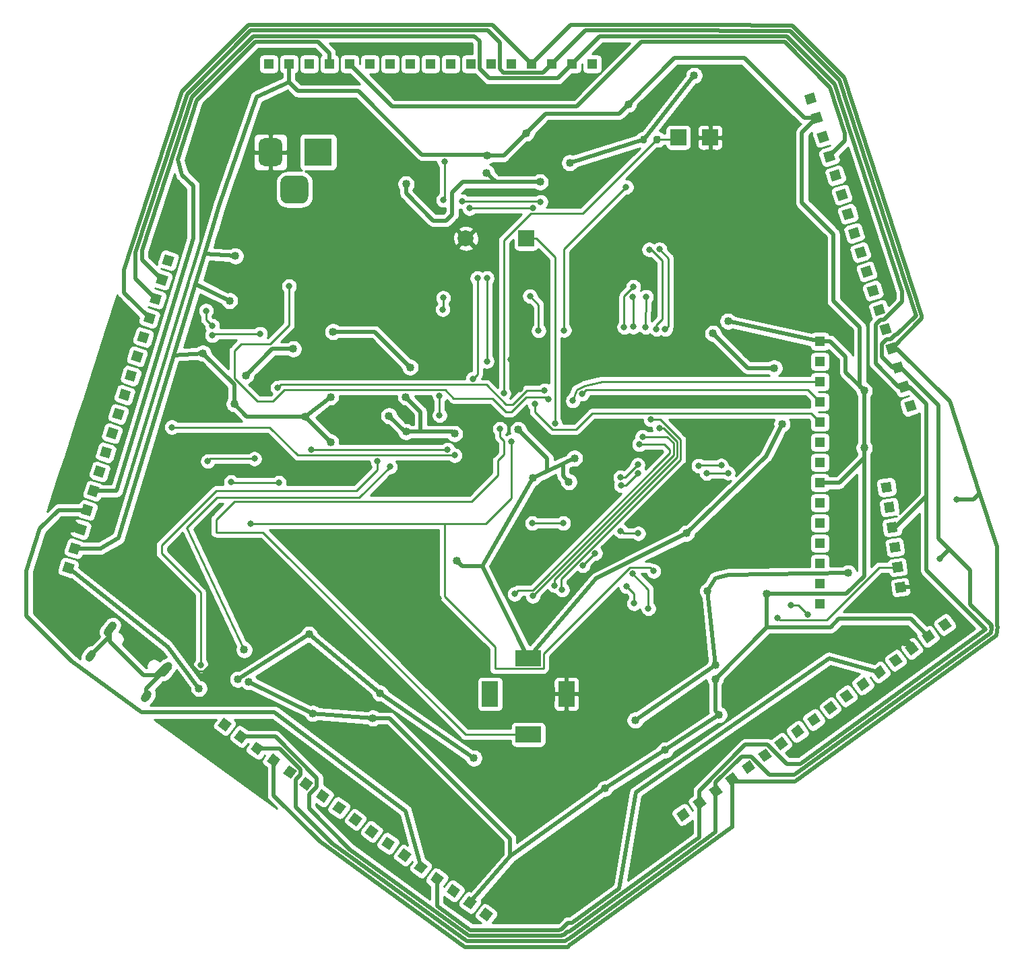
<source format=gbr>
%TF.GenerationSoftware,KiCad,Pcbnew,(5.1.7-0-10_14)*%
%TF.CreationDate,2021-04-06T14:52:43+02:00*%
%TF.ProjectId,Octogone_Sans_Regle,4f63746f-676f-46e6-955f-53616e735f52,rev?*%
%TF.SameCoordinates,Original*%
%TF.FileFunction,Copper,L1,Top*%
%TF.FilePolarity,Positive*%
%FSLAX46Y46*%
G04 Gerber Fmt 4.6, Leading zero omitted, Abs format (unit mm)*
G04 Created by KiCad (PCBNEW (5.1.7-0-10_14)) date 2021-04-06 14:52:43*
%MOMM*%
%LPD*%
G01*
G04 APERTURE LIST*
%TA.AperFunction,ComponentPad*%
%ADD10C,0.100000*%
%TD*%
%TA.AperFunction,ComponentPad*%
%ADD11R,1.250000X1.250000*%
%TD*%
%TA.AperFunction,ComponentPad*%
%ADD12R,2.000000X2.000000*%
%TD*%
%TA.AperFunction,ComponentPad*%
%ADD13C,2.000000*%
%TD*%
%TA.AperFunction,SMDPad,CuDef*%
%ADD14R,2.000000X2.000000*%
%TD*%
%TA.AperFunction,ComponentPad*%
%ADD15R,3.200000X2.000000*%
%TD*%
%TA.AperFunction,ComponentPad*%
%ADD16R,2.000000X3.200000*%
%TD*%
%TA.AperFunction,ComponentPad*%
%ADD17R,3.500000X3.500000*%
%TD*%
%TA.AperFunction,ViaPad*%
%ADD18C,1.016000*%
%TD*%
%TA.AperFunction,ViaPad*%
%ADD19C,0.800000*%
%TD*%
%TA.AperFunction,Conductor*%
%ADD20C,0.250000*%
%TD*%
%TA.AperFunction,Conductor*%
%ADD21C,0.500000*%
%TD*%
%TA.AperFunction,Conductor*%
%ADD22C,0.254000*%
%TD*%
%TA.AperFunction,Conductor*%
%ADD23C,0.100000*%
%TD*%
G04 APERTURE END LIST*
%TA.AperFunction,ComponentPad*%
D10*
%TO.P,J2,3*%
%TO.N,/CLK*%
G36*
X170665475Y-110348650D02*
G01*
X171903310Y-110174683D01*
X172077277Y-111412518D01*
X170839442Y-111586485D01*
X170665475Y-110348650D01*
G37*
%TD.AperFunction*%
%TA.AperFunction,ComponentPad*%
%TO.P,J2,2*%
%TO.N,+5V*%
G36*
X170311975Y-107833370D02*
G01*
X171549810Y-107659403D01*
X171723777Y-108897238D01*
X170485942Y-109071205D01*
X170311975Y-107833370D01*
G37*
%TD.AperFunction*%
%TA.AperFunction,ComponentPad*%
%TO.P,J2,1*%
%TO.N,/MISO*%
G36*
X169958475Y-105318089D02*
G01*
X171196310Y-105144122D01*
X171370277Y-106381957D01*
X170132442Y-106555924D01*
X169958475Y-105318089D01*
G37*
%TD.AperFunction*%
%TA.AperFunction,ComponentPad*%
%TO.P,J2,5*%
%TO.N,/RESET*%
G36*
X171372474Y-115379212D02*
G01*
X172610309Y-115205245D01*
X172784276Y-116443080D01*
X171546441Y-116617047D01*
X171372474Y-115379212D01*
G37*
%TD.AperFunction*%
%TA.AperFunction,ComponentPad*%
%TO.P,J2,6*%
%TO.N,GND*%
G36*
X171725974Y-117894493D02*
G01*
X172963809Y-117720526D01*
X173137776Y-118958361D01*
X171899941Y-119132328D01*
X171725974Y-117894493D01*
G37*
%TD.AperFunction*%
%TA.AperFunction,ComponentPad*%
%TO.P,J2,4*%
%TO.N,/MOSI*%
G36*
X171018974Y-112863931D02*
G01*
X172256809Y-112689964D01*
X172430776Y-113927799D01*
X171192941Y-114101766D01*
X171018974Y-112863931D01*
G37*
%TD.AperFunction*%
%TD*%
%TA.AperFunction,ComponentPad*%
%TO.P,P3,1*%
%TO.N,+5V*%
G36*
X121232323Y-159462552D02*
G01*
X120497592Y-160473823D01*
X119486321Y-159739092D01*
X120221052Y-158727821D01*
X121232323Y-159462552D01*
G37*
%TD.AperFunction*%
%TA.AperFunction,ComponentPad*%
%TO.P,P3,2*%
%TO.N,+3V3*%
G36*
X119177420Y-157969577D02*
G01*
X118442689Y-158980848D01*
X117431418Y-158246117D01*
X118166149Y-157234846D01*
X119177420Y-157969577D01*
G37*
%TD.AperFunction*%
%TA.AperFunction,ComponentPad*%
%TO.P,P3,3*%
%TO.N,GND*%
G36*
X117122517Y-156476603D02*
G01*
X116387786Y-157487874D01*
X115376515Y-156753143D01*
X116111246Y-155741872D01*
X117122517Y-156476603D01*
G37*
%TD.AperFunction*%
%TA.AperFunction,ComponentPad*%
%TO.P,P3,4*%
%TO.N,/LED4_5*%
G36*
X115067614Y-154983628D02*
G01*
X114332883Y-155994899D01*
X113321612Y-155260168D01*
X114056343Y-154248897D01*
X115067614Y-154983628D01*
G37*
%TD.AperFunction*%
%TA.AperFunction,ComponentPad*%
%TO.P,P3,5*%
%TO.N,/LED3_4*%
G36*
X113012710Y-153490654D02*
G01*
X112277979Y-154501925D01*
X111266708Y-153767194D01*
X112001439Y-152755923D01*
X113012710Y-153490654D01*
G37*
%TD.AperFunction*%
%TA.AperFunction,ComponentPad*%
%TO.P,P3,6*%
%TO.N,Net-(P3-Pad6)*%
G36*
X110957807Y-151997679D02*
G01*
X110223076Y-153008950D01*
X109211805Y-152274219D01*
X109946536Y-151262948D01*
X110957807Y-151997679D01*
G37*
%TD.AperFunction*%
%TA.AperFunction,ComponentPad*%
%TO.P,P3,7*%
%TO.N,/BUT_A4*%
G36*
X108902904Y-150504705D02*
G01*
X108168173Y-151515976D01*
X107156902Y-150781245D01*
X107891633Y-149769974D01*
X108902904Y-150504705D01*
G37*
%TD.AperFunction*%
%TA.AperFunction,ComponentPad*%
%TO.P,P3,8*%
%TO.N,/BUT_B4*%
G36*
X106848001Y-149011730D02*
G01*
X106113270Y-150023001D01*
X105101999Y-149288270D01*
X105836730Y-148276999D01*
X106848001Y-149011730D01*
G37*
%TD.AperFunction*%
%TA.AperFunction,ComponentPad*%
%TO.P,P3,9*%
%TO.N,/ENC_SW4*%
G36*
X104793098Y-147518756D02*
G01*
X104058367Y-148530027D01*
X103047096Y-147795296D01*
X103781827Y-146784025D01*
X104793098Y-147518756D01*
G37*
%TD.AperFunction*%
%TA.AperFunction,ComponentPad*%
%TO.P,P3,10*%
%TO.N,/ENC_A4*%
G36*
X102738195Y-146025781D02*
G01*
X102003464Y-147037052D01*
X100992193Y-146302321D01*
X101726924Y-145291050D01*
X102738195Y-146025781D01*
G37*
%TD.AperFunction*%
%TA.AperFunction,ComponentPad*%
%TO.P,P3,11*%
%TO.N,/ENC_B4*%
G36*
X100683291Y-144532807D02*
G01*
X99948560Y-145544078D01*
X98937289Y-144809347D01*
X99672020Y-143798076D01*
X100683291Y-144532807D01*
G37*
%TD.AperFunction*%
%TA.AperFunction,ComponentPad*%
%TO.P,P3,12*%
%TO.N,/sheet6096A2ED/sheet60634ADD/LV1*%
G36*
X98628388Y-143039832D02*
G01*
X97893657Y-144051103D01*
X96882386Y-143316372D01*
X97617117Y-142305101D01*
X98628388Y-143039832D01*
G37*
%TD.AperFunction*%
%TA.AperFunction,ComponentPad*%
%TO.P,P3,13*%
%TO.N,N/C*%
G36*
X96573485Y-141546858D02*
G01*
X95838754Y-142558129D01*
X94827483Y-141823398D01*
X95562214Y-140812127D01*
X96573485Y-141546858D01*
G37*
%TD.AperFunction*%
%TA.AperFunction,ComponentPad*%
%TO.P,P3,14*%
%TO.N,/MISO*%
G36*
X94518582Y-140053883D02*
G01*
X93783851Y-141065154D01*
X92772580Y-140330423D01*
X93507311Y-139319152D01*
X94518582Y-140053883D01*
G37*
%TD.AperFunction*%
%TA.AperFunction,ComponentPad*%
%TO.P,P3,15*%
%TO.N,/MOSI*%
G36*
X92463679Y-138560908D02*
G01*
X91728948Y-139572179D01*
X90717677Y-138837448D01*
X91452408Y-137826177D01*
X92463679Y-138560908D01*
G37*
%TD.AperFunction*%
%TA.AperFunction,ComponentPad*%
%TO.P,P3,16*%
%TO.N,/CLK*%
G36*
X90408776Y-137067934D02*
G01*
X89674045Y-138079205D01*
X88662774Y-137344474D01*
X89397505Y-136333203D01*
X90408776Y-137067934D01*
G37*
%TD.AperFunction*%
%TA.AperFunction,ComponentPad*%
%TO.P,P3,17*%
%TO.N,/sheet6096A2ED/level_shifter/LV1*%
G36*
X88353872Y-135574959D02*
G01*
X87619141Y-136586230D01*
X86607870Y-135851499D01*
X87342601Y-134840228D01*
X88353872Y-135574959D01*
G37*
%TD.AperFunction*%
%TD*%
%TA.AperFunction,ComponentPad*%
%TO.P,P1,1*%
%TO.N,+5V*%
G36*
X160332745Y-56576674D02*
G01*
X161521566Y-56190403D01*
X161907837Y-57379224D01*
X160719016Y-57765495D01*
X160332745Y-56576674D01*
G37*
%TD.AperFunction*%
%TA.AperFunction,ComponentPad*%
%TO.P,P1,2*%
%TO.N,+3V3*%
G36*
X161117648Y-58992358D02*
G01*
X162306469Y-58606087D01*
X162692740Y-59794908D01*
X161503919Y-60181179D01*
X161117648Y-58992358D01*
G37*
%TD.AperFunction*%
%TA.AperFunction,ComponentPad*%
%TO.P,P1,3*%
%TO.N,GND*%
G36*
X161902551Y-61408041D02*
G01*
X163091372Y-61021770D01*
X163477643Y-62210591D01*
X162288822Y-62596862D01*
X161902551Y-61408041D01*
G37*
%TD.AperFunction*%
%TA.AperFunction,ComponentPad*%
%TO.P,P1,4*%
%TO.N,/LED1_2*%
G36*
X162687454Y-63823725D02*
G01*
X163876275Y-63437454D01*
X164262546Y-64626275D01*
X163073725Y-65012546D01*
X162687454Y-63823725D01*
G37*
%TD.AperFunction*%
%TA.AperFunction,ComponentPad*%
%TO.P,P1,5*%
%TO.N,/LED_BEGIN*%
G36*
X163472358Y-66239408D02*
G01*
X164661179Y-65853137D01*
X165047450Y-67041958D01*
X163858629Y-67428229D01*
X163472358Y-66239408D01*
G37*
%TD.AperFunction*%
%TA.AperFunction,ComponentPad*%
%TO.P,P1,6*%
%TO.N,Net-(P1-Pad6)*%
G36*
X164257261Y-68655092D02*
G01*
X165446082Y-68268821D01*
X165832353Y-69457642D01*
X164643532Y-69843913D01*
X164257261Y-68655092D01*
G37*
%TD.AperFunction*%
%TA.AperFunction,ComponentPad*%
%TO.P,P1,7*%
%TO.N,/BUT_A1*%
G36*
X165042164Y-71070775D02*
G01*
X166230985Y-70684504D01*
X166617256Y-71873325D01*
X165428435Y-72259596D01*
X165042164Y-71070775D01*
G37*
%TD.AperFunction*%
%TA.AperFunction,ComponentPad*%
%TO.P,P1,8*%
%TO.N,/BUT_B1*%
G36*
X165827067Y-73486459D02*
G01*
X167015888Y-73100188D01*
X167402159Y-74289009D01*
X166213338Y-74675280D01*
X165827067Y-73486459D01*
G37*
%TD.AperFunction*%
%TA.AperFunction,ComponentPad*%
%TO.P,P1,9*%
%TO.N,/ENC_SW1*%
G36*
X166611970Y-75902142D02*
G01*
X167800791Y-75515871D01*
X168187062Y-76704692D01*
X166998241Y-77090963D01*
X166611970Y-75902142D01*
G37*
%TD.AperFunction*%
%TA.AperFunction,ComponentPad*%
%TO.P,P1,10*%
%TO.N,/ENC_A1*%
G36*
X167396873Y-78317826D02*
G01*
X168585694Y-77931555D01*
X168971965Y-79120376D01*
X167783144Y-79506647D01*
X167396873Y-78317826D01*
G37*
%TD.AperFunction*%
%TA.AperFunction,ComponentPad*%
%TO.P,P1,11*%
%TO.N,/ENC_B1*%
G36*
X168181777Y-80733510D02*
G01*
X169370598Y-80347239D01*
X169756869Y-81536060D01*
X168568048Y-81922331D01*
X168181777Y-80733510D01*
G37*
%TD.AperFunction*%
%TA.AperFunction,ComponentPad*%
%TO.P,P1,12*%
%TO.N,/sheet6073AE66/sheet60634ADD/LV1*%
G36*
X168966680Y-83149193D02*
G01*
X170155501Y-82762922D01*
X170541772Y-83951743D01*
X169352951Y-84338014D01*
X168966680Y-83149193D01*
G37*
%TD.AperFunction*%
%TA.AperFunction,ComponentPad*%
%TO.P,P1,13*%
%TO.N,N/C*%
G36*
X169751583Y-85564877D02*
G01*
X170940404Y-85178606D01*
X171326675Y-86367427D01*
X170137854Y-86753698D01*
X169751583Y-85564877D01*
G37*
%TD.AperFunction*%
%TA.AperFunction,ComponentPad*%
%TO.P,P1,14*%
%TO.N,/MISO*%
G36*
X170536486Y-87980560D02*
G01*
X171725307Y-87594289D01*
X172111578Y-88783110D01*
X170922757Y-89169381D01*
X170536486Y-87980560D01*
G37*
%TD.AperFunction*%
%TA.AperFunction,ComponentPad*%
%TO.P,P1,15*%
%TO.N,/MOSI*%
G36*
X171321389Y-90396244D02*
G01*
X172510210Y-90009973D01*
X172896481Y-91198794D01*
X171707660Y-91585065D01*
X171321389Y-90396244D01*
G37*
%TD.AperFunction*%
%TA.AperFunction,ComponentPad*%
%TO.P,P1,16*%
%TO.N,/CLK*%
G36*
X172106292Y-92811927D02*
G01*
X173295113Y-92425656D01*
X173681384Y-93614477D01*
X172492563Y-94000748D01*
X172106292Y-92811927D01*
G37*
%TD.AperFunction*%
%TA.AperFunction,ComponentPad*%
%TO.P,P1,17*%
%TO.N,/sheet6073AE66/level_shifter/LV1*%
G36*
X172891196Y-95227611D02*
G01*
X174080017Y-94841340D01*
X174466288Y-96030161D01*
X173277467Y-96416432D01*
X172891196Y-95227611D01*
G37*
%TD.AperFunction*%
%TD*%
D11*
%TO.P,P5,1*%
%TO.N,+5V*%
X93040000Y-52600000D03*
%TO.P,P5,2*%
%TO.N,+3V3*%
X95580000Y-52600000D03*
%TO.P,P5,3*%
%TO.N,GND*%
X98120000Y-52600000D03*
%TO.P,P5,4*%
%TO.N,/LED2_3*%
X100660000Y-52600000D03*
%TO.P,P5,5*%
%TO.N,/LED1_2*%
X103200000Y-52600000D03*
%TO.P,P5,6*%
%TO.N,Net-(P5-Pad6)*%
X105740000Y-52600000D03*
%TO.P,P5,7*%
%TO.N,/BUT_A2*%
X108280000Y-52600000D03*
%TO.P,P5,8*%
%TO.N,/BUT_B2*%
X110820000Y-52600000D03*
%TO.P,P5,9*%
%TO.N,/ENC_SW2*%
X113360000Y-52600000D03*
%TO.P,P5,10*%
%TO.N,/ENC_A2*%
X115900000Y-52600000D03*
%TO.P,P5,11*%
%TO.N,/ENC_B2*%
X118440000Y-52600000D03*
%TO.P,P5,12*%
%TO.N,/sheet60967BFF/sheet60634ADD/LV1*%
X120980000Y-52600000D03*
%TO.P,P5,13*%
%TO.N,N/C*%
X123520000Y-52600000D03*
%TO.P,P5,14*%
%TO.N,/MISO*%
X126060000Y-52600000D03*
%TO.P,P5,15*%
%TO.N,/MOSI*%
X128600000Y-52600000D03*
%TO.P,P5,16*%
%TO.N,/CLK*%
X131140000Y-52600000D03*
%TO.P,P5,17*%
%TO.N,/sheet60967BFF/level_shifter/LV1*%
X133680000Y-52600000D03*
%TD*%
%TA.AperFunction,ComponentPad*%
D10*
%TO.P,P4,1*%
%TO.N,+5V*%
G36*
X178122498Y-122267922D02*
G01*
X178857229Y-123279193D01*
X177845958Y-124013924D01*
X177111227Y-123002653D01*
X178122498Y-122267922D01*
G37*
%TD.AperFunction*%
%TA.AperFunction,ComponentPad*%
%TO.P,P4,2*%
%TO.N,+3V3*%
G36*
X176067595Y-123760897D02*
G01*
X176802326Y-124772168D01*
X175791055Y-125506899D01*
X175056324Y-124495628D01*
X176067595Y-123760897D01*
G37*
%TD.AperFunction*%
%TA.AperFunction,ComponentPad*%
%TO.P,P4,3*%
%TO.N,GND*%
G36*
X174012692Y-125253871D02*
G01*
X174747423Y-126265142D01*
X173736152Y-126999873D01*
X173001421Y-125988602D01*
X174012692Y-125253871D01*
G37*
%TD.AperFunction*%
%TA.AperFunction,ComponentPad*%
%TO.P,P4,4*%
%TO.N,N/C*%
G36*
X171957789Y-126746846D02*
G01*
X172692520Y-127758117D01*
X171681249Y-128492848D01*
X170946518Y-127481577D01*
X171957789Y-126746846D01*
G37*
%TD.AperFunction*%
%TA.AperFunction,ComponentPad*%
%TO.P,P4,5*%
%TO.N,/LED4_5*%
G36*
X169902885Y-128239820D02*
G01*
X170637616Y-129251091D01*
X169626345Y-129985822D01*
X168891614Y-128974551D01*
X169902885Y-128239820D01*
G37*
%TD.AperFunction*%
%TA.AperFunction,ComponentPad*%
%TO.P,P4,6*%
%TO.N,Net-(P4-Pad6)*%
G36*
X167847982Y-129732795D02*
G01*
X168582713Y-130744066D01*
X167571442Y-131478797D01*
X166836711Y-130467526D01*
X167847982Y-129732795D01*
G37*
%TD.AperFunction*%
%TA.AperFunction,ComponentPad*%
%TO.P,P4,7*%
%TO.N,/BUT_A5*%
G36*
X165793079Y-131225769D02*
G01*
X166527810Y-132237040D01*
X165516539Y-132971771D01*
X164781808Y-131960500D01*
X165793079Y-131225769D01*
G37*
%TD.AperFunction*%
%TA.AperFunction,ComponentPad*%
%TO.P,P4,8*%
%TO.N,/BUT_B5*%
G36*
X163738176Y-132718744D02*
G01*
X164472907Y-133730015D01*
X163461636Y-134464746D01*
X162726905Y-133453475D01*
X163738176Y-132718744D01*
G37*
%TD.AperFunction*%
%TA.AperFunction,ComponentPad*%
%TO.P,P4,9*%
%TO.N,/ENC_SW5*%
G36*
X161683273Y-134211718D02*
G01*
X162418004Y-135222989D01*
X161406733Y-135957720D01*
X160672002Y-134946449D01*
X161683273Y-134211718D01*
G37*
%TD.AperFunction*%
%TA.AperFunction,ComponentPad*%
%TO.P,P4,10*%
%TO.N,/ENC_A5*%
G36*
X159628370Y-135704693D02*
G01*
X160363101Y-136715964D01*
X159351830Y-137450695D01*
X158617099Y-136439424D01*
X159628370Y-135704693D01*
G37*
%TD.AperFunction*%
%TA.AperFunction,ComponentPad*%
%TO.P,P4,11*%
%TO.N,/ENC_B5*%
G36*
X157573466Y-137197667D02*
G01*
X158308197Y-138208938D01*
X157296926Y-138943669D01*
X156562195Y-137932398D01*
X157573466Y-137197667D01*
G37*
%TD.AperFunction*%
%TA.AperFunction,ComponentPad*%
%TO.P,P4,12*%
%TO.N,/sheet6096BAA2/sheet60634ADD/LV1*%
G36*
X155518563Y-138690642D02*
G01*
X156253294Y-139701913D01*
X155242023Y-140436644D01*
X154507292Y-139425373D01*
X155518563Y-138690642D01*
G37*
%TD.AperFunction*%
%TA.AperFunction,ComponentPad*%
%TO.P,P4,13*%
%TO.N,N/C*%
G36*
X153463660Y-140183616D02*
G01*
X154198391Y-141194887D01*
X153187120Y-141929618D01*
X152452389Y-140918347D01*
X153463660Y-140183616D01*
G37*
%TD.AperFunction*%
%TA.AperFunction,ComponentPad*%
%TO.P,P4,14*%
%TO.N,/MISO*%
G36*
X151408757Y-141676591D02*
G01*
X152143488Y-142687862D01*
X151132217Y-143422593D01*
X150397486Y-142411322D01*
X151408757Y-141676591D01*
G37*
%TD.AperFunction*%
%TA.AperFunction,ComponentPad*%
%TO.P,P4,15*%
%TO.N,/MOSI*%
G36*
X149353854Y-143169566D02*
G01*
X150088585Y-144180837D01*
X149077314Y-144915568D01*
X148342583Y-143904297D01*
X149353854Y-143169566D01*
G37*
%TD.AperFunction*%
%TA.AperFunction,ComponentPad*%
%TO.P,P4,16*%
%TO.N,/CLK*%
G36*
X147298951Y-144662540D02*
G01*
X148033682Y-145673811D01*
X147022411Y-146408542D01*
X146287680Y-145397271D01*
X147298951Y-144662540D01*
G37*
%TD.AperFunction*%
%TA.AperFunction,ComponentPad*%
%TO.P,P4,17*%
%TO.N,/sheet6096BAA2/level_shifter/LV1*%
G36*
X145244047Y-146155515D02*
G01*
X145978778Y-147166786D01*
X144967507Y-147901517D01*
X144232776Y-146890246D01*
X145244047Y-146155515D01*
G37*
%TD.AperFunction*%
%TD*%
%TO.P,P7,S1*%
%TO.N,Net-(P7-PadS1)*%
%TA.AperFunction,ComponentPad*%
G36*
G01*
X71218716Y-127111424D02*
X70866044Y-127596834D01*
G75*
G02*
X70167643Y-127707449I-404508J293893D01*
G01*
X70167643Y-127707449D01*
G75*
G02*
X70057028Y-127009048I293893J404508D01*
G01*
X70409700Y-126523638D01*
G75*
G02*
X71108101Y-126413023I404508J-293893D01*
G01*
X71108101Y-126413023D01*
G75*
G02*
X71218716Y-127111424I-293893J-404508D01*
G01*
G37*
%TD.AperFunction*%
%TA.AperFunction,ComponentPad*%
G36*
G01*
X78208623Y-132189888D02*
X77855951Y-132675298D01*
G75*
G02*
X77157550Y-132785913I-404508J293893D01*
G01*
X77157550Y-132785913D01*
G75*
G02*
X77046935Y-132087512I293893J404508D01*
G01*
X77399607Y-131602102D01*
G75*
G02*
X78098008Y-131491487I404508J-293893D01*
G01*
X78098008Y-131491487D01*
G75*
G02*
X78208623Y-132189888I-293893J-404508D01*
G01*
G37*
%TD.AperFunction*%
%TA.AperFunction,ComponentPad*%
G36*
G01*
X80812511Y-128605943D02*
X80165947Y-129495861D01*
G75*
G02*
X79467546Y-129606476I-404508J293893D01*
G01*
X79467546Y-129606476D01*
G75*
G02*
X79356931Y-128908075I293893J404508D01*
G01*
X80003495Y-128018157D01*
G75*
G02*
X80701896Y-127907542I404508J-293893D01*
G01*
X80701896Y-127907542D01*
G75*
G02*
X80812511Y-128605943I-293893J-404508D01*
G01*
G37*
%TD.AperFunction*%
%TA.AperFunction,ComponentPad*%
G36*
G01*
X73822604Y-123527479D02*
X73176040Y-124417397D01*
G75*
G02*
X72477639Y-124528012I-404508J293893D01*
G01*
X72477639Y-124528012D01*
G75*
G02*
X72367024Y-123829611I293893J404508D01*
G01*
X73013588Y-122939693D01*
G75*
G02*
X73711989Y-122829078I404508J-293893D01*
G01*
X73711989Y-122829078D01*
G75*
G02*
X73822604Y-123527479I-293893J-404508D01*
G01*
G37*
%TD.AperFunction*%
%TD*%
%TA.AperFunction,ComponentPad*%
%TO.P,P2,1*%
%TO.N,+5V*%
G36*
X68244194Y-116755615D02*
G01*
X67055373Y-116369344D01*
X67441644Y-115180523D01*
X68630465Y-115566794D01*
X68244194Y-116755615D01*
G37*
%TD.AperFunction*%
%TA.AperFunction,ComponentPad*%
%TO.P,P2,2*%
%TO.N,+3V3*%
G36*
X69029097Y-114339931D02*
G01*
X67840276Y-113953660D01*
X68226547Y-112764839D01*
X69415368Y-113151110D01*
X69029097Y-114339931D01*
G37*
%TD.AperFunction*%
%TA.AperFunction,ComponentPad*%
%TO.P,P2,3*%
%TO.N,GND*%
G36*
X69814000Y-111924248D02*
G01*
X68625179Y-111537977D01*
X69011450Y-110349156D01*
X70200271Y-110735427D01*
X69814000Y-111924248D01*
G37*
%TD.AperFunction*%
%TA.AperFunction,ComponentPad*%
%TO.P,P2,4*%
%TO.N,/LED3_4*%
G36*
X70598903Y-109508564D02*
G01*
X69410082Y-109122293D01*
X69796353Y-107933472D01*
X70985174Y-108319743D01*
X70598903Y-109508564D01*
G37*
%TD.AperFunction*%
%TA.AperFunction,ComponentPad*%
%TO.P,P2,5*%
%TO.N,/LED2_3*%
G36*
X71383807Y-107092881D02*
G01*
X70194986Y-106706610D01*
X70581257Y-105517789D01*
X71770078Y-105904060D01*
X71383807Y-107092881D01*
G37*
%TD.AperFunction*%
%TA.AperFunction,ComponentPad*%
%TO.P,P2,6*%
%TO.N,Net-(P2-Pad6)*%
G36*
X72168710Y-104677197D02*
G01*
X70979889Y-104290926D01*
X71366160Y-103102105D01*
X72554981Y-103488376D01*
X72168710Y-104677197D01*
G37*
%TD.AperFunction*%
%TA.AperFunction,ComponentPad*%
%TO.P,P2,7*%
%TO.N,/BUT_A3*%
G36*
X72953613Y-102261514D02*
G01*
X71764792Y-101875243D01*
X72151063Y-100686422D01*
X73339884Y-101072693D01*
X72953613Y-102261514D01*
G37*
%TD.AperFunction*%
%TA.AperFunction,ComponentPad*%
%TO.P,P2,8*%
%TO.N,/BUT_B3*%
G36*
X73738516Y-99845830D02*
G01*
X72549695Y-99459559D01*
X72935966Y-98270738D01*
X74124787Y-98657009D01*
X73738516Y-99845830D01*
G37*
%TD.AperFunction*%
%TA.AperFunction,ComponentPad*%
%TO.P,P2,9*%
%TO.N,/ENC_SW3*%
G36*
X74523419Y-97430147D02*
G01*
X73334598Y-97043876D01*
X73720869Y-95855055D01*
X74909690Y-96241326D01*
X74523419Y-97430147D01*
G37*
%TD.AperFunction*%
%TA.AperFunction,ComponentPad*%
%TO.P,P2,10*%
%TO.N,/ENC_A3*%
G36*
X75308322Y-95014463D02*
G01*
X74119501Y-94628192D01*
X74505772Y-93439371D01*
X75694593Y-93825642D01*
X75308322Y-95014463D01*
G37*
%TD.AperFunction*%
%TA.AperFunction,ComponentPad*%
%TO.P,P2,11*%
%TO.N,/ENC_B3*%
G36*
X76093226Y-92598779D02*
G01*
X74904405Y-92212508D01*
X75290676Y-91023687D01*
X76479497Y-91409958D01*
X76093226Y-92598779D01*
G37*
%TD.AperFunction*%
%TA.AperFunction,ComponentPad*%
%TO.P,P2,12*%
%TO.N,/sheet60968E31/sheet60634ADD/LV1*%
G36*
X76878129Y-90183096D02*
G01*
X75689308Y-89796825D01*
X76075579Y-88608004D01*
X77264400Y-88994275D01*
X76878129Y-90183096D01*
G37*
%TD.AperFunction*%
%TA.AperFunction,ComponentPad*%
%TO.P,P2,13*%
%TO.N,N/C*%
G36*
X77663032Y-87767412D02*
G01*
X76474211Y-87381141D01*
X76860482Y-86192320D01*
X78049303Y-86578591D01*
X77663032Y-87767412D01*
G37*
%TD.AperFunction*%
%TA.AperFunction,ComponentPad*%
%TO.P,P2,14*%
%TO.N,/MISO*%
G36*
X78447935Y-85351729D02*
G01*
X77259114Y-84965458D01*
X77645385Y-83776637D01*
X78834206Y-84162908D01*
X78447935Y-85351729D01*
G37*
%TD.AperFunction*%
%TA.AperFunction,ComponentPad*%
%TO.P,P2,15*%
%TO.N,/MOSI*%
G36*
X79232838Y-82936045D02*
G01*
X78044017Y-82549774D01*
X78430288Y-81360953D01*
X79619109Y-81747224D01*
X79232838Y-82936045D01*
G37*
%TD.AperFunction*%
%TA.AperFunction,ComponentPad*%
%TO.P,P2,16*%
%TO.N,/CLK*%
G36*
X80017741Y-80520362D02*
G01*
X78828920Y-80134091D01*
X79215191Y-78945270D01*
X80404012Y-79331541D01*
X80017741Y-80520362D01*
G37*
%TD.AperFunction*%
%TA.AperFunction,ComponentPad*%
%TO.P,P2,17*%
%TO.N,/sheet60968E31/level_shifter/LV1*%
G36*
X80802645Y-78104678D02*
G01*
X79613824Y-77718407D01*
X80000095Y-76529586D01*
X81188916Y-76915857D01*
X80802645Y-78104678D01*
G37*
%TD.AperFunction*%
%TD*%
%TO.P,R11,1*%
%TO.N,+5V*%
%TA.AperFunction,SMDPad,CuDef*%
G36*
G01*
X139775000Y-62375000D02*
X139775000Y-61825000D01*
G75*
G02*
X139975000Y-61625000I200000J0D01*
G01*
X140375000Y-61625000D01*
G75*
G02*
X140575000Y-61825000I0J-200000D01*
G01*
X140575000Y-62375000D01*
G75*
G02*
X140375000Y-62575000I-200000J0D01*
G01*
X139975000Y-62575000D01*
G75*
G02*
X139775000Y-62375000I0J200000D01*
G01*
G37*
%TD.AperFunction*%
%TO.P,R11,2*%
%TO.N,/RESET*%
%TA.AperFunction,SMDPad,CuDef*%
G36*
G01*
X141425000Y-62375000D02*
X141425000Y-61825000D01*
G75*
G02*
X141625000Y-61625000I200000J0D01*
G01*
X142025000Y-61625000D01*
G75*
G02*
X142225000Y-61825000I0J-200000D01*
G01*
X142225000Y-62375000D01*
G75*
G02*
X142025000Y-62575000I-200000J0D01*
G01*
X141625000Y-62575000D01*
G75*
G02*
X141425000Y-62375000I0J200000D01*
G01*
G37*
%TD.AperFunction*%
%TD*%
D12*
%TO.P,BZ1,1*%
%TO.N,Net-(BZ1-Pad1)*%
X125400000Y-74550000D03*
D13*
%TO.P,BZ1,2*%
%TO.N,GND*%
X117800000Y-74550000D03*
%TD*%
D14*
%TO.P,SW1,2*%
%TO.N,/RESET*%
X144500000Y-61850000D03*
%TO.P,SW1,1*%
%TO.N,GND*%
X148500000Y-61850000D03*
%TD*%
D15*
%TO.P,SW2,1*%
%TO.N,+5V*%
X125650000Y-127350000D03*
%TO.P,SW2,2*%
%TO.N,/GLOBAL_SW*%
X125650000Y-136950000D03*
D16*
%TO.P,SW2,4*%
%TO.N,Net-(R62-Pad1)*%
X120850000Y-131850000D03*
%TO.P,SW2,3*%
%TO.N,GND*%
X130450000Y-131850000D03*
%TD*%
D17*
%TO.P,J1,1*%
%TO.N,+5V*%
X99250000Y-63700000D03*
%TO.P,J1,2*%
%TO.N,GND*%
%TA.AperFunction,ComponentPad*%
G36*
G01*
X91750000Y-64700000D02*
X91750000Y-62700000D01*
G75*
G02*
X92500000Y-61950000I750000J0D01*
G01*
X94000000Y-61950000D01*
G75*
G02*
X94750000Y-62700000I0J-750000D01*
G01*
X94750000Y-64700000D01*
G75*
G02*
X94000000Y-65450000I-750000J0D01*
G01*
X92500000Y-65450000D01*
G75*
G02*
X91750000Y-64700000I0J750000D01*
G01*
G37*
%TD.AperFunction*%
%TO.P,J1,3*%
%TO.N,N/C*%
%TA.AperFunction,ComponentPad*%
G36*
G01*
X94500000Y-69275000D02*
X94500000Y-67525000D01*
G75*
G02*
X95375000Y-66650000I875000J0D01*
G01*
X97125000Y-66650000D01*
G75*
G02*
X98000000Y-67525000I0J-875000D01*
G01*
X98000000Y-69275000D01*
G75*
G02*
X97125000Y-70150000I-875000J0D01*
G01*
X95375000Y-70150000D01*
G75*
G02*
X94500000Y-69275000I0J875000D01*
G01*
G37*
%TD.AperFunction*%
%TD*%
D11*
%TO.P,U2,7*%
%TO.N,/CLK*%
X162300000Y-102740000D03*
%TO.P,U2,9*%
%TO.N,/MISO*%
X162300000Y-107820000D03*
%TO.P,U2,12*%
%TO.N,N/C*%
X162300000Y-115440000D03*
%TO.P,U2,2*%
%TO.N,GND*%
X162300000Y-90040000D03*
%TO.P,U2,11*%
%TO.N,N/C*%
X162300000Y-112900000D03*
%TO.P,U2,3*%
%TO.N,/TFT_CS*%
X162300000Y-92580000D03*
%TO.P,U2,10*%
%TO.N,N/C*%
X162300000Y-110360000D03*
%TO.P,U2,4*%
%TO.N,/TFT_RST*%
X162300000Y-95120000D03*
%TO.P,U2,6*%
%TO.N,/MOSI*%
X162300000Y-100200000D03*
%TO.P,U2,8*%
%TO.N,+3V3*%
X162300000Y-105280000D03*
%TO.P,U2,1*%
X162300000Y-87500000D03*
%TO.P,U2,14*%
%TO.N,N/C*%
X162300000Y-120520000D03*
%TO.P,U2,13*%
X162300000Y-117980000D03*
%TO.P,U2,5*%
%TO.N,/TFT_DC*%
X162300000Y-97660000D03*
%TD*%
D18*
%TO.N,GND*%
X156750000Y-114200000D03*
X149700000Y-114800000D03*
D19*
X136550000Y-98825000D03*
X112850000Y-106550000D03*
X129950000Y-108850000D03*
X127900000Y-99700000D03*
X75050000Y-119700000D03*
X121050000Y-100700000D03*
X114350000Y-119850000D03*
X80936183Y-124561502D03*
D18*
X103050000Y-137250000D03*
X86200000Y-95900000D03*
X104150000Y-144550000D03*
D19*
X123400000Y-89800000D03*
D18*
X108350000Y-137300000D03*
D19*
X124587347Y-93537347D03*
D18*
X85850000Y-99650000D03*
D19*
X125125000Y-97450000D03*
D18*
X146750000Y-121050000D03*
X83550000Y-103250000D03*
X155400000Y-68100000D03*
X151850000Y-129950000D03*
X165500000Y-126150000D03*
X87150000Y-124900000D03*
X115800000Y-90400000D03*
X117850000Y-86900000D03*
X117150000Y-78150000D03*
X117250000Y-55700000D03*
D19*
X161900000Y-130800000D03*
X82674990Y-124650000D03*
D18*
%TO.N,+5V*%
X89150000Y-130000000D03*
X107000000Y-131750000D03*
X98100000Y-124350000D03*
X124400000Y-98600000D03*
X116700000Y-115100000D03*
X96100000Y-88450000D03*
X90150000Y-91800000D03*
X110800000Y-90750000D03*
X101100000Y-86300000D03*
X146500000Y-54050000D03*
X130850000Y-65050000D03*
X127150000Y-67450000D03*
X120400000Y-66300000D03*
X110300000Y-67700000D03*
X110250000Y-94500000D03*
X110300000Y-98850000D03*
X108150000Y-96850000D03*
X116400000Y-99100000D03*
X118800000Y-139900000D03*
X149150000Y-128250000D03*
X130750000Y-105150000D03*
X156550000Y-90850000D03*
X139100000Y-135150000D03*
X165850000Y-116650000D03*
X157550000Y-97900000D03*
X145500000Y-111650000D03*
X131450000Y-102200000D03*
X126250000Y-104650000D03*
X148200000Y-118900000D03*
X148850000Y-86500000D03*
X84250000Y-131150000D03*
%TO.N,+3V3*%
X90500000Y-130300000D03*
X88850000Y-76750000D03*
X88100000Y-82400000D03*
X88689028Y-95360972D03*
X155650000Y-119250000D03*
X149150000Y-129950000D03*
X149600000Y-134450000D03*
X167850000Y-93700000D03*
X167850000Y-100900000D03*
X120500000Y-64150000D03*
X125400000Y-61300000D03*
X138250000Y-57650000D03*
X84750000Y-89000000D03*
X135250000Y-143750000D03*
X142850000Y-138900000D03*
X106100000Y-134900000D03*
X98550000Y-134300000D03*
X150750000Y-84950000D03*
X97650000Y-96950000D03*
X100800000Y-94500000D03*
X100800000Y-100150000D03*
D19*
%TO.N,/BUT_A1*%
X138850000Y-85650000D03*
X138800000Y-81900000D03*
%TO.N,/BUT_B1*%
X140450000Y-81900000D03*
X140400000Y-85700000D03*
%TO.N,/BUT_A2*%
X118250000Y-70750000D03*
X141750000Y-85950000D03*
X126250000Y-70700000D03*
X140850000Y-75950000D03*
%TO.N,/BUT_B2*%
X142862347Y-85987653D03*
X127200000Y-69950000D03*
X117350000Y-69900000D03*
X142137660Y-75912340D03*
%TO.N,/BUT_A3*%
X94300000Y-105275000D03*
X88300000Y-105200002D03*
%TO.N,/BUT_B3*%
X91237931Y-102262069D03*
X85369135Y-102580865D03*
%TO.N,/BUT_A4*%
X141034000Y-97324990D03*
X129900000Y-118750000D03*
%TO.N,/BUT_B4*%
X142178313Y-98428313D03*
X128950002Y-118200000D03*
%TO.N,/ENC_SW2*%
X115100000Y-64850000D03*
X114974847Y-69725153D03*
X114950000Y-82024980D03*
X114900000Y-83474980D03*
X114500000Y-96799990D03*
X114500000Y-94325020D03*
%TO.N,/ENC_SW3*%
X80850000Y-98300000D03*
X116400000Y-101825000D03*
%TO.N,/ENC_SW5*%
X115516883Y-101100000D03*
X98350000Y-101100000D03*
%TO.N,/CLK*%
X85150000Y-83650000D03*
X85950000Y-85550000D03*
%TO.N,/MOSI*%
X177400000Y-114800000D03*
%TO.N,/MISO*%
X91950000Y-86550000D03*
X85950000Y-86750000D03*
X179500000Y-107400000D03*
%TO.N,/LED_BEGIN*%
X137700000Y-85700000D03*
X138850000Y-80650000D03*
%TO.N,/ENC_A2*%
X118700000Y-92200000D03*
X119250010Y-79549990D03*
%TO.N,/ENC_B2*%
X120450742Y-90000742D03*
X120450000Y-79550000D03*
%TO.N,/TX*%
X106700000Y-102550000D03*
X84500000Y-128250000D03*
%TO.N,/RFID_CS3*%
X128200000Y-94750000D03*
X95600000Y-80550000D03*
%TO.N,/RFID_RST3*%
X127700000Y-93650000D03*
X94150000Y-93350000D03*
%TO.N,/RFID_CS4*%
X139586290Y-100449532D03*
X123935722Y-119266214D03*
%TO.N,/RFID_RST4*%
X140000000Y-99500013D03*
X126211167Y-119524068D03*
%TO.N,/RFID_CS5*%
X138001285Y-118316171D03*
X138950001Y-120450010D03*
%TO.N,/RFID_RST5*%
X138750000Y-116700000D03*
X140750000Y-121100000D03*
%TO.N,/RFID_CS2*%
X137950000Y-68100000D03*
X130150000Y-86100000D03*
%TO.N,/RFID_RST2*%
X125850000Y-81800000D03*
X126950000Y-86150006D03*
%TO.N,/MAT_IN1*%
X149900000Y-103100000D03*
X147050000Y-103150000D03*
X139413984Y-103008880D03*
X137241278Y-104601724D03*
%TO.N,/RESET*%
X122550000Y-94050000D03*
X90750000Y-110450000D03*
X123500000Y-100100000D03*
X157000000Y-122300000D03*
X141400000Y-116400000D03*
%TO.N,/MAT_IN3*%
X126150000Y-110350000D03*
X130050002Y-110350000D03*
%TO.N,/MAT_IN4*%
X132506795Y-115668511D03*
X134050000Y-114150000D03*
%TO.N,/MAT_IN5*%
X160750000Y-121850000D03*
X158650000Y-120700000D03*
X139475000Y-111650000D03*
X137276285Y-111350000D03*
%TO.N,/MAT_IN2*%
X139475000Y-104050000D03*
X137300000Y-105600000D03*
X148082640Y-104067360D03*
X150751151Y-104048849D03*
D18*
%TO.N,/RX*%
X89950000Y-126300000D03*
D19*
X108275000Y-103275000D03*
%TO.N,/GLOBAL_SW*%
X122100000Y-98500000D03*
%TO.N,/TFT_DC*%
X126450000Y-95350000D03*
%TO.N,/TFT_RST*%
X132400000Y-94100000D03*
%TO.N,/TFT_CS*%
X131250000Y-94950000D03*
%TO.N,Net-(BZ1-Pad1)*%
X129000000Y-97850000D03*
%TD*%
D20*
%TO.N,GND*%
X87150000Y-124900000D02*
X87150000Y-126673002D01*
X84848001Y-128975001D02*
X84151999Y-128975001D01*
X84151999Y-128975001D02*
X83100000Y-127923002D01*
X83100000Y-127923002D02*
X83100000Y-126600000D01*
X83100000Y-126600000D02*
X82150000Y-125650000D01*
X121500000Y-96850000D02*
X121050000Y-97300000D01*
X87150000Y-126673002D02*
X84848001Y-128975001D01*
X122200000Y-96850000D02*
X121500000Y-96850000D01*
X121050000Y-97300000D02*
X121050000Y-100700000D01*
X122850000Y-97450000D02*
X122800000Y-97450000D01*
X125125000Y-97450000D02*
X122850000Y-97450000D01*
X122800000Y-97450000D02*
X122200000Y-96850000D01*
X82150000Y-125650000D02*
X81061502Y-124561502D01*
X81061502Y-124561502D02*
X80936183Y-124561502D01*
X123400000Y-92350000D02*
X124587347Y-93537347D01*
X123400000Y-89800000D02*
X123400000Y-92350000D01*
D21*
X68300000Y-109900000D02*
X69412725Y-111136702D01*
X68576640Y-110873360D02*
X67550000Y-110550000D01*
X69412725Y-111136702D02*
X68250000Y-110350000D01*
X172850000Y-125600000D02*
X173347550Y-125600000D01*
X173347550Y-125600000D02*
X173874422Y-126126872D01*
X69412725Y-111136702D02*
X67600000Y-111400000D01*
X67600000Y-111400000D02*
X68576640Y-110873360D01*
X173874422Y-125774422D02*
X173874422Y-126126872D01*
X173100000Y-125000000D02*
X173874422Y-125774422D01*
X117850000Y-86900000D02*
X117150000Y-86200000D01*
X117150000Y-86200000D02*
X117150000Y-78150000D01*
X172431875Y-118426427D02*
X174126427Y-118426427D01*
X174126427Y-118426427D02*
X175500000Y-119800000D01*
D20*
X82150000Y-125174990D02*
X82674990Y-124650000D01*
X82150000Y-125650000D02*
X82150000Y-125174990D01*
D21*
%TO.N,+5V*%
X89150000Y-130000000D02*
X98100000Y-124350000D01*
X98100000Y-124350000D02*
X107000000Y-131750000D01*
X117350000Y-115750000D02*
X119850000Y-115750000D01*
X116700000Y-115100000D02*
X117350000Y-115750000D01*
X96100000Y-88450000D02*
X93500000Y-88450000D01*
X93500000Y-88450000D02*
X90150000Y-91800000D01*
X126250000Y-104650000D02*
X128028722Y-103821278D01*
X128028722Y-102228722D02*
X124400000Y-98600000D01*
X128028722Y-103821278D02*
X128028722Y-102228722D01*
X128028722Y-103821278D02*
X130036047Y-102886047D01*
X112100000Y-98850000D02*
X112100000Y-96350000D01*
X110800000Y-90750000D02*
X106350000Y-86300000D01*
X106350000Y-86300000D02*
X101100000Y-86300000D01*
X140175000Y-62100000D02*
X146500000Y-54050000D01*
X140175000Y-62100000D02*
X130850000Y-65050000D01*
X121550000Y-67450000D02*
X120400000Y-66300000D01*
X127150000Y-67450000D02*
X121550000Y-67450000D01*
X112100000Y-96350000D02*
X110250000Y-94500000D01*
X111650000Y-98850000D02*
X112100000Y-98850000D01*
X116150000Y-98850000D02*
X116400000Y-99100000D01*
X110300000Y-98850000D02*
X111650000Y-98850000D01*
X111650000Y-98850000D02*
X110150000Y-98850000D01*
X110150000Y-98850000D02*
X108150000Y-96850000D01*
X112100000Y-98850000D02*
X116150000Y-98850000D01*
X107000000Y-131750000D02*
X118800000Y-139900000D01*
X153200000Y-90850000D02*
X148850000Y-86500000D01*
X126250000Y-104650000D02*
X126250000Y-104650000D01*
X149150000Y-117250000D02*
X150750000Y-116850000D01*
X139100000Y-135150000D02*
X149150000Y-128250000D01*
X125650000Y-127350000D02*
X119850000Y-115750000D01*
X119850000Y-115750000D02*
X126250000Y-104650000D01*
X156550000Y-90850000D02*
X153200000Y-90850000D01*
X148200000Y-118900000D02*
X149150000Y-117250000D01*
X155500000Y-102000000D02*
X157550000Y-97900000D01*
X149150000Y-128250000D02*
X148200000Y-118900000D01*
X145500000Y-111650000D02*
X155500000Y-102000000D01*
X130036047Y-104436047D02*
X130750000Y-105150000D01*
X130650000Y-102600000D02*
X131450000Y-102200000D01*
X134200000Y-117300000D02*
X125650000Y-127350000D01*
X130036047Y-102886047D02*
X130650000Y-102600000D01*
X130036047Y-102886047D02*
X130036047Y-104436047D01*
X145500000Y-111650000D02*
X134200000Y-117300000D01*
X150750000Y-116850000D02*
X165850000Y-116650000D01*
X113700000Y-72300000D02*
X110300000Y-68900000D01*
X121550000Y-67450000D02*
X117450000Y-67450000D01*
X67842919Y-115968069D02*
X80300000Y-125900000D01*
X80300000Y-125900000D02*
X84250000Y-131150000D01*
X110300000Y-68900000D02*
X110300000Y-67700000D01*
X117450000Y-67450000D02*
X116100000Y-68800000D01*
X116100000Y-68800000D02*
X116100000Y-71550000D01*
X115350000Y-72300000D02*
X113700000Y-72300000D01*
X116100000Y-71550000D02*
X115350000Y-72300000D01*
%TO.N,+3V3*%
X97650000Y-96950000D02*
X100800000Y-100150000D01*
X98550000Y-134300000D02*
X90500000Y-130300000D01*
X84986214Y-76486214D02*
X88850000Y-76750000D01*
X84986214Y-76486214D02*
X86800000Y-70500000D01*
X83835157Y-80285157D02*
X88100000Y-82400000D01*
X81126103Y-89226103D02*
X83835157Y-80285157D01*
X83835157Y-80285157D02*
X84986214Y-76486214D01*
X160343633Y-59393633D02*
X161905194Y-59393633D01*
X152800000Y-51850000D02*
X160343633Y-59393633D01*
X144050000Y-51850000D02*
X152800000Y-51850000D01*
X138250000Y-57650000D02*
X144050000Y-51850000D01*
X127850000Y-58850000D02*
X137050000Y-58850000D01*
X137050000Y-58850000D02*
X138250000Y-57650000D01*
X125400000Y-61300000D02*
X127850000Y-58850000D01*
X123350000Y-150050000D02*
X108200000Y-134900000D01*
X108200000Y-134900000D02*
X106100000Y-134900000D01*
X123350000Y-152300000D02*
X123350000Y-150050000D01*
X84750000Y-89000000D02*
X88689028Y-92939028D01*
X90278056Y-96950000D02*
X88689028Y-95360972D01*
X97650000Y-96950000D02*
X90278056Y-96950000D01*
X88689028Y-92939028D02*
X88689028Y-95360972D01*
X155650000Y-123450000D02*
X149150000Y-129950000D01*
X155650000Y-119250000D02*
X155650000Y-123450000D01*
X149150000Y-134000000D02*
X149600000Y-134450000D01*
X149150000Y-129950000D02*
X149150000Y-134000000D01*
X160050000Y-70050000D02*
X164000000Y-74000000D01*
X175929325Y-124633898D02*
X173700000Y-122404573D01*
X173700000Y-122404573D02*
X164695427Y-122404573D01*
X161905194Y-59393633D02*
X160050000Y-61248827D01*
X160050000Y-61248827D02*
X160050000Y-70050000D01*
X163650000Y-123450000D02*
X155650000Y-123450000D01*
X164695427Y-122404573D02*
X163650000Y-123450000D01*
X164000000Y-74000000D02*
X164000000Y-82400000D01*
X164000000Y-82400000D02*
X167300000Y-85700000D01*
X167300000Y-93150000D02*
X167850000Y-93700000D01*
X167300000Y-85700000D02*
X167300000Y-93150000D01*
X167850000Y-93700000D02*
X167850000Y-100900000D01*
X167850000Y-100900000D02*
X167850000Y-102150000D01*
X164720000Y-105280000D02*
X162300000Y-105280000D01*
X167850000Y-102150000D02*
X164720000Y-105280000D01*
X167850000Y-117030002D02*
X165630002Y-119250000D01*
X167850000Y-100900000D02*
X167850000Y-117030002D01*
X165630002Y-119250000D02*
X155650000Y-119250000D01*
X167850000Y-93700000D02*
X165550000Y-91400000D01*
X165550000Y-91400000D02*
X165550000Y-89450000D01*
X163600000Y-87500000D02*
X162300000Y-87500000D01*
X165550000Y-89450000D02*
X163600000Y-87500000D01*
X95580000Y-52600000D02*
X95580000Y-54880000D01*
X95580000Y-54880000D02*
X96700000Y-56000000D01*
X96700000Y-56000000D02*
X104300000Y-56000000D01*
X120349999Y-63999999D02*
X120500000Y-64150000D01*
X112299999Y-63999999D02*
X120349999Y-63999999D01*
X104300000Y-56000000D02*
X112299999Y-63999999D01*
X120500000Y-64150000D02*
X122550000Y-64150000D01*
X122550000Y-64150000D02*
X125400000Y-61300000D01*
X68627822Y-113552385D02*
X71897615Y-113552385D01*
X71897615Y-113552385D02*
X74150000Y-112250000D01*
X81126103Y-89226103D02*
X84750000Y-89000000D01*
X74150000Y-112250000D02*
X81126103Y-89226103D01*
X86800000Y-70500000D02*
X91500000Y-56750000D01*
X91500000Y-56750000D02*
X95580000Y-54880000D01*
X118304419Y-158107847D02*
X123350000Y-152300000D01*
X123350000Y-152300000D02*
X135250000Y-143750000D01*
X135250000Y-143750000D02*
X142850000Y-138900000D01*
X142850000Y-138900000D02*
X149600000Y-134450000D01*
X106100000Y-134900000D02*
X98550000Y-134300000D01*
X162300000Y-87500000D02*
X150750000Y-84950000D01*
X97650000Y-96950000D02*
X100800000Y-94500000D01*
D20*
%TO.N,/BUT_A1*%
X138850000Y-81949980D02*
X138850000Y-85550000D01*
%TO.N,/BUT_B1*%
X140450000Y-81900000D02*
X140400000Y-85700000D01*
%TO.N,/BUT_A2*%
X118250000Y-70750000D02*
X126200000Y-70750000D01*
X126200000Y-70750000D02*
X126250000Y-70700000D01*
X142500000Y-77300000D02*
X142500000Y-84700000D01*
X141150000Y-75950000D02*
X142500000Y-77300000D01*
X140850000Y-75950000D02*
X141150000Y-75950000D01*
X141750000Y-85450000D02*
X141750000Y-85950000D01*
X142500000Y-84700000D02*
X141750000Y-85450000D01*
%TO.N,/BUT_B2*%
X127150000Y-69900000D02*
X127200000Y-69950000D01*
X117350000Y-69900000D02*
X127150000Y-69900000D01*
X143262346Y-77037026D02*
X142137660Y-75912340D01*
X142862347Y-85987653D02*
X143262346Y-85587654D01*
X143262346Y-85587654D02*
X143262346Y-77037026D01*
%TO.N,/BUT_A3*%
X88374998Y-105275000D02*
X88300000Y-105200002D01*
X94300000Y-105275000D02*
X88374998Y-105275000D01*
%TO.N,/BUT_B3*%
X91237931Y-102262069D02*
X85687931Y-102262069D01*
X85687931Y-102262069D02*
X85369135Y-102580865D01*
%TO.N,/BUT_A4*%
X129800000Y-118650000D02*
X129900000Y-118750000D01*
X144800031Y-102349969D02*
X129800000Y-117350000D01*
X129800000Y-117350000D02*
X129800000Y-118650000D01*
X142241366Y-97324990D02*
X144800031Y-99883655D01*
X144800031Y-99883655D02*
X144800031Y-102349969D01*
X141034000Y-97324990D02*
X142241366Y-97324990D01*
%TO.N,/BUT_B4*%
X128950002Y-118200000D02*
X128950002Y-117484313D01*
X142651603Y-98428313D02*
X142178313Y-98428313D01*
X128950002Y-117484313D02*
X144350020Y-102084295D01*
X144350020Y-102084295D02*
X144350020Y-100126730D01*
X144350020Y-100126730D02*
X142651603Y-98428313D01*
%TO.N,/ENC_SW2*%
X115100000Y-69600000D02*
X114974847Y-69725153D01*
X115100000Y-64850000D02*
X115100000Y-69600000D01*
X114950000Y-83424980D02*
X114900000Y-83474980D01*
X114950000Y-82024980D02*
X114950000Y-83424980D01*
X114500000Y-96799990D02*
X114500000Y-94325020D01*
%TO.N,/ENC_SW3*%
X80850000Y-98300000D02*
X93150000Y-98300000D01*
X96675000Y-101825000D02*
X116400000Y-101825000D01*
X93150000Y-98300000D02*
X96675000Y-101825000D01*
%TO.N,/ENC_SW5*%
X115516883Y-101100000D02*
X98350000Y-101100000D01*
D21*
%TO.N,/CLK*%
X129898488Y-162201512D02*
X129840233Y-162259767D01*
X130101693Y-162201512D02*
X129898488Y-162201512D01*
X130553205Y-161750000D02*
X130101693Y-162201512D01*
X129840233Y-162259767D02*
X118145866Y-162259767D01*
X118145866Y-162259767D02*
X103203499Y-151403499D01*
X93859204Y-137206204D02*
X89535775Y-137206204D01*
X99078398Y-142425398D02*
X93859204Y-137206204D01*
X99078398Y-143502773D02*
X99078398Y-142425398D01*
X98080058Y-144501113D02*
X99078398Y-143502773D01*
X98080058Y-146280058D02*
X98080058Y-144501113D01*
X103203499Y-151403499D02*
X98080058Y-146280058D01*
D20*
X85150000Y-83650000D02*
X85150000Y-84750000D01*
X85150000Y-84750000D02*
X85950000Y-85550000D01*
D21*
X134639852Y-49100148D02*
X131140000Y-52600000D01*
X148450020Y-49150020D02*
X148400148Y-49100148D01*
X172650000Y-82479926D02*
X172650000Y-81212519D01*
X158150020Y-49150020D02*
X148450020Y-49150020D01*
X148400148Y-49100148D02*
X134639852Y-49100148D01*
X172236675Y-93213202D02*
X169301573Y-90278100D01*
X164138379Y-55138379D02*
X158150020Y-49150020D01*
X172650000Y-81212519D02*
X164178000Y-55138379D01*
X170341902Y-84788024D02*
X172650000Y-82479926D01*
X164178000Y-55138379D02*
X164138379Y-55138379D01*
X169301573Y-90278100D02*
X169301573Y-85378476D01*
X169892025Y-84788024D02*
X170341902Y-84788024D01*
X169301573Y-85378476D02*
X169892025Y-84788024D01*
X172893838Y-93213202D02*
X172236675Y-93213202D01*
X77123715Y-77240065D02*
X79616466Y-79732816D01*
X77123715Y-76073951D02*
X77123715Y-77240065D01*
X83389223Y-56790701D02*
X77123715Y-76073951D01*
X91079776Y-49100148D02*
X83389223Y-56790701D01*
X118900148Y-49100148D02*
X91079776Y-49100148D01*
X119515001Y-49715001D02*
X118900148Y-49100148D01*
X120695009Y-54375011D02*
X119515001Y-53195003D01*
X119515001Y-53195003D02*
X119515001Y-49715001D01*
X129364989Y-54375011D02*
X120695009Y-54375011D01*
X131140000Y-52600000D02*
X129364989Y-54375011D01*
X147160681Y-145535541D02*
X147160681Y-149863508D01*
X145723673Y-150907555D02*
X130800329Y-161750000D01*
X147160681Y-149863508D02*
X145723673Y-150907555D01*
X130800329Y-161750000D02*
X130553205Y-161750000D01*
X173551001Y-93213202D02*
X175700000Y-95362201D01*
X155704964Y-138240632D02*
X152941803Y-138240632D01*
X172893838Y-93213202D02*
X173551001Y-93213202D01*
X152941803Y-138240632D02*
X147160681Y-144021754D01*
X158110524Y-140646192D02*
X155704964Y-138240632D01*
X183149986Y-123715747D02*
X159847224Y-140646192D01*
X175700000Y-116265761D02*
X183149986Y-123715747D01*
X147160681Y-144021754D02*
X147160681Y-145535541D01*
X159847224Y-140646192D02*
X158110524Y-140646192D01*
X171819416Y-110880584D02*
X175700000Y-107000000D01*
X171371376Y-110880584D02*
X171819416Y-110880584D01*
X175700000Y-107000000D02*
X175700000Y-116265761D01*
X175700000Y-95362201D02*
X175700000Y-107000000D01*
%TO.N,/MOSI*%
X158560048Y-48450010D02*
X149650010Y-48450010D01*
X171451772Y-90797519D02*
X170086476Y-89432223D01*
X164753092Y-54643054D02*
X158560048Y-48450010D01*
X171976685Y-86623315D02*
X174367338Y-84232663D01*
X170086476Y-89432223D02*
X170086476Y-87794159D01*
X149600138Y-48400138D02*
X132799862Y-48400138D01*
X149650010Y-48450010D02*
X149600138Y-48400138D01*
X170676927Y-87203708D02*
X171196292Y-87203708D01*
X171196292Y-87203708D02*
X171776685Y-86623315D01*
X170086476Y-87794159D02*
X170676927Y-87203708D01*
X174367338Y-84232663D02*
X164753092Y-54643054D01*
X132799862Y-48400138D02*
X128600000Y-52600000D01*
X171776685Y-86623315D02*
X171976685Y-86623315D01*
X172108935Y-90797519D02*
X171451772Y-90797519D01*
X82775406Y-56414556D02*
X76303696Y-76332430D01*
X76303696Y-76332430D02*
X76303696Y-79620632D01*
X90789824Y-48400138D02*
X82775406Y-56414556D01*
X120600138Y-48400138D02*
X90789824Y-48400138D01*
X122055001Y-49855001D02*
X120600138Y-48400138D01*
X128600000Y-52600000D02*
X127524999Y-53675001D01*
X122055001Y-53195003D02*
X122055001Y-49855001D01*
X76303696Y-79620632D02*
X78831563Y-82148499D01*
X122534999Y-53675001D02*
X122055001Y-53195003D01*
X127524999Y-53675001D02*
X122534999Y-53675001D01*
X94362216Y-138699178D02*
X91590678Y-138699178D01*
X97023495Y-141360457D02*
X94362216Y-138699178D01*
X145900552Y-151644304D02*
X130749080Y-162652493D01*
X149215584Y-149235793D02*
X145900552Y-151644304D01*
X130641078Y-162652273D02*
X130332317Y-162959777D01*
X130332317Y-162959777D02*
X117918421Y-162959777D01*
X96432376Y-142600918D02*
X97023495Y-142009799D01*
X149215584Y-144042567D02*
X149215584Y-149235793D01*
X96432376Y-146095246D02*
X96432376Y-142600918D01*
X117918421Y-162959777D02*
X101018109Y-150680979D01*
X97023495Y-142009799D02*
X97023495Y-141360457D01*
X130749080Y-162652493D02*
X130641078Y-162652273D01*
X101018109Y-150680979D02*
X96432376Y-146095246D01*
X149215584Y-142956815D02*
X149215584Y-144042567D01*
X152438793Y-139733606D02*
X149215584Y-142956815D01*
X159105977Y-142050000D02*
X155966455Y-142050000D01*
X183796021Y-124111635D02*
X159105977Y-142050000D01*
X153650061Y-139733606D02*
X152438793Y-139733606D01*
X155966455Y-142050000D02*
X153650061Y-139733606D01*
X183852512Y-123554265D02*
X183879953Y-123581707D01*
X183815772Y-123441187D02*
X183852512Y-123491756D01*
X181200000Y-120556712D02*
X183852512Y-123209224D01*
X181200000Y-116261986D02*
X181200000Y-120556712D01*
X183879953Y-123581707D02*
X183796021Y-124111635D01*
X183852512Y-123491756D02*
X183852512Y-123554265D01*
X172427359Y-90797519D02*
X177200000Y-95570160D01*
X183852512Y-123209224D02*
X183815772Y-123441187D01*
X177200000Y-95570160D02*
X177200000Y-112261986D01*
X172108935Y-90797519D02*
X172427359Y-90797519D01*
X178469007Y-113730993D02*
X178669007Y-113730993D01*
X178669007Y-113730993D02*
X181200000Y-116261986D01*
X177400000Y-114800000D02*
X178469007Y-113730993D01*
X177200000Y-112261986D02*
X178669007Y-113730993D01*
%TO.N,/MISO*%
X153600128Y-47700128D02*
X130959872Y-47700128D01*
X153650000Y-47750000D02*
X153600128Y-47700128D01*
X158850000Y-47750000D02*
X153650000Y-47750000D01*
X130959872Y-47700128D02*
X126060000Y-52600000D01*
X175122468Y-84291438D02*
X165366908Y-54266908D01*
X171324032Y-88381835D02*
X175122468Y-84583399D01*
X175122468Y-84583399D02*
X175122468Y-84291438D01*
X165366908Y-54266908D02*
X158850000Y-47750000D01*
X74848146Y-81365669D02*
X78046660Y-84564183D01*
X74848146Y-78546873D02*
X74848146Y-81365669D01*
X126060000Y-52600000D02*
X121160128Y-47700128D01*
X82161589Y-56038411D02*
X74848146Y-78546873D01*
X121160128Y-47700128D02*
X90499872Y-47700128D01*
X90499872Y-47700128D02*
X82161589Y-56038411D01*
X93645581Y-144596922D02*
X93645581Y-140192153D01*
X117690977Y-163659787D02*
X99470476Y-150421817D01*
X130621434Y-163659787D02*
X117690977Y-163659787D01*
X130975890Y-163352965D02*
X130929604Y-163352871D01*
X151207489Y-148653849D02*
X130975890Y-163352965D01*
X130929604Y-163352871D02*
X130621434Y-163659787D01*
X151270487Y-148590851D02*
X151207489Y-148653849D01*
X99470476Y-150421817D02*
X93645581Y-144596922D01*
X151270487Y-142549592D02*
X151270487Y-148590851D01*
D20*
X86150000Y-86550000D02*
X85950000Y-86750000D01*
X91950000Y-86550000D02*
X86150000Y-86550000D01*
X162620000Y-107820000D02*
X162300000Y-107820000D01*
D21*
X151570895Y-142850000D02*
X151270487Y-142549592D01*
X159195801Y-142850000D02*
X151570895Y-142850000D01*
X184442055Y-124507524D02*
X159195801Y-142850000D01*
X184623489Y-123361988D02*
X184442055Y-124507524D01*
X184552523Y-123264311D02*
X184623489Y-123361988D01*
X184552523Y-113314165D02*
X184552523Y-123264311D01*
X171981195Y-88381835D02*
X178603109Y-95003749D01*
X171324032Y-88381835D02*
X171981195Y-88381835D01*
X181600000Y-107400000D02*
X182378080Y-106621920D01*
X179500000Y-107400000D02*
X181600000Y-107400000D01*
X182378080Y-106621920D02*
X184552523Y-113314165D01*
X178603109Y-95003749D02*
X182378080Y-106621920D01*
D20*
%TO.N,/LED_BEGIN*%
X137700000Y-81800000D02*
X138850000Y-80650000D01*
X137700000Y-85700000D02*
X137700000Y-81800000D01*
D21*
%TO.N,/LED1_2*%
X108550000Y-57950000D02*
X103200000Y-52600000D01*
X163475000Y-64225000D02*
X165450000Y-62250000D01*
X165450000Y-62250000D02*
X165450000Y-61318473D01*
X163583254Y-55573217D02*
X157860067Y-49850030D01*
X165450000Y-61318473D02*
X163583254Y-55573217D01*
X139950030Y-49850030D02*
X139900158Y-49800158D01*
X157860067Y-49850030D02*
X139950030Y-49850030D01*
X131750316Y-57950000D02*
X108550000Y-57950000D01*
X139900158Y-49800158D02*
X131750316Y-57950000D01*
%TO.N,/LED2_3*%
X71176983Y-106305335D02*
X70982532Y-106305335D01*
X81650000Y-64650000D02*
X82150000Y-66550000D01*
X91369728Y-49800158D02*
X84003040Y-57166846D01*
X99200158Y-49800158D02*
X91369728Y-49800158D01*
X84003040Y-57166846D02*
X81650000Y-64650000D01*
X100660000Y-51260000D02*
X99200158Y-49800158D01*
X100660000Y-52600000D02*
X100660000Y-51260000D01*
X70982532Y-106305335D02*
X73894665Y-106305335D01*
X73894665Y-106305335D02*
X83550000Y-74550000D01*
X83550000Y-67950000D02*
X82150000Y-66550000D01*
X83550000Y-74550000D02*
X83550000Y-67950000D01*
%TO.N,/LED3_4*%
X93746539Y-134150000D02*
X110250000Y-146550000D01*
X77074241Y-134150000D02*
X93746539Y-134150000D01*
X68209090Y-127709090D02*
X77074241Y-134150000D01*
X64284426Y-111058661D02*
X62574009Y-116322784D01*
X110250000Y-146550000D02*
X112139709Y-153628924D01*
X62574009Y-116322784D02*
X62574009Y-122074009D01*
X62574009Y-122074009D02*
X68209090Y-127709090D01*
X66622069Y-108721018D02*
X64284426Y-111058661D01*
X70197628Y-108721018D02*
X66622069Y-108721018D01*
%TO.N,/LED4_5*%
X163450000Y-127350000D02*
X169764615Y-129112821D01*
X139150000Y-144250000D02*
X163450000Y-127350000D01*
X137100883Y-156307121D02*
X139150000Y-144250000D01*
X131123423Y-160650000D02*
X137100883Y-156307121D01*
X130663243Y-160650000D02*
X131123423Y-160650000D01*
X129811741Y-161501502D02*
X130663243Y-160650000D01*
X129608535Y-161501502D02*
X129811741Y-161501502D01*
X129550280Y-161559757D02*
X129608535Y-161501502D01*
X114194613Y-158523754D02*
X118373311Y-161559757D01*
X118373311Y-161559757D02*
X129550280Y-161559757D01*
X114194613Y-155121898D02*
X114194613Y-158523754D01*
D20*
%TO.N,/ENC_A2*%
X119250010Y-79549990D02*
X119250010Y-79549990D01*
X119250010Y-91649990D02*
X118700000Y-92200000D01*
X119250010Y-79549990D02*
X119250010Y-91649990D01*
%TO.N,/ENC_B2*%
X120450742Y-82282202D02*
X120450742Y-90000742D01*
X120450742Y-79550742D02*
X120450000Y-79550000D01*
X120450742Y-82282202D02*
X120450742Y-79550742D01*
%TO.N,/TX*%
X106700000Y-103650000D02*
X106700000Y-102550000D01*
X86400000Y-106300000D02*
X104050000Y-106300000D01*
X104050000Y-106300000D02*
X106700000Y-103650000D01*
X79550000Y-113150000D02*
X86400000Y-106300000D01*
X84500000Y-119100000D02*
X79550000Y-114150000D01*
X84500000Y-128250000D02*
X84500000Y-119100000D01*
X79550000Y-114150000D02*
X79550000Y-113150000D01*
%TO.N,/RFID_CS3*%
X95600000Y-81115685D02*
X95600000Y-80550000D01*
X123550000Y-96350000D02*
X122823002Y-96350000D01*
X95022993Y-93600011D02*
X93573004Y-95050000D01*
X125400000Y-94500000D02*
X123550000Y-96350000D01*
X93200000Y-87850000D02*
X95600000Y-85450000D01*
X122823002Y-96350000D02*
X121150000Y-94676998D01*
X89550000Y-87850000D02*
X93200000Y-87850000D01*
X91613188Y-95050000D02*
X88700000Y-92136812D01*
X88700000Y-88700000D02*
X89550000Y-87850000D01*
X115200011Y-93600011D02*
X95022993Y-93600011D01*
X121150000Y-94676998D02*
X116276998Y-94676998D01*
X95600000Y-85450000D02*
X95600000Y-81115685D01*
X93573004Y-95050000D02*
X91613188Y-95050000D01*
X128200000Y-94750000D02*
X127950000Y-94500000D01*
X116276998Y-94676998D02*
X115200011Y-93600011D01*
X127950000Y-94500000D02*
X125400000Y-94500000D01*
X88700000Y-92136812D02*
X88700000Y-88700000D01*
%TO.N,/RFID_RST3*%
X125500000Y-93650000D02*
X123700000Y-95450000D01*
X123700000Y-95450000D02*
X122850000Y-95450000D01*
X127700000Y-93650000D02*
X125500000Y-93650000D01*
X122850000Y-95450000D02*
X120350001Y-92950001D01*
X120350001Y-92950001D02*
X94549999Y-92950001D01*
X94549999Y-92950001D02*
X94150000Y-93350000D01*
%TO.N,/RFID_CS4*%
X126200933Y-118799067D02*
X124402869Y-118799067D01*
X139586290Y-100449532D02*
X142749532Y-100449532D01*
X143450000Y-101550000D02*
X126200933Y-118799067D01*
X142749532Y-100449532D02*
X143450000Y-101150000D01*
X143450000Y-101150000D02*
X143450000Y-101550000D01*
X124402869Y-118799067D02*
X123935722Y-119266214D01*
%TO.N,/RFID_RST4*%
X140000000Y-99500013D02*
X143086892Y-99500013D01*
X143900009Y-101835226D02*
X126211167Y-119524068D01*
X143086892Y-99500013D02*
X143900009Y-100313130D01*
X143900009Y-100313130D02*
X143900009Y-101835226D01*
%TO.N,/RFID_CS5*%
X138001285Y-118316171D02*
X138950001Y-119264887D01*
X138950001Y-119264887D02*
X138950001Y-120450010D01*
%TO.N,/RFID_RST5*%
X140750000Y-118700000D02*
X138750000Y-116700000D01*
X140750000Y-121100000D02*
X140750000Y-118700000D01*
%TO.N,/RFID_CS2*%
X137950000Y-68100000D02*
X131600000Y-74450000D01*
X131600000Y-74450000D02*
X130250000Y-75800000D01*
X130150000Y-75900000D02*
X130150000Y-86100000D01*
X130250000Y-75800000D02*
X130150000Y-75900000D01*
%TO.N,/RFID_RST2*%
X126950000Y-86150006D02*
X126950000Y-82900000D01*
X126950000Y-82900000D02*
X125850000Y-81800000D01*
%TO.N,/MAT_IN1*%
X147100000Y-103100000D02*
X147050000Y-103150000D01*
X149900000Y-103100000D02*
X147100000Y-103100000D01*
X137821140Y-104601724D02*
X137241278Y-104601724D01*
X139413984Y-103008880D02*
X137821140Y-104601724D01*
%TO.N,/RESET*%
X144250000Y-62100000D02*
X144500000Y-61850000D01*
X141825000Y-62100000D02*
X144250000Y-62100000D01*
X132499999Y-71425001D02*
X141825000Y-62100000D01*
X122550000Y-74814998D02*
X125939997Y-71425001D01*
X125939997Y-71425001D02*
X132499999Y-71425001D01*
X122550000Y-94050000D02*
X122550000Y-74814998D01*
X120300000Y-110450000D02*
X123500000Y-107250000D01*
X123500000Y-107250000D02*
X123500000Y-100100000D01*
X157275001Y-122575001D02*
X157000000Y-122300000D01*
X169782042Y-115911146D02*
X163118187Y-122575001D01*
X163118187Y-122575001D02*
X157275001Y-122575001D01*
X172078375Y-115911146D02*
X169782042Y-115911146D01*
X127510001Y-128675001D02*
X121475001Y-128675001D01*
X127575001Y-128610001D02*
X127510001Y-128675001D01*
X140974999Y-115974999D02*
X138401999Y-115974999D01*
X127575001Y-126801997D02*
X127575001Y-128610001D01*
X138401999Y-115974999D02*
X127575001Y-126801997D01*
X141400000Y-116400000D02*
X140974999Y-115974999D01*
X121475001Y-128675001D02*
X121475001Y-125901999D01*
X115150000Y-110450000D02*
X120300000Y-110450000D01*
X115150000Y-119576998D02*
X115150000Y-110450000D01*
X121475001Y-125901999D02*
X115150000Y-119576998D01*
X90750000Y-110450000D02*
X115150000Y-110450000D01*
%TO.N,/MAT_IN3*%
X126150000Y-110350000D02*
X130050002Y-110350000D01*
%TO.N,/MAT_IN4*%
X132531489Y-115668511D02*
X134050000Y-114150000D01*
X132506795Y-115668511D02*
X132531489Y-115668511D01*
%TO.N,/MAT_IN5*%
X160750000Y-121850000D02*
X159600000Y-120700000D01*
X159600000Y-120700000D02*
X158650000Y-120700000D01*
X137700000Y-111650000D02*
X137400000Y-111350000D01*
X137400000Y-111350000D02*
X137276285Y-111350000D01*
X139475000Y-111650000D02*
X137700000Y-111650000D01*
%TO.N,/MAT_IN2*%
X139475000Y-104050000D02*
X137925000Y-105600000D01*
X150751151Y-104048849D02*
X148101151Y-104048849D01*
X148101151Y-104048849D02*
X148082640Y-104067360D01*
X137925000Y-105600000D02*
X137300000Y-105600000D01*
%TO.N,/RX*%
X104400000Y-107150000D02*
X108350000Y-103200000D01*
X82750000Y-110950000D02*
X86550000Y-107150000D01*
X89950000Y-126300000D02*
X82750000Y-110950000D01*
X86550000Y-107150000D02*
X104400000Y-107150000D01*
%TO.N,/GLOBAL_SW*%
X122100000Y-99550000D02*
X122100000Y-98500000D01*
X121800000Y-104350000D02*
X121800000Y-102500000D01*
X125650000Y-136950000D02*
X117750000Y-136950000D01*
X88700000Y-107600000D02*
X118550000Y-107600000D01*
X121800000Y-102500000D02*
X122550000Y-101750000D01*
X117750000Y-136950000D02*
X92300000Y-111500000D01*
X86400000Y-109900000D02*
X88700000Y-107600000D01*
X118550000Y-107600000D02*
X121800000Y-104350000D01*
X92300000Y-111500000D02*
X86400000Y-111500000D01*
X122550000Y-101750000D02*
X122550000Y-100000000D01*
X122550000Y-100000000D02*
X122100000Y-99550000D01*
X86400000Y-111500000D02*
X86400000Y-109900000D01*
%TO.N,/TFT_DC*%
X126450000Y-95350000D02*
X126450000Y-96373002D01*
X128651999Y-98575001D02*
X131674999Y-98575001D01*
X131674999Y-98575001D02*
X133700000Y-96550000D01*
X133700000Y-96550000D02*
X161190000Y-96550000D01*
X126450000Y-96373002D02*
X128651999Y-98575001D01*
X161190000Y-96550000D02*
X162300000Y-97660000D01*
%TO.N,/TFT_RST*%
X132400000Y-94100000D02*
X132900000Y-93600000D01*
X132900000Y-93600000D02*
X160780000Y-93600000D01*
X160780000Y-93600000D02*
X162300000Y-95120000D01*
%TO.N,/TFT_CS*%
X134920000Y-92580000D02*
X162300000Y-92580000D01*
X132750000Y-93050000D02*
X134920000Y-92580000D01*
X131250000Y-94950000D02*
X131700000Y-93600000D01*
X131700000Y-93600000D02*
X132750000Y-93050000D01*
%TO.N,Net-(BZ1-Pad1)*%
X125400000Y-74550000D02*
X126650000Y-74550000D01*
X129000000Y-76900000D02*
X129000000Y-97850000D01*
X126650000Y-74550000D02*
X129000000Y-76900000D01*
D21*
%TO.N,Net-(P7-PadS1)*%
X73094814Y-123678545D02*
X73094814Y-124603294D01*
X80084721Y-128201968D02*
X78836689Y-129450000D01*
X73094814Y-125249489D02*
X73094814Y-123678545D01*
X77295325Y-129450000D02*
X73094814Y-125249489D01*
X80084721Y-128757009D02*
X80084721Y-128201968D01*
X78836689Y-129450000D02*
X77295325Y-129450000D01*
X73094814Y-124603294D02*
X70637872Y-127060236D01*
X77627779Y-132138700D02*
X77627779Y-131213951D01*
X77627779Y-131213951D02*
X80084721Y-128757009D01*
%TD*%
D22*
%TO.N,GND*%
X118630002Y-50081580D02*
X118630002Y-51336928D01*
X117815000Y-51336928D01*
X117690518Y-51349188D01*
X117570820Y-51385498D01*
X117460506Y-51444463D01*
X117363815Y-51523815D01*
X117284463Y-51620506D01*
X117225498Y-51730820D01*
X117189188Y-51850518D01*
X117176928Y-51975000D01*
X117176928Y-53225000D01*
X117189188Y-53349482D01*
X117225498Y-53469180D01*
X117284463Y-53579494D01*
X117363815Y-53676185D01*
X117460506Y-53755537D01*
X117570820Y-53814502D01*
X117690518Y-53850812D01*
X117815000Y-53863072D01*
X118931492Y-53863072D01*
X120038479Y-54970060D01*
X120066192Y-55003828D01*
X120099960Y-55031541D01*
X120099962Y-55031543D01*
X120145126Y-55068608D01*
X120200950Y-55114422D01*
X120354696Y-55196600D01*
X120521519Y-55247206D01*
X120651532Y-55260011D01*
X120651542Y-55260011D01*
X120695008Y-55264292D01*
X120738474Y-55260011D01*
X129321520Y-55260011D01*
X129364989Y-55264292D01*
X129408458Y-55260011D01*
X129408466Y-55260011D01*
X129538479Y-55247206D01*
X129705302Y-55196600D01*
X129859048Y-55114422D01*
X129993806Y-55003828D01*
X130021523Y-54970055D01*
X131128507Y-53863072D01*
X131765000Y-53863072D01*
X131889482Y-53850812D01*
X132009180Y-53814502D01*
X132119494Y-53755537D01*
X132216185Y-53676185D01*
X132295537Y-53579494D01*
X132354502Y-53469180D01*
X132390812Y-53349482D01*
X132403072Y-53225000D01*
X132403072Y-52588506D01*
X132416928Y-52574650D01*
X132416928Y-53225000D01*
X132429188Y-53349482D01*
X132465498Y-53469180D01*
X132524463Y-53579494D01*
X132603815Y-53676185D01*
X132700506Y-53755537D01*
X132810820Y-53814502D01*
X132930518Y-53850812D01*
X133055000Y-53863072D01*
X134305000Y-53863072D01*
X134429482Y-53850812D01*
X134549180Y-53814502D01*
X134659494Y-53755537D01*
X134756185Y-53676185D01*
X134835537Y-53579494D01*
X134894502Y-53469180D01*
X134930812Y-53349482D01*
X134943072Y-53225000D01*
X134943072Y-51975000D01*
X134930812Y-51850518D01*
X134894502Y-51730820D01*
X134835537Y-51620506D01*
X134756185Y-51523815D01*
X134659494Y-51444463D01*
X134549180Y-51385498D01*
X134429482Y-51349188D01*
X134305000Y-51336928D01*
X133654651Y-51336928D01*
X135006431Y-49985148D01*
X138463589Y-49985148D01*
X131383738Y-57065000D01*
X108916579Y-57065000D01*
X105714650Y-53863072D01*
X106365000Y-53863072D01*
X106489482Y-53850812D01*
X106609180Y-53814502D01*
X106719494Y-53755537D01*
X106816185Y-53676185D01*
X106895537Y-53579494D01*
X106954502Y-53469180D01*
X106990812Y-53349482D01*
X107003072Y-53225000D01*
X107003072Y-51975000D01*
X107016928Y-51975000D01*
X107016928Y-53225000D01*
X107029188Y-53349482D01*
X107065498Y-53469180D01*
X107124463Y-53579494D01*
X107203815Y-53676185D01*
X107300506Y-53755537D01*
X107410820Y-53814502D01*
X107530518Y-53850812D01*
X107655000Y-53863072D01*
X108905000Y-53863072D01*
X109029482Y-53850812D01*
X109149180Y-53814502D01*
X109259494Y-53755537D01*
X109356185Y-53676185D01*
X109435537Y-53579494D01*
X109494502Y-53469180D01*
X109530812Y-53349482D01*
X109543072Y-53225000D01*
X109543072Y-51975000D01*
X109556928Y-51975000D01*
X109556928Y-53225000D01*
X109569188Y-53349482D01*
X109605498Y-53469180D01*
X109664463Y-53579494D01*
X109743815Y-53676185D01*
X109840506Y-53755537D01*
X109950820Y-53814502D01*
X110070518Y-53850812D01*
X110195000Y-53863072D01*
X111445000Y-53863072D01*
X111569482Y-53850812D01*
X111689180Y-53814502D01*
X111799494Y-53755537D01*
X111896185Y-53676185D01*
X111975537Y-53579494D01*
X112034502Y-53469180D01*
X112070812Y-53349482D01*
X112083072Y-53225000D01*
X112083072Y-51975000D01*
X112096928Y-51975000D01*
X112096928Y-53225000D01*
X112109188Y-53349482D01*
X112145498Y-53469180D01*
X112204463Y-53579494D01*
X112283815Y-53676185D01*
X112380506Y-53755537D01*
X112490820Y-53814502D01*
X112610518Y-53850812D01*
X112735000Y-53863072D01*
X113985000Y-53863072D01*
X114109482Y-53850812D01*
X114229180Y-53814502D01*
X114339494Y-53755537D01*
X114436185Y-53676185D01*
X114515537Y-53579494D01*
X114574502Y-53469180D01*
X114610812Y-53349482D01*
X114623072Y-53225000D01*
X114623072Y-51975000D01*
X114636928Y-51975000D01*
X114636928Y-53225000D01*
X114649188Y-53349482D01*
X114685498Y-53469180D01*
X114744463Y-53579494D01*
X114823815Y-53676185D01*
X114920506Y-53755537D01*
X115030820Y-53814502D01*
X115150518Y-53850812D01*
X115275000Y-53863072D01*
X116525000Y-53863072D01*
X116649482Y-53850812D01*
X116769180Y-53814502D01*
X116879494Y-53755537D01*
X116976185Y-53676185D01*
X117055537Y-53579494D01*
X117114502Y-53469180D01*
X117150812Y-53349482D01*
X117163072Y-53225000D01*
X117163072Y-51975000D01*
X117150812Y-51850518D01*
X117114502Y-51730820D01*
X117055537Y-51620506D01*
X116976185Y-51523815D01*
X116879494Y-51444463D01*
X116769180Y-51385498D01*
X116649482Y-51349188D01*
X116525000Y-51336928D01*
X115275000Y-51336928D01*
X115150518Y-51349188D01*
X115030820Y-51385498D01*
X114920506Y-51444463D01*
X114823815Y-51523815D01*
X114744463Y-51620506D01*
X114685498Y-51730820D01*
X114649188Y-51850518D01*
X114636928Y-51975000D01*
X114623072Y-51975000D01*
X114610812Y-51850518D01*
X114574502Y-51730820D01*
X114515537Y-51620506D01*
X114436185Y-51523815D01*
X114339494Y-51444463D01*
X114229180Y-51385498D01*
X114109482Y-51349188D01*
X113985000Y-51336928D01*
X112735000Y-51336928D01*
X112610518Y-51349188D01*
X112490820Y-51385498D01*
X112380506Y-51444463D01*
X112283815Y-51523815D01*
X112204463Y-51620506D01*
X112145498Y-51730820D01*
X112109188Y-51850518D01*
X112096928Y-51975000D01*
X112083072Y-51975000D01*
X112070812Y-51850518D01*
X112034502Y-51730820D01*
X111975537Y-51620506D01*
X111896185Y-51523815D01*
X111799494Y-51444463D01*
X111689180Y-51385498D01*
X111569482Y-51349188D01*
X111445000Y-51336928D01*
X110195000Y-51336928D01*
X110070518Y-51349188D01*
X109950820Y-51385498D01*
X109840506Y-51444463D01*
X109743815Y-51523815D01*
X109664463Y-51620506D01*
X109605498Y-51730820D01*
X109569188Y-51850518D01*
X109556928Y-51975000D01*
X109543072Y-51975000D01*
X109530812Y-51850518D01*
X109494502Y-51730820D01*
X109435537Y-51620506D01*
X109356185Y-51523815D01*
X109259494Y-51444463D01*
X109149180Y-51385498D01*
X109029482Y-51349188D01*
X108905000Y-51336928D01*
X107655000Y-51336928D01*
X107530518Y-51349188D01*
X107410820Y-51385498D01*
X107300506Y-51444463D01*
X107203815Y-51523815D01*
X107124463Y-51620506D01*
X107065498Y-51730820D01*
X107029188Y-51850518D01*
X107016928Y-51975000D01*
X107003072Y-51975000D01*
X106990812Y-51850518D01*
X106954502Y-51730820D01*
X106895537Y-51620506D01*
X106816185Y-51523815D01*
X106719494Y-51444463D01*
X106609180Y-51385498D01*
X106489482Y-51349188D01*
X106365000Y-51336928D01*
X105115000Y-51336928D01*
X104990518Y-51349188D01*
X104870820Y-51385498D01*
X104760506Y-51444463D01*
X104663815Y-51523815D01*
X104584463Y-51620506D01*
X104525498Y-51730820D01*
X104489188Y-51850518D01*
X104476928Y-51975000D01*
X104476928Y-52625350D01*
X104463072Y-52611494D01*
X104463072Y-51975000D01*
X104450812Y-51850518D01*
X104414502Y-51730820D01*
X104355537Y-51620506D01*
X104276185Y-51523815D01*
X104179494Y-51444463D01*
X104069180Y-51385498D01*
X103949482Y-51349188D01*
X103825000Y-51336928D01*
X102575000Y-51336928D01*
X102450518Y-51349188D01*
X102330820Y-51385498D01*
X102220506Y-51444463D01*
X102123815Y-51523815D01*
X102044463Y-51620506D01*
X101985498Y-51730820D01*
X101949188Y-51850518D01*
X101936928Y-51975000D01*
X101936928Y-53225000D01*
X101949188Y-53349482D01*
X101985498Y-53469180D01*
X102044463Y-53579494D01*
X102123815Y-53676185D01*
X102220506Y-53755537D01*
X102330820Y-53814502D01*
X102450518Y-53850812D01*
X102575000Y-53863072D01*
X103211494Y-53863072D01*
X104477418Y-55128997D01*
X104473490Y-55127805D01*
X104343477Y-55115000D01*
X104343469Y-55115000D01*
X104300000Y-55110719D01*
X104256531Y-55115000D01*
X97066579Y-55115000D01*
X96465000Y-54513422D01*
X96465000Y-53806046D01*
X96559494Y-53755537D01*
X96656185Y-53676185D01*
X96735537Y-53579494D01*
X96794502Y-53469180D01*
X96830812Y-53349482D01*
X96843072Y-53225000D01*
X96843072Y-51975000D01*
X96856928Y-51975000D01*
X96856928Y-53225000D01*
X96869188Y-53349482D01*
X96905498Y-53469180D01*
X96964463Y-53579494D01*
X97043815Y-53676185D01*
X97140506Y-53755537D01*
X97250820Y-53814502D01*
X97370518Y-53850812D01*
X97495000Y-53863072D01*
X98745000Y-53863072D01*
X98869482Y-53850812D01*
X98989180Y-53814502D01*
X99099494Y-53755537D01*
X99196185Y-53676185D01*
X99275537Y-53579494D01*
X99334502Y-53469180D01*
X99370812Y-53349482D01*
X99383072Y-53225000D01*
X99383072Y-51975000D01*
X99370812Y-51850518D01*
X99334502Y-51730820D01*
X99275537Y-51620506D01*
X99196185Y-51523815D01*
X99099494Y-51444463D01*
X98989180Y-51385498D01*
X98869482Y-51349188D01*
X98745000Y-51336928D01*
X97495000Y-51336928D01*
X97370518Y-51349188D01*
X97250820Y-51385498D01*
X97140506Y-51444463D01*
X97043815Y-51523815D01*
X96964463Y-51620506D01*
X96905498Y-51730820D01*
X96869188Y-51850518D01*
X96856928Y-51975000D01*
X96843072Y-51975000D01*
X96830812Y-51850518D01*
X96794502Y-51730820D01*
X96735537Y-51620506D01*
X96656185Y-51523815D01*
X96559494Y-51444463D01*
X96449180Y-51385498D01*
X96329482Y-51349188D01*
X96205000Y-51336928D01*
X94955000Y-51336928D01*
X94830518Y-51349188D01*
X94710820Y-51385498D01*
X94600506Y-51444463D01*
X94503815Y-51523815D01*
X94424463Y-51620506D01*
X94365498Y-51730820D01*
X94329188Y-51850518D01*
X94316928Y-51975000D01*
X94316928Y-53225000D01*
X94329188Y-53349482D01*
X94365498Y-53469180D01*
X94424463Y-53579494D01*
X94503815Y-53676185D01*
X94600506Y-53755537D01*
X94695001Y-53806046D01*
X94695001Y-54312097D01*
X91160197Y-55932216D01*
X91108370Y-55951597D01*
X91044130Y-55991355D01*
X90978883Y-56029404D01*
X90970105Y-56037170D01*
X90960134Y-56043341D01*
X90904866Y-56094886D01*
X90848315Y-56144916D01*
X90841223Y-56154242D01*
X90832645Y-56162242D01*
X90788495Y-56223579D01*
X90742790Y-56283680D01*
X90737653Y-56294212D01*
X90730802Y-56303730D01*
X90699455Y-56372526D01*
X90666366Y-56440365D01*
X90652283Y-56493848D01*
X85971592Y-70187362D01*
X85965632Y-70201764D01*
X85957538Y-70228477D01*
X85948509Y-70254892D01*
X85944937Y-70270064D01*
X84151848Y-76187972D01*
X84151846Y-76187977D01*
X84148027Y-76200582D01*
X84127862Y-76253720D01*
X84122811Y-76283802D01*
X83000791Y-79986915D01*
X83000789Y-79986920D01*
X82996906Y-79999737D01*
X82976684Y-80053108D01*
X82971687Y-80082969D01*
X80296394Y-88912492D01*
X80284917Y-88937612D01*
X80271176Y-88995720D01*
X73404388Y-111658834D01*
X71660171Y-112667385D01*
X69831174Y-112667385D01*
X69829762Y-112665916D01*
X69727143Y-112594395D01*
X69612543Y-112544267D01*
X68423722Y-112157996D01*
X68301544Y-112131190D01*
X68176484Y-112128734D01*
X68053348Y-112150723D01*
X67936868Y-112196313D01*
X67831520Y-112263750D01*
X67741353Y-112350445D01*
X67669832Y-112453064D01*
X67619704Y-112567664D01*
X67233433Y-113756485D01*
X67206627Y-113878663D01*
X67204171Y-114003723D01*
X67226160Y-114126859D01*
X67271750Y-114243339D01*
X67339187Y-114348687D01*
X67425882Y-114438854D01*
X67528501Y-114510375D01*
X67643101Y-114560503D01*
X68831922Y-114946774D01*
X68954100Y-114973580D01*
X69079160Y-114976036D01*
X69202296Y-114954047D01*
X69318776Y-114908457D01*
X69424124Y-114841020D01*
X69514291Y-114754325D01*
X69585812Y-114651706D01*
X69635940Y-114537106D01*
X69668341Y-114437385D01*
X71825342Y-114437385D01*
X71840035Y-114439801D01*
X71912375Y-114437385D01*
X71941092Y-114437385D01*
X71955827Y-114435934D01*
X72014267Y-114433982D01*
X72042369Y-114427410D01*
X72071105Y-114424580D01*
X72127078Y-114407601D01*
X72184017Y-114394285D01*
X72210304Y-114382354D01*
X72237928Y-114373974D01*
X72289507Y-114346405D01*
X72302979Y-114340290D01*
X72327821Y-114325926D01*
X72391674Y-114291796D01*
X72403188Y-114282347D01*
X74542667Y-113045247D01*
X74569457Y-113034140D01*
X74617941Y-113001722D01*
X74630640Y-112994379D01*
X74654100Y-112977545D01*
X74714376Y-112937242D01*
X74724797Y-112926814D01*
X74736782Y-112918214D01*
X74786352Y-112865219D01*
X74837606Y-112813931D01*
X74845792Y-112801671D01*
X74855869Y-112790898D01*
X74894144Y-112729258D01*
X74934412Y-112668951D01*
X74940049Y-112655330D01*
X74947831Y-112642797D01*
X74973344Y-112574875D01*
X74984367Y-112548237D01*
X74988614Y-112534219D01*
X75009130Y-112479600D01*
X75013837Y-112450974D01*
X78035308Y-102478926D01*
X84334135Y-102478926D01*
X84334135Y-102682804D01*
X84373909Y-102882763D01*
X84451930Y-103071121D01*
X84565198Y-103240639D01*
X84709361Y-103384802D01*
X84878879Y-103498070D01*
X85067237Y-103576091D01*
X85267196Y-103615865D01*
X85471074Y-103615865D01*
X85671033Y-103576091D01*
X85859391Y-103498070D01*
X86028909Y-103384802D01*
X86173072Y-103240639D01*
X86286340Y-103071121D01*
X86306658Y-103022069D01*
X90534220Y-103022069D01*
X90578157Y-103066006D01*
X90747675Y-103179274D01*
X90936033Y-103257295D01*
X91135992Y-103297069D01*
X91339870Y-103297069D01*
X91539829Y-103257295D01*
X91728187Y-103179274D01*
X91897705Y-103066006D01*
X92041868Y-102921843D01*
X92155136Y-102752325D01*
X92233157Y-102563967D01*
X92272931Y-102364008D01*
X92272931Y-102160130D01*
X92233157Y-101960171D01*
X92155136Y-101771813D01*
X92041868Y-101602295D01*
X91897705Y-101458132D01*
X91728187Y-101344864D01*
X91539829Y-101266843D01*
X91339870Y-101227069D01*
X91135992Y-101227069D01*
X90936033Y-101266843D01*
X90747675Y-101344864D01*
X90578157Y-101458132D01*
X90534220Y-101502069D01*
X85725264Y-101502069D01*
X85687931Y-101498392D01*
X85650598Y-101502069D01*
X85538945Y-101513066D01*
X85430819Y-101545865D01*
X85267196Y-101545865D01*
X85067237Y-101585639D01*
X84878879Y-101663660D01*
X84709361Y-101776928D01*
X84565198Y-101921091D01*
X84451930Y-102090609D01*
X84373909Y-102278967D01*
X84334135Y-102478926D01*
X78035308Y-102478926D01*
X81794805Y-90071101D01*
X84082093Y-89928393D01*
X84208587Y-90012913D01*
X84416599Y-90099075D01*
X84637424Y-90143000D01*
X84641422Y-90143000D01*
X87804028Y-93305607D01*
X87804029Y-94629525D01*
X87801202Y-94632352D01*
X87676115Y-94819559D01*
X87589953Y-95027571D01*
X87546028Y-95248396D01*
X87546028Y-95473548D01*
X87589953Y-95694373D01*
X87676115Y-95902385D01*
X87801202Y-96089592D01*
X87960408Y-96248798D01*
X88147615Y-96373885D01*
X88355627Y-96460047D01*
X88576452Y-96503972D01*
X88580450Y-96503972D01*
X89616477Y-97540000D01*
X81553711Y-97540000D01*
X81509774Y-97496063D01*
X81340256Y-97382795D01*
X81151898Y-97304774D01*
X80951939Y-97265000D01*
X80748061Y-97265000D01*
X80548102Y-97304774D01*
X80359744Y-97382795D01*
X80190226Y-97496063D01*
X80046063Y-97640226D01*
X79932795Y-97809744D01*
X79854774Y-97998102D01*
X79815000Y-98198061D01*
X79815000Y-98401939D01*
X79854774Y-98601898D01*
X79932795Y-98790256D01*
X80046063Y-98959774D01*
X80190226Y-99103937D01*
X80359744Y-99217205D01*
X80548102Y-99295226D01*
X80748061Y-99335000D01*
X80951939Y-99335000D01*
X81151898Y-99295226D01*
X81340256Y-99217205D01*
X81509774Y-99103937D01*
X81553711Y-99060000D01*
X92835199Y-99060000D01*
X96111201Y-102336003D01*
X96134999Y-102365001D01*
X96250724Y-102459974D01*
X96382753Y-102530546D01*
X96526014Y-102574003D01*
X96637667Y-102585000D01*
X96637677Y-102585000D01*
X96675000Y-102588676D01*
X96712323Y-102585000D01*
X105665000Y-102585000D01*
X105665000Y-102651939D01*
X105704774Y-102851898D01*
X105782795Y-103040256D01*
X105896063Y-103209774D01*
X105940000Y-103253711D01*
X105940000Y-103335198D01*
X103735199Y-105540000D01*
X95302565Y-105540000D01*
X95335000Y-105376939D01*
X95335000Y-105173061D01*
X95295226Y-104973102D01*
X95217205Y-104784744D01*
X95103937Y-104615226D01*
X94959774Y-104471063D01*
X94790256Y-104357795D01*
X94601898Y-104279774D01*
X94401939Y-104240000D01*
X94198061Y-104240000D01*
X93998102Y-104279774D01*
X93809744Y-104357795D01*
X93640226Y-104471063D01*
X93596289Y-104515000D01*
X89078709Y-104515000D01*
X88959774Y-104396065D01*
X88790256Y-104282797D01*
X88601898Y-104204776D01*
X88401939Y-104165002D01*
X88198061Y-104165002D01*
X87998102Y-104204776D01*
X87809744Y-104282797D01*
X87640226Y-104396065D01*
X87496063Y-104540228D01*
X87382795Y-104709746D01*
X87304774Y-104898104D01*
X87265000Y-105098063D01*
X87265000Y-105301941D01*
X87304774Y-105501900D01*
X87320556Y-105540000D01*
X86437323Y-105540000D01*
X86400000Y-105536324D01*
X86362677Y-105540000D01*
X86362667Y-105540000D01*
X86251014Y-105550997D01*
X86107753Y-105594454D01*
X85975723Y-105665026D01*
X85895504Y-105730861D01*
X85859999Y-105759999D01*
X85836201Y-105788997D01*
X79038998Y-112586201D01*
X79010000Y-112609999D01*
X78986202Y-112638997D01*
X78986201Y-112638998D01*
X78915026Y-112725724D01*
X78844454Y-112857754D01*
X78820343Y-112937242D01*
X78800998Y-113001014D01*
X78791143Y-113101073D01*
X78786324Y-113150000D01*
X78790001Y-113187332D01*
X78790000Y-114112677D01*
X78786324Y-114150000D01*
X78790000Y-114187322D01*
X78790000Y-114187332D01*
X78800997Y-114298985D01*
X78832803Y-114403837D01*
X78844454Y-114442246D01*
X78915026Y-114574276D01*
X78938754Y-114603188D01*
X79009999Y-114690001D01*
X79039003Y-114713804D01*
X83740001Y-119414803D01*
X83740000Y-127546289D01*
X83696063Y-127590226D01*
X83582795Y-127759744D01*
X83504774Y-127948102D01*
X83465000Y-128148061D01*
X83465000Y-128351939D01*
X83504774Y-128551898D01*
X83582795Y-128740256D01*
X83696063Y-128909774D01*
X83840226Y-129053937D01*
X84009744Y-129167205D01*
X84198102Y-129245226D01*
X84398061Y-129285000D01*
X84601939Y-129285000D01*
X84801898Y-129245226D01*
X84990256Y-129167205D01*
X85159774Y-129053937D01*
X85303937Y-128909774D01*
X85417205Y-128740256D01*
X85495226Y-128551898D01*
X85535000Y-128351939D01*
X85535000Y-128148061D01*
X85495226Y-127948102D01*
X85417205Y-127759744D01*
X85303937Y-127590226D01*
X85260000Y-127546289D01*
X85260000Y-119137322D01*
X85263676Y-119099999D01*
X85260000Y-119062676D01*
X85260000Y-119062667D01*
X85249003Y-118951014D01*
X85205546Y-118807753D01*
X85176752Y-118753884D01*
X85134974Y-118675723D01*
X85063799Y-118588997D01*
X85040001Y-118559999D01*
X85011003Y-118536201D01*
X80310000Y-113835199D01*
X80310000Y-113464801D01*
X82202461Y-111572340D01*
X88899340Y-125849716D01*
X88850925Y-125966599D01*
X88807000Y-126187424D01*
X88807000Y-126412576D01*
X88850925Y-126633401D01*
X88937087Y-126841413D01*
X89062174Y-127028620D01*
X89221380Y-127187826D01*
X89408587Y-127312913D01*
X89616599Y-127399075D01*
X89837424Y-127443000D01*
X90062576Y-127443000D01*
X90283401Y-127399075D01*
X90491413Y-127312913D01*
X90678620Y-127187826D01*
X90837826Y-127028620D01*
X90962913Y-126841413D01*
X91049075Y-126633401D01*
X91093000Y-126412576D01*
X91093000Y-126187424D01*
X91049075Y-125966599D01*
X90962913Y-125758587D01*
X90837826Y-125571380D01*
X90678620Y-125412174D01*
X90491413Y-125287087D01*
X90283401Y-125200925D01*
X90272949Y-125198846D01*
X83664596Y-111110205D01*
X86864802Y-107910000D01*
X87315198Y-107910000D01*
X85888998Y-109336201D01*
X85860000Y-109359999D01*
X85836202Y-109388997D01*
X85836201Y-109388998D01*
X85765026Y-109475724D01*
X85694454Y-109607754D01*
X85666170Y-109700997D01*
X85653638Y-109742313D01*
X85650998Y-109751015D01*
X85636324Y-109900000D01*
X85640001Y-109937332D01*
X85640000Y-111462667D01*
X85636323Y-111500000D01*
X85650997Y-111648986D01*
X85694454Y-111792247D01*
X85765026Y-111924276D01*
X85846187Y-112023171D01*
X85859999Y-112040001D01*
X85975724Y-112134974D01*
X86107753Y-112205546D01*
X86251014Y-112249003D01*
X86400000Y-112263677D01*
X86437333Y-112260000D01*
X91985199Y-112260000D01*
X117186201Y-137461003D01*
X117209999Y-137490001D01*
X117325724Y-137584974D01*
X117457753Y-137655546D01*
X117601014Y-137699003D01*
X117712667Y-137710000D01*
X117712676Y-137710000D01*
X117749999Y-137713676D01*
X117787322Y-137710000D01*
X123411928Y-137710000D01*
X123411928Y-137950000D01*
X123424188Y-138074482D01*
X123460498Y-138194180D01*
X123519463Y-138304494D01*
X123598815Y-138401185D01*
X123695506Y-138480537D01*
X123805820Y-138539502D01*
X123925518Y-138575812D01*
X124050000Y-138588072D01*
X127250000Y-138588072D01*
X127374482Y-138575812D01*
X127494180Y-138539502D01*
X127604494Y-138480537D01*
X127701185Y-138401185D01*
X127780537Y-138304494D01*
X127839502Y-138194180D01*
X127875812Y-138074482D01*
X127888072Y-137950000D01*
X127888072Y-135950000D01*
X127875812Y-135825518D01*
X127839502Y-135705820D01*
X127780537Y-135595506D01*
X127701185Y-135498815D01*
X127604494Y-135419463D01*
X127494180Y-135360498D01*
X127374482Y-135324188D01*
X127250000Y-135311928D01*
X124050000Y-135311928D01*
X123925518Y-135324188D01*
X123805820Y-135360498D01*
X123695506Y-135419463D01*
X123598815Y-135498815D01*
X123519463Y-135595506D01*
X123460498Y-135705820D01*
X123424188Y-135825518D01*
X123411928Y-135950000D01*
X123411928Y-136190000D01*
X118064802Y-136190000D01*
X112124802Y-130250000D01*
X119211928Y-130250000D01*
X119211928Y-133450000D01*
X119224188Y-133574482D01*
X119260498Y-133694180D01*
X119319463Y-133804494D01*
X119398815Y-133901185D01*
X119495506Y-133980537D01*
X119605820Y-134039502D01*
X119725518Y-134075812D01*
X119850000Y-134088072D01*
X121850000Y-134088072D01*
X121974482Y-134075812D01*
X122094180Y-134039502D01*
X122204494Y-133980537D01*
X122301185Y-133901185D01*
X122380537Y-133804494D01*
X122439502Y-133694180D01*
X122475812Y-133574482D01*
X122488072Y-133450000D01*
X128811928Y-133450000D01*
X128824188Y-133574482D01*
X128860498Y-133694180D01*
X128919463Y-133804494D01*
X128998815Y-133901185D01*
X129095506Y-133980537D01*
X129205820Y-134039502D01*
X129325518Y-134075812D01*
X129450000Y-134088072D01*
X130164250Y-134085000D01*
X130323000Y-133926250D01*
X130323000Y-131977000D01*
X130577000Y-131977000D01*
X130577000Y-133926250D01*
X130735750Y-134085000D01*
X131450000Y-134088072D01*
X131574482Y-134075812D01*
X131694180Y-134039502D01*
X131804494Y-133980537D01*
X131901185Y-133901185D01*
X131980537Y-133804494D01*
X132039502Y-133694180D01*
X132075812Y-133574482D01*
X132088072Y-133450000D01*
X132085000Y-132135750D01*
X131926250Y-131977000D01*
X130577000Y-131977000D01*
X130323000Y-131977000D01*
X128973750Y-131977000D01*
X128815000Y-132135750D01*
X128811928Y-133450000D01*
X122488072Y-133450000D01*
X122488072Y-130250000D01*
X128811928Y-130250000D01*
X128815000Y-131564250D01*
X128973750Y-131723000D01*
X130323000Y-131723000D01*
X130323000Y-129773750D01*
X130577000Y-129773750D01*
X130577000Y-131723000D01*
X131926250Y-131723000D01*
X132085000Y-131564250D01*
X132088072Y-130250000D01*
X132075812Y-130125518D01*
X132039502Y-130005820D01*
X131980537Y-129895506D01*
X131901185Y-129798815D01*
X131804494Y-129719463D01*
X131694180Y-129660498D01*
X131574482Y-129624188D01*
X131450000Y-129611928D01*
X130735750Y-129615000D01*
X130577000Y-129773750D01*
X130323000Y-129773750D01*
X130164250Y-129615000D01*
X129450000Y-129611928D01*
X129325518Y-129624188D01*
X129205820Y-129660498D01*
X129095506Y-129719463D01*
X128998815Y-129798815D01*
X128919463Y-129895506D01*
X128860498Y-130005820D01*
X128824188Y-130125518D01*
X128811928Y-130250000D01*
X122488072Y-130250000D01*
X122475812Y-130125518D01*
X122439502Y-130005820D01*
X122380537Y-129895506D01*
X122301185Y-129798815D01*
X122204494Y-129719463D01*
X122094180Y-129660498D01*
X121974482Y-129624188D01*
X121850000Y-129611928D01*
X119850000Y-129611928D01*
X119725518Y-129624188D01*
X119605820Y-129660498D01*
X119495506Y-129719463D01*
X119398815Y-129798815D01*
X119319463Y-129895506D01*
X119260498Y-130005820D01*
X119224188Y-130125518D01*
X119211928Y-130250000D01*
X112124802Y-130250000D01*
X93084801Y-111210000D01*
X114390001Y-111210000D01*
X114390000Y-119539676D01*
X114386324Y-119576998D01*
X114390000Y-119614320D01*
X114390000Y-119614330D01*
X114400997Y-119725983D01*
X114428698Y-119817302D01*
X114444454Y-119869244D01*
X114515026Y-120001274D01*
X114549270Y-120043000D01*
X114609999Y-120116999D01*
X114639003Y-120140802D01*
X120715002Y-126216802D01*
X120715001Y-128637668D01*
X120711324Y-128675001D01*
X120725998Y-128823987D01*
X120769455Y-128967248D01*
X120840027Y-129099277D01*
X120887399Y-129157000D01*
X120935000Y-129215002D01*
X121050725Y-129309975D01*
X121182754Y-129380547D01*
X121326015Y-129424004D01*
X121475001Y-129438678D01*
X121512334Y-129435001D01*
X127472679Y-129435001D01*
X127510001Y-129438677D01*
X127547323Y-129435001D01*
X127547334Y-129435001D01*
X127658987Y-129424004D01*
X127802248Y-129380547D01*
X127934277Y-129309975D01*
X128050002Y-129215002D01*
X128073805Y-129185998D01*
X128085998Y-129173805D01*
X128115002Y-129150002D01*
X128209975Y-129034277D01*
X128280547Y-128902248D01*
X128324004Y-128758987D01*
X128335001Y-128647334D01*
X128335001Y-128647323D01*
X128338677Y-128610001D01*
X128335001Y-128572678D01*
X128335001Y-127116798D01*
X136977468Y-118474332D01*
X137006059Y-118618069D01*
X137084080Y-118806427D01*
X137197348Y-118975945D01*
X137341511Y-119120108D01*
X137511029Y-119233376D01*
X137699387Y-119311397D01*
X137899346Y-119351171D01*
X137961483Y-119351171D01*
X138190001Y-119579689D01*
X138190001Y-119746299D01*
X138146064Y-119790236D01*
X138032796Y-119959754D01*
X137954775Y-120148112D01*
X137915001Y-120348071D01*
X137915001Y-120551949D01*
X137954775Y-120751908D01*
X138032796Y-120940266D01*
X138146064Y-121109784D01*
X138290227Y-121253947D01*
X138459745Y-121367215D01*
X138648103Y-121445236D01*
X138848062Y-121485010D01*
X139051940Y-121485010D01*
X139251899Y-121445236D01*
X139440257Y-121367215D01*
X139609775Y-121253947D01*
X139715000Y-121148722D01*
X139715000Y-121201939D01*
X139754774Y-121401898D01*
X139832795Y-121590256D01*
X139946063Y-121759774D01*
X140090226Y-121903937D01*
X140259744Y-122017205D01*
X140448102Y-122095226D01*
X140648061Y-122135000D01*
X140851939Y-122135000D01*
X141051898Y-122095226D01*
X141240256Y-122017205D01*
X141409774Y-121903937D01*
X141553937Y-121759774D01*
X141667205Y-121590256D01*
X141745226Y-121401898D01*
X141785000Y-121201939D01*
X141785000Y-120998061D01*
X141745226Y-120798102D01*
X141667205Y-120609744D01*
X141553937Y-120440226D01*
X141510000Y-120396289D01*
X141510000Y-118737322D01*
X141513676Y-118699999D01*
X141510000Y-118662676D01*
X141510000Y-118662667D01*
X141499003Y-118551014D01*
X141455546Y-118407753D01*
X141424134Y-118348986D01*
X141384974Y-118275723D01*
X141313799Y-118188997D01*
X141290001Y-118159999D01*
X141261003Y-118136201D01*
X139859800Y-116734999D01*
X140418485Y-116734999D01*
X140482795Y-116890256D01*
X140596063Y-117059774D01*
X140740226Y-117203937D01*
X140909744Y-117317205D01*
X141098102Y-117395226D01*
X141298061Y-117435000D01*
X141501939Y-117435000D01*
X141701898Y-117395226D01*
X141890256Y-117317205D01*
X142059774Y-117203937D01*
X142203937Y-117059774D01*
X142317205Y-116890256D01*
X142395226Y-116701898D01*
X142435000Y-116501939D01*
X142435000Y-116298061D01*
X142395226Y-116098102D01*
X142317205Y-115909744D01*
X142203937Y-115740226D01*
X142059774Y-115596063D01*
X141890256Y-115482795D01*
X141701898Y-115404774D01*
X141501939Y-115365000D01*
X141429707Y-115365000D01*
X141399275Y-115340025D01*
X141267246Y-115269453D01*
X141123985Y-115225996D01*
X141012332Y-115214999D01*
X141012321Y-115214999D01*
X140974999Y-115211323D01*
X140937677Y-115214999D01*
X140348922Y-115214999D01*
X145248276Y-112765322D01*
X145387424Y-112793000D01*
X145612576Y-112793000D01*
X145833401Y-112749075D01*
X146041413Y-112662913D01*
X146228620Y-112537826D01*
X146387826Y-112378620D01*
X146457062Y-112275000D01*
X161036928Y-112275000D01*
X161036928Y-113525000D01*
X161049188Y-113649482D01*
X161085498Y-113769180D01*
X161144463Y-113879494D01*
X161223815Y-113976185D01*
X161320506Y-114055537D01*
X161430820Y-114114502D01*
X161550518Y-114150812D01*
X161675000Y-114163072D01*
X162925000Y-114163072D01*
X163049482Y-114150812D01*
X163169180Y-114114502D01*
X163279494Y-114055537D01*
X163376185Y-113976185D01*
X163455537Y-113879494D01*
X163514502Y-113769180D01*
X163550812Y-113649482D01*
X163563072Y-113525000D01*
X163563072Y-112275000D01*
X163550812Y-112150518D01*
X163514502Y-112030820D01*
X163455537Y-111920506D01*
X163376185Y-111823815D01*
X163279494Y-111744463D01*
X163169180Y-111685498D01*
X163049482Y-111649188D01*
X162925000Y-111636928D01*
X161675000Y-111636928D01*
X161550518Y-111649188D01*
X161430820Y-111685498D01*
X161320506Y-111744463D01*
X161223815Y-111823815D01*
X161144463Y-111920506D01*
X161085498Y-112030820D01*
X161049188Y-112150518D01*
X161036928Y-112275000D01*
X146457062Y-112275000D01*
X146512913Y-112191413D01*
X146599075Y-111983401D01*
X146639480Y-111780273D01*
X148758934Y-109735000D01*
X161036928Y-109735000D01*
X161036928Y-110985000D01*
X161049188Y-111109482D01*
X161085498Y-111229180D01*
X161144463Y-111339494D01*
X161223815Y-111436185D01*
X161320506Y-111515537D01*
X161430820Y-111574502D01*
X161550518Y-111610812D01*
X161675000Y-111623072D01*
X162925000Y-111623072D01*
X163049482Y-111610812D01*
X163169180Y-111574502D01*
X163279494Y-111515537D01*
X163376185Y-111436185D01*
X163455537Y-111339494D01*
X163514502Y-111229180D01*
X163550812Y-111109482D01*
X163563072Y-110985000D01*
X163563072Y-109735000D01*
X163550812Y-109610518D01*
X163514502Y-109490820D01*
X163455537Y-109380506D01*
X163376185Y-109283815D01*
X163279494Y-109204463D01*
X163169180Y-109145498D01*
X163049482Y-109109188D01*
X162925000Y-109096928D01*
X161675000Y-109096928D01*
X161550518Y-109109188D01*
X161430820Y-109145498D01*
X161320506Y-109204463D01*
X161223815Y-109283815D01*
X161144463Y-109380506D01*
X161085498Y-109490820D01*
X161049188Y-109610518D01*
X161036928Y-109735000D01*
X148758934Y-109735000D01*
X151391058Y-107195000D01*
X161036928Y-107195000D01*
X161036928Y-108445000D01*
X161049188Y-108569482D01*
X161085498Y-108689180D01*
X161144463Y-108799494D01*
X161223815Y-108896185D01*
X161320506Y-108975537D01*
X161430820Y-109034502D01*
X161550518Y-109070812D01*
X161675000Y-109083072D01*
X162925000Y-109083072D01*
X163049482Y-109070812D01*
X163169180Y-109034502D01*
X163279494Y-108975537D01*
X163376185Y-108896185D01*
X163455537Y-108799494D01*
X163514502Y-108689180D01*
X163550812Y-108569482D01*
X163563072Y-108445000D01*
X163563072Y-107195000D01*
X163550812Y-107070518D01*
X163514502Y-106950820D01*
X163455537Y-106840506D01*
X163376185Y-106743815D01*
X163279494Y-106664463D01*
X163169180Y-106605498D01*
X163049482Y-106569188D01*
X162925000Y-106556928D01*
X161675000Y-106556928D01*
X161550518Y-106569188D01*
X161430820Y-106605498D01*
X161320506Y-106664463D01*
X161223815Y-106743815D01*
X161144463Y-106840506D01*
X161085498Y-106950820D01*
X161049188Y-107070518D01*
X161036928Y-107195000D01*
X151391058Y-107195000D01*
X156066284Y-102683408D01*
X156082658Y-102671810D01*
X156128857Y-102623025D01*
X156145831Y-102606645D01*
X156158784Y-102591423D01*
X156202527Y-102545231D01*
X156215143Y-102525189D01*
X156230494Y-102507149D01*
X156261489Y-102451565D01*
X156272124Y-102434671D01*
X156282658Y-102413603D01*
X156315397Y-102354892D01*
X156321566Y-102335786D01*
X156431959Y-102115000D01*
X161036928Y-102115000D01*
X161036928Y-103365000D01*
X161049188Y-103489482D01*
X161085498Y-103609180D01*
X161144463Y-103719494D01*
X161223815Y-103816185D01*
X161320506Y-103895537D01*
X161430820Y-103954502D01*
X161550518Y-103990812D01*
X161675000Y-104003072D01*
X162925000Y-104003072D01*
X163049482Y-103990812D01*
X163169180Y-103954502D01*
X163279494Y-103895537D01*
X163376185Y-103816185D01*
X163455537Y-103719494D01*
X163514502Y-103609180D01*
X163550812Y-103489482D01*
X163563072Y-103365000D01*
X163563072Y-102115000D01*
X163550812Y-101990518D01*
X163514502Y-101870820D01*
X163455537Y-101760506D01*
X163376185Y-101663815D01*
X163279494Y-101584463D01*
X163169180Y-101525498D01*
X163049482Y-101489188D01*
X162925000Y-101476928D01*
X161675000Y-101476928D01*
X161550518Y-101489188D01*
X161430820Y-101525498D01*
X161320506Y-101584463D01*
X161223815Y-101663815D01*
X161144463Y-101760506D01*
X161085498Y-101870820D01*
X161049188Y-101990518D01*
X161036928Y-102115000D01*
X156431959Y-102115000D01*
X157701959Y-99575000D01*
X161036928Y-99575000D01*
X161036928Y-100825000D01*
X161049188Y-100949482D01*
X161085498Y-101069180D01*
X161144463Y-101179494D01*
X161223815Y-101276185D01*
X161320506Y-101355537D01*
X161430820Y-101414502D01*
X161550518Y-101450812D01*
X161675000Y-101463072D01*
X162925000Y-101463072D01*
X163049482Y-101450812D01*
X163169180Y-101414502D01*
X163279494Y-101355537D01*
X163376185Y-101276185D01*
X163455537Y-101179494D01*
X163514502Y-101069180D01*
X163550812Y-100949482D01*
X163563072Y-100825000D01*
X163563072Y-99575000D01*
X163550812Y-99450518D01*
X163514502Y-99330820D01*
X163455537Y-99220506D01*
X163376185Y-99123815D01*
X163279494Y-99044463D01*
X163169180Y-98985498D01*
X163049482Y-98949188D01*
X162925000Y-98936928D01*
X161675000Y-98936928D01*
X161550518Y-98949188D01*
X161430820Y-98985498D01*
X161320506Y-99044463D01*
X161223815Y-99123815D01*
X161144463Y-99220506D01*
X161085498Y-99330820D01*
X161049188Y-99450518D01*
X161036928Y-99575000D01*
X157701959Y-99575000D01*
X158017746Y-98943427D01*
X158091413Y-98912913D01*
X158278620Y-98787826D01*
X158437826Y-98628620D01*
X158562913Y-98441413D01*
X158649075Y-98233401D01*
X158693000Y-98012576D01*
X158693000Y-97787424D01*
X158649075Y-97566599D01*
X158562913Y-97358587D01*
X158530448Y-97310000D01*
X160875199Y-97310000D01*
X161036928Y-97471729D01*
X161036928Y-98285000D01*
X161049188Y-98409482D01*
X161085498Y-98529180D01*
X161144463Y-98639494D01*
X161223815Y-98736185D01*
X161320506Y-98815537D01*
X161430820Y-98874502D01*
X161550518Y-98910812D01*
X161675000Y-98923072D01*
X162925000Y-98923072D01*
X163049482Y-98910812D01*
X163169180Y-98874502D01*
X163279494Y-98815537D01*
X163376185Y-98736185D01*
X163455537Y-98639494D01*
X163514502Y-98529180D01*
X163550812Y-98409482D01*
X163563072Y-98285000D01*
X163563072Y-97035000D01*
X163550812Y-96910518D01*
X163514502Y-96790820D01*
X163455537Y-96680506D01*
X163376185Y-96583815D01*
X163279494Y-96504463D01*
X163169180Y-96445498D01*
X163049482Y-96409188D01*
X162925000Y-96396928D01*
X162111729Y-96396928D01*
X162097873Y-96383072D01*
X162925000Y-96383072D01*
X163049482Y-96370812D01*
X163169180Y-96334502D01*
X163279494Y-96275537D01*
X163376185Y-96196185D01*
X163455537Y-96099494D01*
X163514502Y-95989180D01*
X163550812Y-95869482D01*
X163563072Y-95745000D01*
X163563072Y-94495000D01*
X163550812Y-94370518D01*
X163514502Y-94250820D01*
X163455537Y-94140506D01*
X163376185Y-94043815D01*
X163279494Y-93964463D01*
X163169180Y-93905498D01*
X163049482Y-93869188D01*
X162925000Y-93856928D01*
X162111730Y-93856928D01*
X162097874Y-93843072D01*
X162925000Y-93843072D01*
X163049482Y-93830812D01*
X163169180Y-93794502D01*
X163279494Y-93735537D01*
X163376185Y-93656185D01*
X163455537Y-93559494D01*
X163514502Y-93449180D01*
X163550812Y-93329482D01*
X163563072Y-93205000D01*
X163563072Y-91955000D01*
X163550812Y-91830518D01*
X163514502Y-91710820D01*
X163455537Y-91600506D01*
X163376185Y-91503815D01*
X163279494Y-91424463D01*
X163169180Y-91365498D01*
X163049482Y-91329188D01*
X162925000Y-91316928D01*
X161675000Y-91316928D01*
X161550518Y-91329188D01*
X161430820Y-91365498D01*
X161320506Y-91424463D01*
X161223815Y-91503815D01*
X161144463Y-91600506D01*
X161085498Y-91710820D01*
X161052379Y-91820000D01*
X157155637Y-91820000D01*
X157278620Y-91737826D01*
X157437826Y-91578620D01*
X157562913Y-91391413D01*
X157649075Y-91183401D01*
X157693000Y-90962576D01*
X157693000Y-90737424D01*
X157649075Y-90516599D01*
X157562913Y-90308587D01*
X157437826Y-90121380D01*
X157278620Y-89962174D01*
X157091413Y-89837087D01*
X156883401Y-89750925D01*
X156662576Y-89707000D01*
X156437424Y-89707000D01*
X156216599Y-89750925D01*
X156008587Y-89837087D01*
X155821380Y-89962174D01*
X155818554Y-89965000D01*
X153566579Y-89965000D01*
X153016579Y-89415000D01*
X161036928Y-89415000D01*
X161036928Y-90665000D01*
X161049188Y-90789482D01*
X161085498Y-90909180D01*
X161144463Y-91019494D01*
X161223815Y-91116185D01*
X161320506Y-91195537D01*
X161430820Y-91254502D01*
X161550518Y-91290812D01*
X161675000Y-91303072D01*
X162925000Y-91303072D01*
X163049482Y-91290812D01*
X163169180Y-91254502D01*
X163279494Y-91195537D01*
X163376185Y-91116185D01*
X163455537Y-91019494D01*
X163514502Y-90909180D01*
X163550812Y-90789482D01*
X163563072Y-90665000D01*
X163563072Y-89415000D01*
X163550812Y-89290518D01*
X163514502Y-89170820D01*
X163455537Y-89060506D01*
X163376185Y-88963815D01*
X163279494Y-88884463D01*
X163169180Y-88825498D01*
X163049482Y-88789188D01*
X162925000Y-88776928D01*
X161675000Y-88776928D01*
X161550518Y-88789188D01*
X161430820Y-88825498D01*
X161320506Y-88884463D01*
X161223815Y-88963815D01*
X161144463Y-89060506D01*
X161085498Y-89170820D01*
X161049188Y-89290518D01*
X161036928Y-89415000D01*
X153016579Y-89415000D01*
X149993000Y-86391422D01*
X149993000Y-86387424D01*
X149949075Y-86166599D01*
X149862913Y-85958587D01*
X149737826Y-85771380D01*
X149578620Y-85612174D01*
X149391413Y-85487087D01*
X149183401Y-85400925D01*
X148962576Y-85357000D01*
X148737424Y-85357000D01*
X148516599Y-85400925D01*
X148308587Y-85487087D01*
X148121380Y-85612174D01*
X147962174Y-85771380D01*
X147837087Y-85958587D01*
X147750925Y-86166599D01*
X147707000Y-86387424D01*
X147707000Y-86612576D01*
X147750925Y-86833401D01*
X147837087Y-87041413D01*
X147962174Y-87228620D01*
X148121380Y-87387826D01*
X148308587Y-87512913D01*
X148516599Y-87599075D01*
X148737424Y-87643000D01*
X148741422Y-87643000D01*
X152543470Y-91445049D01*
X152571183Y-91478817D01*
X152604951Y-91506530D01*
X152604953Y-91506532D01*
X152641992Y-91536929D01*
X152705941Y-91589411D01*
X152859687Y-91671589D01*
X152975903Y-91706843D01*
X153026509Y-91722195D01*
X153041306Y-91723652D01*
X153156523Y-91735000D01*
X153156531Y-91735000D01*
X153200000Y-91739281D01*
X153243469Y-91735000D01*
X155818554Y-91735000D01*
X155821380Y-91737826D01*
X155944363Y-91820000D01*
X134950876Y-91820000D01*
X134907059Y-91816433D01*
X134839101Y-91824291D01*
X134771014Y-91830997D01*
X134728942Y-91843759D01*
X132598536Y-92305184D01*
X132534433Y-92317379D01*
X132490710Y-92335063D01*
X132445841Y-92349509D01*
X132388856Y-92381220D01*
X131386795Y-92906109D01*
X131358473Y-92916947D01*
X131320649Y-92940757D01*
X131314284Y-92944091D01*
X131289061Y-92960641D01*
X131231779Y-92996700D01*
X131226526Y-93001675D01*
X131220481Y-93005641D01*
X131172247Y-93053075D01*
X131123077Y-93099637D01*
X131118895Y-93105542D01*
X131113741Y-93110610D01*
X131075690Y-93166540D01*
X131036547Y-93221804D01*
X131033597Y-93228412D01*
X131029531Y-93234388D01*
X131003114Y-93296685D01*
X130990807Y-93324250D01*
X130988535Y-93331067D01*
X130971086Y-93372215D01*
X130964921Y-93401907D01*
X130753158Y-94037195D01*
X130590226Y-94146063D01*
X130446063Y-94290226D01*
X130332795Y-94459744D01*
X130254774Y-94648102D01*
X130215000Y-94848061D01*
X130215000Y-95051939D01*
X130254774Y-95251898D01*
X130332795Y-95440256D01*
X130446063Y-95609774D01*
X130590226Y-95753937D01*
X130759744Y-95867205D01*
X130948102Y-95945226D01*
X131148061Y-95985000D01*
X131351939Y-95985000D01*
X131551898Y-95945226D01*
X131740256Y-95867205D01*
X131909774Y-95753937D01*
X132053937Y-95609774D01*
X132167205Y-95440256D01*
X132245226Y-95251898D01*
X132269604Y-95129340D01*
X132298061Y-95135000D01*
X132501939Y-95135000D01*
X132701898Y-95095226D01*
X132890256Y-95017205D01*
X133059774Y-94903937D01*
X133203937Y-94759774D01*
X133317205Y-94590256D01*
X133395226Y-94401898D01*
X133403560Y-94360000D01*
X160465199Y-94360000D01*
X161036928Y-94931730D01*
X161036928Y-95745000D01*
X161041360Y-95790000D01*
X133737323Y-95790000D01*
X133700000Y-95786324D01*
X133662677Y-95790000D01*
X133662667Y-95790000D01*
X133551014Y-95800997D01*
X133407753Y-95844454D01*
X133275723Y-95915026D01*
X133192083Y-95983668D01*
X133159999Y-96009999D01*
X133136201Y-96038997D01*
X131360198Y-97815001D01*
X130035000Y-97815001D01*
X130035000Y-97748061D01*
X129995226Y-97548102D01*
X129917205Y-97359744D01*
X129803937Y-97190226D01*
X129760000Y-97146289D01*
X129760000Y-87058733D01*
X129848102Y-87095226D01*
X130048061Y-87135000D01*
X130251939Y-87135000D01*
X130451898Y-87095226D01*
X130640256Y-87017205D01*
X130809774Y-86903937D01*
X130953937Y-86759774D01*
X131067205Y-86590256D01*
X131145226Y-86401898D01*
X131185000Y-86201939D01*
X131185000Y-85998061D01*
X131145226Y-85798102D01*
X131067205Y-85609744D01*
X131059399Y-85598061D01*
X136665000Y-85598061D01*
X136665000Y-85801939D01*
X136704774Y-86001898D01*
X136782795Y-86190256D01*
X136896063Y-86359774D01*
X137040226Y-86503937D01*
X137209744Y-86617205D01*
X137398102Y-86695226D01*
X137598061Y-86735000D01*
X137801939Y-86735000D01*
X138001898Y-86695226D01*
X138190256Y-86617205D01*
X138312415Y-86535581D01*
X138359744Y-86567205D01*
X138548102Y-86645226D01*
X138748061Y-86685000D01*
X138951939Y-86685000D01*
X139151898Y-86645226D01*
X139340256Y-86567205D01*
X139509774Y-86453937D01*
X139600000Y-86363711D01*
X139740226Y-86503937D01*
X139909744Y-86617205D01*
X140098102Y-86695226D01*
X140298061Y-86735000D01*
X140501939Y-86735000D01*
X140701898Y-86695226D01*
X140890256Y-86617205D01*
X140932270Y-86589132D01*
X140946063Y-86609774D01*
X141090226Y-86753937D01*
X141259744Y-86867205D01*
X141448102Y-86945226D01*
X141648061Y-86985000D01*
X141851939Y-86985000D01*
X142051898Y-86945226D01*
X142240256Y-86867205D01*
X142277998Y-86841987D01*
X142372091Y-86904858D01*
X142560449Y-86982879D01*
X142760408Y-87022653D01*
X142964286Y-87022653D01*
X143164245Y-86982879D01*
X143352603Y-86904858D01*
X143522121Y-86791590D01*
X143666284Y-86647427D01*
X143779552Y-86477909D01*
X143857573Y-86289551D01*
X143897347Y-86089592D01*
X143897347Y-86011879D01*
X143967892Y-85879901D01*
X144011349Y-85736640D01*
X144022346Y-85624987D01*
X144022346Y-85624977D01*
X144026022Y-85587655D01*
X144022346Y-85550332D01*
X144022346Y-77074348D01*
X144026022Y-77037025D01*
X144022346Y-76999702D01*
X144022346Y-76999693D01*
X144011349Y-76888040D01*
X143967892Y-76744779D01*
X143897320Y-76612750D01*
X143802347Y-76497025D01*
X143773349Y-76473227D01*
X143172660Y-75872539D01*
X143172660Y-75810401D01*
X143132886Y-75610442D01*
X143054865Y-75422084D01*
X142941597Y-75252566D01*
X142797434Y-75108403D01*
X142627916Y-74995135D01*
X142439558Y-74917114D01*
X142239599Y-74877340D01*
X142035721Y-74877340D01*
X141835762Y-74917114D01*
X141647404Y-74995135D01*
X141477886Y-75108403D01*
X141468083Y-75118206D01*
X141340256Y-75032795D01*
X141151898Y-74954774D01*
X140951939Y-74915000D01*
X140748061Y-74915000D01*
X140548102Y-74954774D01*
X140359744Y-75032795D01*
X140190226Y-75146063D01*
X140046063Y-75290226D01*
X139932795Y-75459744D01*
X139854774Y-75648102D01*
X139815000Y-75848061D01*
X139815000Y-76051939D01*
X139854774Y-76251898D01*
X139932795Y-76440256D01*
X140046063Y-76609774D01*
X140190226Y-76753937D01*
X140359744Y-76867205D01*
X140548102Y-76945226D01*
X140748061Y-76985000D01*
X140951939Y-76985000D01*
X141083942Y-76958743D01*
X141740000Y-77614802D01*
X141740001Y-84385197D01*
X141239002Y-84886197D01*
X141209999Y-84909999D01*
X141169816Y-84958962D01*
X141200684Y-82613027D01*
X141253937Y-82559774D01*
X141367205Y-82390256D01*
X141445226Y-82201898D01*
X141485000Y-82001939D01*
X141485000Y-81798061D01*
X141445226Y-81598102D01*
X141367205Y-81409744D01*
X141253937Y-81240226D01*
X141109774Y-81096063D01*
X140940256Y-80982795D01*
X140751898Y-80904774D01*
X140551939Y-80865000D01*
X140348061Y-80865000D01*
X140148102Y-80904774D01*
X139959744Y-80982795D01*
X139790226Y-81096063D01*
X139782176Y-81104113D01*
X139845226Y-80951898D01*
X139885000Y-80751939D01*
X139885000Y-80548061D01*
X139845226Y-80348102D01*
X139767205Y-80159744D01*
X139653937Y-79990226D01*
X139509774Y-79846063D01*
X139340256Y-79732795D01*
X139151898Y-79654774D01*
X138951939Y-79615000D01*
X138748061Y-79615000D01*
X138548102Y-79654774D01*
X138359744Y-79732795D01*
X138190226Y-79846063D01*
X138046063Y-79990226D01*
X137932795Y-80159744D01*
X137854774Y-80348102D01*
X137815000Y-80548061D01*
X137815000Y-80610198D01*
X137188998Y-81236201D01*
X137160000Y-81259999D01*
X137136202Y-81288997D01*
X137136201Y-81288998D01*
X137065026Y-81375724D01*
X136994454Y-81507754D01*
X136974352Y-81574025D01*
X136952147Y-81647228D01*
X136950998Y-81651015D01*
X136936324Y-81800000D01*
X136940001Y-81837332D01*
X136940000Y-84996289D01*
X136896063Y-85040226D01*
X136782795Y-85209744D01*
X136704774Y-85398102D01*
X136665000Y-85598061D01*
X131059399Y-85598061D01*
X130953937Y-85440226D01*
X130910000Y-85396289D01*
X130910000Y-76214801D01*
X132163799Y-74961003D01*
X132163804Y-74960997D01*
X137989802Y-69135000D01*
X138051939Y-69135000D01*
X138251898Y-69095226D01*
X138440256Y-69017205D01*
X138609774Y-68903937D01*
X138753937Y-68759774D01*
X138867205Y-68590256D01*
X138945226Y-68401898D01*
X138985000Y-68201939D01*
X138985000Y-67998061D01*
X138945226Y-67798102D01*
X138867205Y-67609744D01*
X138753937Y-67440226D01*
X138609774Y-67296063D01*
X138440256Y-67182795D01*
X138251898Y-67104774D01*
X138051939Y-67065000D01*
X137934802Y-67065000D01*
X141786730Y-63213072D01*
X142025000Y-63213072D01*
X142188500Y-63196969D01*
X142345716Y-63149278D01*
X142490608Y-63071831D01*
X142617606Y-62967606D01*
X142705916Y-62860000D01*
X142862913Y-62860000D01*
X142874188Y-62974482D01*
X142910498Y-63094180D01*
X142969463Y-63204494D01*
X143048815Y-63301185D01*
X143145506Y-63380537D01*
X143255820Y-63439502D01*
X143375518Y-63475812D01*
X143500000Y-63488072D01*
X145500000Y-63488072D01*
X145624482Y-63475812D01*
X145744180Y-63439502D01*
X145854494Y-63380537D01*
X145951185Y-63301185D01*
X146030537Y-63204494D01*
X146089502Y-63094180D01*
X146125812Y-62974482D01*
X146138072Y-62850000D01*
X146861928Y-62850000D01*
X146874188Y-62974482D01*
X146910498Y-63094180D01*
X146969463Y-63204494D01*
X147048815Y-63301185D01*
X147145506Y-63380537D01*
X147255820Y-63439502D01*
X147375518Y-63475812D01*
X147500000Y-63488072D01*
X148214250Y-63485000D01*
X148373000Y-63326250D01*
X148373000Y-61977000D01*
X148627000Y-61977000D01*
X148627000Y-63326250D01*
X148785750Y-63485000D01*
X149500000Y-63488072D01*
X149624482Y-63475812D01*
X149744180Y-63439502D01*
X149854494Y-63380537D01*
X149951185Y-63301185D01*
X150030537Y-63204494D01*
X150089502Y-63094180D01*
X150125812Y-62974482D01*
X150138072Y-62850000D01*
X150135000Y-62135750D01*
X149976250Y-61977000D01*
X148627000Y-61977000D01*
X148373000Y-61977000D01*
X147023750Y-61977000D01*
X146865000Y-62135750D01*
X146861928Y-62850000D01*
X146138072Y-62850000D01*
X146138072Y-60850000D01*
X146861928Y-60850000D01*
X146865000Y-61564250D01*
X147023750Y-61723000D01*
X148373000Y-61723000D01*
X148373000Y-60373750D01*
X148627000Y-60373750D01*
X148627000Y-61723000D01*
X149976250Y-61723000D01*
X150135000Y-61564250D01*
X150138072Y-60850000D01*
X150125812Y-60725518D01*
X150089502Y-60605820D01*
X150030537Y-60495506D01*
X149951185Y-60398815D01*
X149854494Y-60319463D01*
X149744180Y-60260498D01*
X149624482Y-60224188D01*
X149500000Y-60211928D01*
X148785750Y-60215000D01*
X148627000Y-60373750D01*
X148373000Y-60373750D01*
X148214250Y-60215000D01*
X147500000Y-60211928D01*
X147375518Y-60224188D01*
X147255820Y-60260498D01*
X147145506Y-60319463D01*
X147048815Y-60398815D01*
X146969463Y-60495506D01*
X146910498Y-60605820D01*
X146874188Y-60725518D01*
X146861928Y-60850000D01*
X146138072Y-60850000D01*
X146125812Y-60725518D01*
X146089502Y-60605820D01*
X146030537Y-60495506D01*
X145951185Y-60398815D01*
X145854494Y-60319463D01*
X145744180Y-60260498D01*
X145624482Y-60224188D01*
X145500000Y-60211928D01*
X143500000Y-60211928D01*
X143375518Y-60224188D01*
X143255820Y-60260498D01*
X143145506Y-60319463D01*
X143048815Y-60398815D01*
X142969463Y-60495506D01*
X142910498Y-60605820D01*
X142874188Y-60725518D01*
X142861928Y-60850000D01*
X142861928Y-61340000D01*
X142705916Y-61340000D01*
X142617606Y-61232394D01*
X142490608Y-61128169D01*
X142345716Y-61050722D01*
X142188500Y-61003031D01*
X142164276Y-61000645D01*
X146748702Y-55165923D01*
X146833401Y-55149075D01*
X147041413Y-55062913D01*
X147228620Y-54937826D01*
X147387826Y-54778620D01*
X147512913Y-54591413D01*
X147599075Y-54383401D01*
X147643000Y-54162576D01*
X147643000Y-53937424D01*
X147599075Y-53716599D01*
X147512913Y-53508587D01*
X147387826Y-53321380D01*
X147228620Y-53162174D01*
X147041413Y-53037087D01*
X146833401Y-52950925D01*
X146612576Y-52907000D01*
X146387424Y-52907000D01*
X146166599Y-52950925D01*
X145958587Y-53037087D01*
X145771380Y-53162174D01*
X145612174Y-53321380D01*
X145487087Y-53508587D01*
X145400925Y-53716599D01*
X145357000Y-53937424D01*
X145357000Y-54072275D01*
X139919787Y-60992366D01*
X139811500Y-61003031D01*
X139654284Y-61050722D01*
X139509392Y-61128169D01*
X139382394Y-61232394D01*
X139278169Y-61359392D01*
X139216352Y-61475043D01*
X131272883Y-63987990D01*
X131183401Y-63950925D01*
X130962576Y-63907000D01*
X130737424Y-63907000D01*
X130516599Y-63950925D01*
X130308587Y-64037087D01*
X130121380Y-64162174D01*
X129962174Y-64321380D01*
X129837087Y-64508587D01*
X129750925Y-64716599D01*
X129707000Y-64937424D01*
X129707000Y-65162576D01*
X129750925Y-65383401D01*
X129837087Y-65591413D01*
X129962174Y-65778620D01*
X130121380Y-65937826D01*
X130308587Y-66062913D01*
X130516599Y-66149075D01*
X130737424Y-66193000D01*
X130962576Y-66193000D01*
X131183401Y-66149075D01*
X131391413Y-66062913D01*
X131578620Y-65937826D01*
X131737826Y-65778620D01*
X131806674Y-65675582D01*
X139658604Y-63191594D01*
X132185198Y-70665001D01*
X127948710Y-70665001D01*
X128003937Y-70609774D01*
X128117205Y-70440256D01*
X128195226Y-70251898D01*
X128235000Y-70051939D01*
X128235000Y-69848061D01*
X128195226Y-69648102D01*
X128117205Y-69459744D01*
X128003937Y-69290226D01*
X127859774Y-69146063D01*
X127690256Y-69032795D01*
X127501898Y-68954774D01*
X127301939Y-68915000D01*
X127098061Y-68915000D01*
X126898102Y-68954774D01*
X126709744Y-69032795D01*
X126549300Y-69140000D01*
X118053711Y-69140000D01*
X118009774Y-69096063D01*
X117840256Y-68982795D01*
X117651898Y-68904774D01*
X117451939Y-68865000D01*
X117286578Y-68865000D01*
X117816579Y-68335000D01*
X121506531Y-68335000D01*
X121550000Y-68339281D01*
X121593469Y-68335000D01*
X126418554Y-68335000D01*
X126421380Y-68337826D01*
X126608587Y-68462913D01*
X126816599Y-68549075D01*
X127037424Y-68593000D01*
X127262576Y-68593000D01*
X127483401Y-68549075D01*
X127691413Y-68462913D01*
X127878620Y-68337826D01*
X128037826Y-68178620D01*
X128162913Y-67991413D01*
X128249075Y-67783401D01*
X128293000Y-67562576D01*
X128293000Y-67337424D01*
X128249075Y-67116599D01*
X128162913Y-66908587D01*
X128037826Y-66721380D01*
X127878620Y-66562174D01*
X127691413Y-66437087D01*
X127483401Y-66350925D01*
X127262576Y-66307000D01*
X127037424Y-66307000D01*
X126816599Y-66350925D01*
X126608587Y-66437087D01*
X126421380Y-66562174D01*
X126418554Y-66565000D01*
X121916579Y-66565000D01*
X121543000Y-66191422D01*
X121543000Y-66187424D01*
X121499075Y-65966599D01*
X121412913Y-65758587D01*
X121287826Y-65571380D01*
X121128620Y-65412174D01*
X120941413Y-65287087D01*
X120841523Y-65245711D01*
X121041413Y-65162913D01*
X121228620Y-65037826D01*
X121231446Y-65035000D01*
X122506531Y-65035000D01*
X122550000Y-65039281D01*
X122593469Y-65035000D01*
X122593477Y-65035000D01*
X122723490Y-65022195D01*
X122890313Y-64971589D01*
X123044059Y-64889411D01*
X123178817Y-64778817D01*
X123206534Y-64745044D01*
X125508579Y-62443000D01*
X125512576Y-62443000D01*
X125733401Y-62399075D01*
X125941413Y-62312913D01*
X126128620Y-62187826D01*
X126287826Y-62028620D01*
X126412913Y-61841413D01*
X126499075Y-61633401D01*
X126543000Y-61412576D01*
X126543000Y-61408578D01*
X128216579Y-59735000D01*
X137006531Y-59735000D01*
X137050000Y-59739281D01*
X137093469Y-59735000D01*
X137093477Y-59735000D01*
X137223490Y-59722195D01*
X137390313Y-59671589D01*
X137544059Y-59589411D01*
X137678817Y-59478817D01*
X137706534Y-59445044D01*
X138358579Y-58793000D01*
X138362576Y-58793000D01*
X138583401Y-58749075D01*
X138791413Y-58662913D01*
X138978620Y-58537826D01*
X139137826Y-58378620D01*
X139262913Y-58191413D01*
X139349075Y-57983401D01*
X139393000Y-57762576D01*
X139393000Y-57758578D01*
X144416579Y-52735000D01*
X152433422Y-52735000D01*
X159687101Y-59988680D01*
X159714816Y-60022450D01*
X159748584Y-60050163D01*
X159748586Y-60050165D01*
X159790529Y-60084587D01*
X159849574Y-60133044D01*
X159891692Y-60155556D01*
X159454956Y-60592293D01*
X159421183Y-60620010D01*
X159310589Y-60754769D01*
X159228411Y-60908515D01*
X159177805Y-61075338D01*
X159165000Y-61205351D01*
X159165000Y-61205358D01*
X159160719Y-61248827D01*
X159165000Y-61292296D01*
X159165001Y-70006521D01*
X159160719Y-70050000D01*
X159177805Y-70223490D01*
X159228412Y-70390313D01*
X159310590Y-70544059D01*
X159393468Y-70645046D01*
X159393471Y-70645049D01*
X159421184Y-70678817D01*
X159454951Y-70706530D01*
X163115000Y-74366579D01*
X163115001Y-82356521D01*
X163110719Y-82400000D01*
X163127805Y-82573490D01*
X163178412Y-82740313D01*
X163260590Y-82894059D01*
X163343468Y-82995046D01*
X163343471Y-82995049D01*
X163371184Y-83028817D01*
X163404951Y-83056529D01*
X166415000Y-86066579D01*
X166415000Y-89252793D01*
X166371589Y-89109687D01*
X166289411Y-88955941D01*
X166178817Y-88821183D01*
X166145049Y-88793470D01*
X164256534Y-86904956D01*
X164228817Y-86871183D01*
X164094059Y-86760589D01*
X163940313Y-86678411D01*
X163773490Y-86627805D01*
X163643477Y-86615000D01*
X163643469Y-86615000D01*
X163600000Y-86610719D01*
X163556531Y-86615000D01*
X163506046Y-86615000D01*
X163455537Y-86520506D01*
X163376185Y-86423815D01*
X163279494Y-86344463D01*
X163169180Y-86285498D01*
X163049482Y-86249188D01*
X162925000Y-86236928D01*
X161675000Y-86236928D01*
X161550518Y-86249188D01*
X161430820Y-86285498D01*
X161320506Y-86344463D01*
X161288846Y-86370446D01*
X151652187Y-84242873D01*
X151637826Y-84221380D01*
X151478620Y-84062174D01*
X151291413Y-83937087D01*
X151083401Y-83850925D01*
X150862576Y-83807000D01*
X150637424Y-83807000D01*
X150416599Y-83850925D01*
X150208587Y-83937087D01*
X150021380Y-84062174D01*
X149862174Y-84221380D01*
X149737087Y-84408587D01*
X149650925Y-84616599D01*
X149607000Y-84837424D01*
X149607000Y-85062576D01*
X149650925Y-85283401D01*
X149737087Y-85491413D01*
X149862174Y-85678620D01*
X150021380Y-85837826D01*
X150208587Y-85962913D01*
X150416599Y-86049075D01*
X150637424Y-86093000D01*
X150862576Y-86093000D01*
X151083401Y-86049075D01*
X151271049Y-85971348D01*
X161037175Y-88127506D01*
X161049188Y-88249482D01*
X161085498Y-88369180D01*
X161144463Y-88479494D01*
X161223815Y-88576185D01*
X161320506Y-88655537D01*
X161430820Y-88714502D01*
X161550518Y-88750812D01*
X161675000Y-88763072D01*
X162925000Y-88763072D01*
X163049482Y-88750812D01*
X163169180Y-88714502D01*
X163279494Y-88655537D01*
X163376185Y-88576185D01*
X163398011Y-88549590D01*
X164665001Y-89816580D01*
X164665000Y-91356531D01*
X164660719Y-91400000D01*
X164665000Y-91443469D01*
X164665000Y-91443476D01*
X164674204Y-91536929D01*
X164677805Y-91573490D01*
X164682635Y-91589411D01*
X164728411Y-91740312D01*
X164810589Y-91894058D01*
X164921183Y-92028817D01*
X164954956Y-92056534D01*
X166643475Y-93745054D01*
X166671184Y-93778817D01*
X166704947Y-93806526D01*
X166707000Y-93808579D01*
X166707000Y-93812576D01*
X166750925Y-94033401D01*
X166837087Y-94241413D01*
X166962174Y-94428620D01*
X166965000Y-94431446D01*
X166965001Y-100168553D01*
X166962174Y-100171380D01*
X166837087Y-100358587D01*
X166750925Y-100566599D01*
X166707000Y-100787424D01*
X166707000Y-101012576D01*
X166750925Y-101233401D01*
X166837087Y-101441413D01*
X166962174Y-101628620D01*
X166965000Y-101631446D01*
X166965000Y-101783421D01*
X164353422Y-104395000D01*
X163506046Y-104395000D01*
X163455537Y-104300506D01*
X163376185Y-104203815D01*
X163279494Y-104124463D01*
X163169180Y-104065498D01*
X163049482Y-104029188D01*
X162925000Y-104016928D01*
X161675000Y-104016928D01*
X161550518Y-104029188D01*
X161430820Y-104065498D01*
X161320506Y-104124463D01*
X161223815Y-104203815D01*
X161144463Y-104300506D01*
X161085498Y-104410820D01*
X161049188Y-104530518D01*
X161036928Y-104655000D01*
X161036928Y-105905000D01*
X161049188Y-106029482D01*
X161085498Y-106149180D01*
X161144463Y-106259494D01*
X161223815Y-106356185D01*
X161320506Y-106435537D01*
X161430820Y-106494502D01*
X161550518Y-106530812D01*
X161675000Y-106543072D01*
X162925000Y-106543072D01*
X163049482Y-106530812D01*
X163169180Y-106494502D01*
X163279494Y-106435537D01*
X163376185Y-106356185D01*
X163455537Y-106259494D01*
X163506046Y-106165000D01*
X164676531Y-106165000D01*
X164720000Y-106169281D01*
X164763469Y-106165000D01*
X164763477Y-106165000D01*
X164893490Y-106152195D01*
X165060313Y-106101589D01*
X165214059Y-106019411D01*
X165348817Y-105908817D01*
X165376534Y-105875044D01*
X166965000Y-104286578D01*
X166965001Y-116396664D01*
X166949075Y-116316599D01*
X166862913Y-116108587D01*
X166737826Y-115921380D01*
X166578620Y-115762174D01*
X166391413Y-115637087D01*
X166183401Y-115550925D01*
X165962576Y-115507000D01*
X165737424Y-115507000D01*
X165516599Y-115550925D01*
X165308587Y-115637087D01*
X165121380Y-115762174D01*
X165108814Y-115774740D01*
X163563072Y-115795213D01*
X163563072Y-114815000D01*
X163550812Y-114690518D01*
X163514502Y-114570820D01*
X163455537Y-114460506D01*
X163376185Y-114363815D01*
X163279494Y-114284463D01*
X163169180Y-114225498D01*
X163049482Y-114189188D01*
X162925000Y-114176928D01*
X161675000Y-114176928D01*
X161550518Y-114189188D01*
X161430820Y-114225498D01*
X161320506Y-114284463D01*
X161223815Y-114363815D01*
X161144463Y-114460506D01*
X161085498Y-114570820D01*
X161049188Y-114690518D01*
X161036928Y-114815000D01*
X161036928Y-115828672D01*
X150766064Y-115964710D01*
X150706771Y-115961770D01*
X150636038Y-115972229D01*
X150564974Y-115980180D01*
X150508399Y-115998164D01*
X148969783Y-116382818D01*
X148918810Y-116391296D01*
X148844707Y-116419287D01*
X148770152Y-116445925D01*
X148763256Y-116450054D01*
X148755727Y-116452898D01*
X148688489Y-116494821D01*
X148620584Y-116535480D01*
X148614624Y-116540877D01*
X148607796Y-116545134D01*
X148550047Y-116599351D01*
X148491359Y-116652493D01*
X148486566Y-116658950D01*
X148480701Y-116664456D01*
X148434620Y-116728924D01*
X148387448Y-116792469D01*
X148365340Y-116839157D01*
X147794369Y-117830844D01*
X147658587Y-117887087D01*
X147471380Y-118012174D01*
X147312174Y-118171380D01*
X147187087Y-118358587D01*
X147100925Y-118566599D01*
X147057000Y-118787424D01*
X147057000Y-119012576D01*
X147100925Y-119233401D01*
X147187087Y-119441413D01*
X147312174Y-119628620D01*
X147392652Y-119709098D01*
X148196412Y-127619800D01*
X148137087Y-127708587D01*
X148050925Y-127916599D01*
X148047589Y-127933372D01*
X139201219Y-134007000D01*
X138987424Y-134007000D01*
X138766599Y-134050925D01*
X138558587Y-134137087D01*
X138371380Y-134262174D01*
X138212174Y-134421380D01*
X138087087Y-134608587D01*
X138000925Y-134816599D01*
X137957000Y-135037424D01*
X137957000Y-135262576D01*
X138000925Y-135483401D01*
X138087087Y-135691413D01*
X138212174Y-135878620D01*
X138371380Y-136037826D01*
X138558587Y-136162913D01*
X138766599Y-136249075D01*
X138987424Y-136293000D01*
X139212576Y-136293000D01*
X139433401Y-136249075D01*
X139641413Y-136162913D01*
X139828620Y-136037826D01*
X139987826Y-135878620D01*
X140112913Y-135691413D01*
X140199075Y-135483401D01*
X140202412Y-135466626D01*
X148014994Y-130102765D01*
X148050925Y-130283401D01*
X148137087Y-130491413D01*
X148262174Y-130678620D01*
X148265000Y-130681446D01*
X148265001Y-133956521D01*
X148260719Y-134000000D01*
X148277805Y-134173490D01*
X148300093Y-134246961D01*
X142972794Y-137759033D01*
X142962576Y-137757000D01*
X142737424Y-137757000D01*
X142516599Y-137800925D01*
X142308587Y-137887087D01*
X142121380Y-138012174D01*
X141962174Y-138171380D01*
X141837087Y-138358587D01*
X141759409Y-138546117D01*
X135388031Y-142612063D01*
X135362576Y-142607000D01*
X135137424Y-142607000D01*
X134916599Y-142650925D01*
X134708587Y-142737087D01*
X134521380Y-142862174D01*
X134362174Y-143021380D01*
X134237087Y-143208587D01*
X134150925Y-143416599D01*
X134143190Y-143455484D01*
X124235000Y-150574394D01*
X124235000Y-150093465D01*
X124239281Y-150049999D01*
X124235000Y-150006533D01*
X124235000Y-150006523D01*
X124222195Y-149876510D01*
X124171589Y-149709687D01*
X124089411Y-149555941D01*
X124036281Y-149491202D01*
X124006532Y-149454953D01*
X124006530Y-149454951D01*
X123978817Y-149421183D01*
X123945049Y-149393470D01*
X108856534Y-134304956D01*
X108828817Y-134271183D01*
X108694059Y-134160589D01*
X108540313Y-134078411D01*
X108373490Y-134027805D01*
X108243477Y-134015000D01*
X108243469Y-134015000D01*
X108200000Y-134010719D01*
X108156531Y-134015000D01*
X106831446Y-134015000D01*
X106828620Y-134012174D01*
X106641413Y-133887087D01*
X106433401Y-133800925D01*
X106212576Y-133757000D01*
X105987424Y-133757000D01*
X105766599Y-133800925D01*
X105558587Y-133887087D01*
X105448780Y-133960458D01*
X99341562Y-133475116D01*
X99278620Y-133412174D01*
X99091413Y-133287087D01*
X98883401Y-133200925D01*
X98662576Y-133157000D01*
X98437424Y-133157000D01*
X98295391Y-133185252D01*
X91542377Y-129829718D01*
X91512913Y-129758587D01*
X91417201Y-129615343D01*
X97956902Y-125486929D01*
X97987424Y-125493000D01*
X98090438Y-125493000D01*
X105877977Y-131968034D01*
X105900925Y-132083401D01*
X105987087Y-132291413D01*
X106112174Y-132478620D01*
X106271380Y-132637826D01*
X106458587Y-132762913D01*
X106666599Y-132849075D01*
X106887424Y-132893000D01*
X107097630Y-132893000D01*
X117697019Y-140213766D01*
X117700925Y-140233401D01*
X117787087Y-140441413D01*
X117912174Y-140628620D01*
X118071380Y-140787826D01*
X118258587Y-140912913D01*
X118466599Y-140999075D01*
X118687424Y-141043000D01*
X118912576Y-141043000D01*
X119133401Y-140999075D01*
X119341413Y-140912913D01*
X119528620Y-140787826D01*
X119687826Y-140628620D01*
X119812913Y-140441413D01*
X119899075Y-140233401D01*
X119943000Y-140012576D01*
X119943000Y-139787424D01*
X119899075Y-139566599D01*
X119812913Y-139358587D01*
X119687826Y-139171380D01*
X119528620Y-139012174D01*
X119341413Y-138887087D01*
X119133401Y-138800925D01*
X118912576Y-138757000D01*
X118702372Y-138757000D01*
X108102981Y-131436235D01*
X108099075Y-131416599D01*
X108012913Y-131208587D01*
X107887826Y-131021380D01*
X107728620Y-130862174D01*
X107541413Y-130737087D01*
X107333401Y-130650925D01*
X107112576Y-130607000D01*
X107009563Y-130607000D01*
X99222023Y-124131967D01*
X99199075Y-124016599D01*
X99112913Y-123808587D01*
X98987826Y-123621380D01*
X98828620Y-123462174D01*
X98641413Y-123337087D01*
X98433401Y-123250925D01*
X98212576Y-123207000D01*
X97987424Y-123207000D01*
X97766599Y-123250925D01*
X97558587Y-123337087D01*
X97371380Y-123462174D01*
X97212174Y-123621380D01*
X97087087Y-123808587D01*
X97011785Y-123990381D01*
X89293099Y-128863072D01*
X89262576Y-128857000D01*
X89037424Y-128857000D01*
X88816599Y-128900925D01*
X88608587Y-128987087D01*
X88421380Y-129112174D01*
X88262174Y-129271380D01*
X88137087Y-129458587D01*
X88050925Y-129666599D01*
X88007000Y-129887424D01*
X88007000Y-130112576D01*
X88050925Y-130333401D01*
X88137087Y-130541413D01*
X88262174Y-130728620D01*
X88421380Y-130887826D01*
X88608587Y-131012913D01*
X88816599Y-131099075D01*
X89037424Y-131143000D01*
X89262576Y-131143000D01*
X89483401Y-131099075D01*
X89624276Y-131040722D01*
X89771380Y-131187826D01*
X89958587Y-131312913D01*
X90166599Y-131399075D01*
X90387424Y-131443000D01*
X90612576Y-131443000D01*
X90754610Y-131414748D01*
X97507623Y-134770282D01*
X97537087Y-134841413D01*
X97662174Y-135028620D01*
X97821380Y-135187826D01*
X98008587Y-135312913D01*
X98216599Y-135399075D01*
X98437424Y-135443000D01*
X98662576Y-135443000D01*
X98883401Y-135399075D01*
X99091413Y-135312913D01*
X99201220Y-135239542D01*
X105308438Y-135724884D01*
X105371380Y-135787826D01*
X105558587Y-135912913D01*
X105766599Y-135999075D01*
X105987424Y-136043000D01*
X106212576Y-136043000D01*
X106433401Y-135999075D01*
X106641413Y-135912913D01*
X106828620Y-135787826D01*
X106831446Y-135785000D01*
X107833422Y-135785000D01*
X122465001Y-150416580D01*
X122465000Y-151969266D01*
X118403036Y-156644896D01*
X118315104Y-156614404D01*
X118191199Y-156597266D01*
X118066332Y-156604630D01*
X117945301Y-156636212D01*
X117832757Y-156690800D01*
X117733025Y-156766295D01*
X117649938Y-156859797D01*
X116915207Y-157871068D01*
X116851957Y-157978982D01*
X116810976Y-158097162D01*
X116793838Y-158221067D01*
X116801202Y-158345934D01*
X116832784Y-158466965D01*
X116887372Y-158579509D01*
X116962867Y-158679241D01*
X117056369Y-158762328D01*
X118067640Y-159497059D01*
X118175554Y-159560309D01*
X118293734Y-159601290D01*
X118417639Y-159618428D01*
X118542506Y-159611064D01*
X118663537Y-159579482D01*
X118776081Y-159524894D01*
X118875813Y-159449399D01*
X118958900Y-159355897D01*
X119693631Y-158344626D01*
X119756881Y-158236712D01*
X119797862Y-158118532D01*
X119815000Y-157994627D01*
X119807636Y-157869760D01*
X119778982Y-157759949D01*
X123950321Y-152958421D01*
X135175879Y-144893000D01*
X135362576Y-144893000D01*
X135583401Y-144849075D01*
X135791413Y-144762913D01*
X135978620Y-144637826D01*
X136137826Y-144478620D01*
X136262913Y-144291413D01*
X136340591Y-144103883D01*
X142711970Y-140037937D01*
X142737424Y-140043000D01*
X142962576Y-140043000D01*
X143183401Y-139999075D01*
X143391413Y-139912913D01*
X143578620Y-139787826D01*
X143737826Y-139628620D01*
X143862913Y-139441413D01*
X143947913Y-139236205D01*
X149477207Y-135590968D01*
X149487424Y-135593000D01*
X149712576Y-135593000D01*
X149933401Y-135549075D01*
X150141413Y-135462913D01*
X150328620Y-135337826D01*
X150487826Y-135178620D01*
X150612913Y-134991413D01*
X150699075Y-134783401D01*
X150743000Y-134562576D01*
X150743000Y-134337424D01*
X150699075Y-134116599D01*
X150612913Y-133908587D01*
X150487826Y-133721380D01*
X150328620Y-133562174D01*
X150141413Y-133437087D01*
X150035000Y-133393009D01*
X150035000Y-130681446D01*
X150037826Y-130678620D01*
X150162913Y-130491413D01*
X150249075Y-130283401D01*
X150293000Y-130062576D01*
X150293000Y-130058578D01*
X154337926Y-126013652D01*
X172363841Y-126013652D01*
X172380979Y-126137557D01*
X172421960Y-126255737D01*
X172485210Y-126363651D01*
X173219941Y-127374922D01*
X173303028Y-127468424D01*
X173402760Y-127543919D01*
X173515304Y-127598507D01*
X173636335Y-127630089D01*
X173761202Y-127637453D01*
X173885107Y-127620315D01*
X174003287Y-127579334D01*
X174111201Y-127516084D01*
X175122472Y-126781353D01*
X175215974Y-126698266D01*
X175291469Y-126598534D01*
X175346057Y-126485990D01*
X175377639Y-126364959D01*
X175385003Y-126240092D01*
X175367865Y-126116187D01*
X175326884Y-125998007D01*
X175263634Y-125890093D01*
X174528903Y-124878822D01*
X174445816Y-124785320D01*
X174346084Y-124709825D01*
X174233540Y-124655237D01*
X174112509Y-124623655D01*
X173987642Y-124616291D01*
X173863737Y-124633429D01*
X173745557Y-124674410D01*
X173637643Y-124737660D01*
X172626372Y-125472391D01*
X172532870Y-125555478D01*
X172457375Y-125655210D01*
X172402787Y-125767754D01*
X172371205Y-125888785D01*
X172363841Y-126013652D01*
X154337926Y-126013652D01*
X156016579Y-124335000D01*
X163606531Y-124335000D01*
X163650000Y-124339281D01*
X163693469Y-124335000D01*
X163693477Y-124335000D01*
X163823490Y-124322195D01*
X163990313Y-124271589D01*
X164144059Y-124189411D01*
X164278817Y-124078817D01*
X164306534Y-124045044D01*
X165062006Y-123289573D01*
X173333422Y-123289573D01*
X174428912Y-124385064D01*
X174426108Y-124395811D01*
X174418744Y-124520678D01*
X174435882Y-124644583D01*
X174476863Y-124762763D01*
X174540113Y-124870677D01*
X175274844Y-125881948D01*
X175357931Y-125975450D01*
X175457663Y-126050945D01*
X175570207Y-126105533D01*
X175691238Y-126137115D01*
X175816105Y-126144479D01*
X175940010Y-126127341D01*
X176058190Y-126086360D01*
X176166104Y-126023110D01*
X177177375Y-125288379D01*
X177270877Y-125205292D01*
X177346372Y-125105560D01*
X177400960Y-124993016D01*
X177432542Y-124871985D01*
X177439906Y-124747118D01*
X177422768Y-124623213D01*
X177381787Y-124505033D01*
X177318537Y-124397119D01*
X176583806Y-123385848D01*
X176500719Y-123292346D01*
X176400987Y-123216851D01*
X176288443Y-123162263D01*
X176167412Y-123130681D01*
X176042545Y-123123317D01*
X175918640Y-123140455D01*
X175800460Y-123181436D01*
X175755054Y-123208049D01*
X175574708Y-123027703D01*
X176473647Y-123027703D01*
X176490785Y-123151608D01*
X176531766Y-123269788D01*
X176595016Y-123377702D01*
X177329747Y-124388973D01*
X177412834Y-124482475D01*
X177512566Y-124557970D01*
X177625110Y-124612558D01*
X177746141Y-124644140D01*
X177871008Y-124651504D01*
X177994913Y-124634366D01*
X178113093Y-124593385D01*
X178221007Y-124530135D01*
X179232278Y-123795404D01*
X179325780Y-123712317D01*
X179401275Y-123612585D01*
X179455863Y-123500041D01*
X179487445Y-123379010D01*
X179494809Y-123254143D01*
X179477671Y-123130238D01*
X179436690Y-123012058D01*
X179373440Y-122904144D01*
X178638709Y-121892873D01*
X178555622Y-121799371D01*
X178455890Y-121723876D01*
X178343346Y-121669288D01*
X178222315Y-121637706D01*
X178097448Y-121630342D01*
X177973543Y-121647480D01*
X177855363Y-121688461D01*
X177747449Y-121751711D01*
X176736178Y-122486442D01*
X176642676Y-122569529D01*
X176567181Y-122669261D01*
X176512593Y-122781805D01*
X176481011Y-122902836D01*
X176473647Y-123027703D01*
X175574708Y-123027703D01*
X174356534Y-121809529D01*
X174328817Y-121775756D01*
X174194059Y-121665162D01*
X174040313Y-121582984D01*
X173873490Y-121532378D01*
X173743477Y-121519573D01*
X173743469Y-121519573D01*
X173700000Y-121515292D01*
X173656531Y-121519573D01*
X165248416Y-121519573D01*
X168909670Y-117858319D01*
X171088928Y-117858319D01*
X171094112Y-117983296D01*
X171268079Y-119221131D01*
X171297544Y-119342695D01*
X171350160Y-119456174D01*
X171423903Y-119557209D01*
X171515940Y-119641915D01*
X171622734Y-119707038D01*
X171740181Y-119750076D01*
X171863767Y-119769374D01*
X171988744Y-119764190D01*
X173226579Y-119590223D01*
X173348143Y-119560758D01*
X173461622Y-119508142D01*
X173562657Y-119434399D01*
X173647363Y-119342362D01*
X173712486Y-119235568D01*
X173755524Y-119118121D01*
X173774822Y-118994535D01*
X173769638Y-118869558D01*
X173595671Y-117631723D01*
X173566206Y-117510159D01*
X173513590Y-117396680D01*
X173439847Y-117295645D01*
X173347810Y-117210939D01*
X173241016Y-117145816D01*
X173123569Y-117102778D01*
X172999983Y-117083480D01*
X172875006Y-117088664D01*
X171637171Y-117262631D01*
X171515607Y-117292096D01*
X171402128Y-117344712D01*
X171301093Y-117418455D01*
X171216387Y-117510492D01*
X171151264Y-117617286D01*
X171108226Y-117734733D01*
X171088928Y-117858319D01*
X168909670Y-117858319D01*
X170096844Y-116671146D01*
X170909702Y-116671146D01*
X170914579Y-116705850D01*
X170944044Y-116827414D01*
X170996660Y-116940893D01*
X171070403Y-117041928D01*
X171162440Y-117126634D01*
X171269234Y-117191757D01*
X171386681Y-117234795D01*
X171510267Y-117254093D01*
X171635244Y-117248909D01*
X172873079Y-117074942D01*
X172994643Y-117045477D01*
X173108122Y-116992861D01*
X173209157Y-116919118D01*
X173293863Y-116827081D01*
X173358986Y-116720287D01*
X173402024Y-116602840D01*
X173421322Y-116479254D01*
X173416138Y-116354277D01*
X173242171Y-115116442D01*
X173212706Y-114994878D01*
X173160090Y-114881399D01*
X173086347Y-114780364D01*
X172994310Y-114695658D01*
X172887516Y-114630535D01*
X172770069Y-114587497D01*
X172646483Y-114568199D01*
X172521506Y-114573383D01*
X171283671Y-114747350D01*
X171162107Y-114776815D01*
X171048628Y-114829431D01*
X170947593Y-114903174D01*
X170862887Y-114995211D01*
X170797764Y-115102005D01*
X170779756Y-115151146D01*
X169819364Y-115151146D01*
X169782041Y-115147470D01*
X169744718Y-115151146D01*
X169744709Y-115151146D01*
X169633056Y-115162143D01*
X169489795Y-115205600D01*
X169357765Y-115276172D01*
X169310053Y-115315329D01*
X169242041Y-115371145D01*
X169218243Y-115400143D01*
X168735000Y-115883386D01*
X168735000Y-112827757D01*
X170381928Y-112827757D01*
X170387112Y-112952734D01*
X170561079Y-114190569D01*
X170590544Y-114312133D01*
X170643160Y-114425612D01*
X170716903Y-114526647D01*
X170808940Y-114611353D01*
X170915734Y-114676476D01*
X171033181Y-114719514D01*
X171156767Y-114738812D01*
X171281744Y-114733628D01*
X172519579Y-114559661D01*
X172641143Y-114530196D01*
X172754622Y-114477580D01*
X172855657Y-114403837D01*
X172940363Y-114311800D01*
X173005486Y-114205006D01*
X173048524Y-114087559D01*
X173067822Y-113963973D01*
X173062638Y-113838996D01*
X172888671Y-112601161D01*
X172859206Y-112479597D01*
X172806590Y-112366118D01*
X172732847Y-112265083D01*
X172640810Y-112180377D01*
X172534016Y-112115254D01*
X172416569Y-112072216D01*
X172292983Y-112052918D01*
X172168006Y-112058102D01*
X170930171Y-112232069D01*
X170808607Y-112261534D01*
X170695128Y-112314150D01*
X170594093Y-112387893D01*
X170509387Y-112479930D01*
X170444264Y-112586724D01*
X170401226Y-112704171D01*
X170381928Y-112827757D01*
X168735000Y-112827757D01*
X168735000Y-105281915D01*
X169321429Y-105281915D01*
X169326613Y-105406892D01*
X169500580Y-106644727D01*
X169530045Y-106766291D01*
X169582661Y-106879770D01*
X169656404Y-106980805D01*
X169748441Y-107065511D01*
X169855235Y-107130634D01*
X169972682Y-107173672D01*
X170096268Y-107192970D01*
X170221245Y-107187786D01*
X171459080Y-107013819D01*
X171580644Y-106984354D01*
X171694123Y-106931738D01*
X171795158Y-106857995D01*
X171879864Y-106765958D01*
X171944987Y-106659164D01*
X171988025Y-106541717D01*
X172007323Y-106418131D01*
X172002139Y-106293154D01*
X171828172Y-105055319D01*
X171798707Y-104933755D01*
X171746091Y-104820276D01*
X171672348Y-104719241D01*
X171580311Y-104634535D01*
X171473517Y-104569412D01*
X171356070Y-104526374D01*
X171232484Y-104507076D01*
X171107507Y-104512260D01*
X169869672Y-104686227D01*
X169748108Y-104715692D01*
X169634629Y-104768308D01*
X169533594Y-104842051D01*
X169448888Y-104934088D01*
X169383765Y-105040882D01*
X169340727Y-105158329D01*
X169321429Y-105281915D01*
X168735000Y-105281915D01*
X168735000Y-102193467D01*
X168739281Y-102150001D01*
X168735000Y-102106535D01*
X168735000Y-101631446D01*
X168737826Y-101628620D01*
X168862913Y-101441413D01*
X168949075Y-101233401D01*
X168993000Y-101012576D01*
X168993000Y-100787424D01*
X168949075Y-100566599D01*
X168862913Y-100358587D01*
X168737826Y-100171380D01*
X168735000Y-100168554D01*
X168735000Y-94431446D01*
X168737826Y-94428620D01*
X168862913Y-94241413D01*
X168949075Y-94033401D01*
X168993000Y-93812576D01*
X168993000Y-93587424D01*
X168949075Y-93366599D01*
X168862913Y-93158587D01*
X168737826Y-92971380D01*
X168578620Y-92812174D01*
X168391413Y-92687087D01*
X168185000Y-92601587D01*
X168185000Y-85743469D01*
X168189281Y-85700000D01*
X168185000Y-85656531D01*
X168185000Y-85656523D01*
X168172195Y-85526510D01*
X168121589Y-85359687D01*
X168039411Y-85205941D01*
X168021171Y-85183716D01*
X167956532Y-85104953D01*
X167956530Y-85104951D01*
X167928817Y-85071183D01*
X167895050Y-85043471D01*
X164885000Y-82033422D01*
X164885000Y-80683447D01*
X167545672Y-80683447D01*
X167548128Y-80808507D01*
X167574934Y-80930685D01*
X167961205Y-82119506D01*
X168011333Y-82234106D01*
X168082854Y-82336725D01*
X168173021Y-82423420D01*
X168278369Y-82490857D01*
X168394849Y-82536447D01*
X168517985Y-82558436D01*
X168643045Y-82555980D01*
X168765223Y-82529174D01*
X169954044Y-82142903D01*
X170068644Y-82092775D01*
X170171263Y-82021254D01*
X170257958Y-81931087D01*
X170325395Y-81825739D01*
X170370985Y-81709259D01*
X170392974Y-81586123D01*
X170390518Y-81461063D01*
X170363712Y-81338885D01*
X169977441Y-80150064D01*
X169927313Y-80035464D01*
X169855792Y-79932845D01*
X169765625Y-79846150D01*
X169660277Y-79778713D01*
X169543797Y-79733123D01*
X169420661Y-79711134D01*
X169295601Y-79713590D01*
X169173423Y-79740396D01*
X167984602Y-80126667D01*
X167870002Y-80176795D01*
X167767383Y-80248316D01*
X167680688Y-80338483D01*
X167613251Y-80443831D01*
X167567661Y-80560311D01*
X167545672Y-80683447D01*
X164885000Y-80683447D01*
X164885000Y-78267763D01*
X166760768Y-78267763D01*
X166763224Y-78392823D01*
X166790030Y-78515001D01*
X167176301Y-79703822D01*
X167226429Y-79818422D01*
X167297950Y-79921041D01*
X167388117Y-80007736D01*
X167493465Y-80075173D01*
X167609945Y-80120763D01*
X167733081Y-80142752D01*
X167858141Y-80140296D01*
X167980319Y-80113490D01*
X169169140Y-79727219D01*
X169283740Y-79677091D01*
X169386359Y-79605570D01*
X169473054Y-79515403D01*
X169540491Y-79410055D01*
X169586081Y-79293575D01*
X169608070Y-79170439D01*
X169605614Y-79045379D01*
X169578808Y-78923201D01*
X169192537Y-77734380D01*
X169142409Y-77619780D01*
X169070888Y-77517161D01*
X168980721Y-77430466D01*
X168875373Y-77363029D01*
X168758893Y-77317439D01*
X168635757Y-77295450D01*
X168510697Y-77297906D01*
X168388519Y-77324712D01*
X167199698Y-77710983D01*
X167085098Y-77761111D01*
X166982479Y-77832632D01*
X166895784Y-77922799D01*
X166828347Y-78028147D01*
X166782757Y-78144627D01*
X166760768Y-78267763D01*
X164885000Y-78267763D01*
X164885000Y-75852079D01*
X165975865Y-75852079D01*
X165978321Y-75977139D01*
X166005127Y-76099317D01*
X166391398Y-77288138D01*
X166441526Y-77402738D01*
X166513047Y-77505357D01*
X166603214Y-77592052D01*
X166708562Y-77659489D01*
X166825042Y-77705079D01*
X166948178Y-77727068D01*
X167073238Y-77724612D01*
X167195416Y-77697806D01*
X168384237Y-77311535D01*
X168498837Y-77261407D01*
X168601456Y-77189886D01*
X168688151Y-77099719D01*
X168755588Y-76994371D01*
X168801178Y-76877891D01*
X168823167Y-76754755D01*
X168820711Y-76629695D01*
X168793905Y-76507517D01*
X168407634Y-75318696D01*
X168357506Y-75204096D01*
X168285985Y-75101477D01*
X168195818Y-75014782D01*
X168090470Y-74947345D01*
X167973990Y-74901755D01*
X167850854Y-74879766D01*
X167725794Y-74882222D01*
X167603616Y-74909028D01*
X166414795Y-75295299D01*
X166300195Y-75345427D01*
X166197576Y-75416948D01*
X166110881Y-75507115D01*
X166043444Y-75612463D01*
X165997854Y-75728943D01*
X165975865Y-75852079D01*
X164885000Y-75852079D01*
X164885000Y-74043469D01*
X164889281Y-74000000D01*
X164885000Y-73956531D01*
X164885000Y-73956523D01*
X164872195Y-73826510D01*
X164853673Y-73765453D01*
X164821589Y-73659686D01*
X164739411Y-73505941D01*
X164682337Y-73436396D01*
X165190962Y-73436396D01*
X165193418Y-73561456D01*
X165220224Y-73683634D01*
X165606495Y-74872455D01*
X165656623Y-74987055D01*
X165728144Y-75089674D01*
X165818311Y-75176369D01*
X165923659Y-75243806D01*
X166040139Y-75289396D01*
X166163275Y-75311385D01*
X166288335Y-75308929D01*
X166410513Y-75282123D01*
X167599334Y-74895852D01*
X167713934Y-74845724D01*
X167816553Y-74774203D01*
X167903248Y-74684036D01*
X167970685Y-74578688D01*
X168016275Y-74462208D01*
X168038264Y-74339072D01*
X168035808Y-74214012D01*
X168009002Y-74091834D01*
X167622731Y-72903013D01*
X167572603Y-72788413D01*
X167501082Y-72685794D01*
X167410915Y-72599099D01*
X167305567Y-72531662D01*
X167189087Y-72486072D01*
X167065951Y-72464083D01*
X166940891Y-72466539D01*
X166818713Y-72493345D01*
X165629892Y-72879616D01*
X165515292Y-72929744D01*
X165412673Y-73001265D01*
X165325978Y-73091432D01*
X165258541Y-73196780D01*
X165212951Y-73313260D01*
X165190962Y-73436396D01*
X164682337Y-73436396D01*
X164656532Y-73404953D01*
X164656530Y-73404951D01*
X164628817Y-73371183D01*
X164595050Y-73343472D01*
X162272290Y-71020712D01*
X164406059Y-71020712D01*
X164408515Y-71145772D01*
X164435321Y-71267950D01*
X164821592Y-72456771D01*
X164871720Y-72571371D01*
X164943241Y-72673990D01*
X165033408Y-72760685D01*
X165138756Y-72828122D01*
X165255236Y-72873712D01*
X165378372Y-72895701D01*
X165503432Y-72893245D01*
X165625610Y-72866439D01*
X166814431Y-72480168D01*
X166929031Y-72430040D01*
X167031650Y-72358519D01*
X167118345Y-72268352D01*
X167185782Y-72163004D01*
X167231372Y-72046524D01*
X167253361Y-71923388D01*
X167250905Y-71798328D01*
X167224099Y-71676150D01*
X166837828Y-70487329D01*
X166787700Y-70372729D01*
X166716179Y-70270110D01*
X166626012Y-70183415D01*
X166520664Y-70115978D01*
X166404184Y-70070388D01*
X166281048Y-70048399D01*
X166155988Y-70050855D01*
X166033810Y-70077661D01*
X164844989Y-70463932D01*
X164730389Y-70514060D01*
X164627770Y-70585581D01*
X164541075Y-70675748D01*
X164473638Y-70781096D01*
X164428048Y-70897576D01*
X164406059Y-71020712D01*
X162272290Y-71020712D01*
X160935000Y-69683422D01*
X160935000Y-68605029D01*
X163621156Y-68605029D01*
X163623612Y-68730089D01*
X163650418Y-68852267D01*
X164036689Y-70041088D01*
X164086817Y-70155688D01*
X164158338Y-70258307D01*
X164248505Y-70345002D01*
X164353853Y-70412439D01*
X164470333Y-70458029D01*
X164593469Y-70480018D01*
X164718529Y-70477562D01*
X164840707Y-70450756D01*
X166029528Y-70064485D01*
X166144128Y-70014357D01*
X166246747Y-69942836D01*
X166333442Y-69852669D01*
X166400879Y-69747321D01*
X166446469Y-69630841D01*
X166468458Y-69507705D01*
X166466002Y-69382645D01*
X166439196Y-69260467D01*
X166052925Y-68071646D01*
X166002797Y-67957046D01*
X165931276Y-67854427D01*
X165841109Y-67767732D01*
X165735761Y-67700295D01*
X165619281Y-67654705D01*
X165496145Y-67632716D01*
X165371085Y-67635172D01*
X165248907Y-67661978D01*
X164060086Y-68048249D01*
X163945486Y-68098377D01*
X163842867Y-68169898D01*
X163756172Y-68260065D01*
X163688735Y-68365413D01*
X163643145Y-68481893D01*
X163621156Y-68605029D01*
X160935000Y-68605029D01*
X160935000Y-66189345D01*
X162836253Y-66189345D01*
X162838709Y-66314405D01*
X162865515Y-66436583D01*
X163251786Y-67625404D01*
X163301914Y-67740004D01*
X163373435Y-67842623D01*
X163463602Y-67929318D01*
X163568950Y-67996755D01*
X163685430Y-68042345D01*
X163808566Y-68064334D01*
X163933626Y-68061878D01*
X164055804Y-68035072D01*
X165244625Y-67648801D01*
X165359225Y-67598673D01*
X165461844Y-67527152D01*
X165548539Y-67436985D01*
X165615976Y-67331637D01*
X165661566Y-67215157D01*
X165683555Y-67092021D01*
X165681099Y-66966961D01*
X165654293Y-66844783D01*
X165268022Y-65655962D01*
X165217894Y-65541362D01*
X165146373Y-65438743D01*
X165056206Y-65352048D01*
X164950858Y-65284611D01*
X164834378Y-65239021D01*
X164711242Y-65217032D01*
X164586182Y-65219488D01*
X164464004Y-65246294D01*
X163275183Y-65632565D01*
X163160583Y-65682693D01*
X163057964Y-65754214D01*
X162971269Y-65844381D01*
X162903832Y-65949729D01*
X162858242Y-66066209D01*
X162836253Y-66189345D01*
X160935000Y-66189345D01*
X160935000Y-61615405D01*
X161282537Y-61267868D01*
X161266446Y-61357978D01*
X161268902Y-61483038D01*
X161295708Y-61605216D01*
X161681979Y-62794037D01*
X161732107Y-62908637D01*
X161803628Y-63011256D01*
X161893795Y-63097951D01*
X161999143Y-63165388D01*
X162115623Y-63210978D01*
X162238759Y-63232967D01*
X162363819Y-63230511D01*
X162485997Y-63203705D01*
X163609892Y-62838530D01*
X163588312Y-62860110D01*
X162490279Y-63216882D01*
X162375679Y-63267010D01*
X162273060Y-63338531D01*
X162186365Y-63428698D01*
X162118928Y-63534046D01*
X162073338Y-63650526D01*
X162051349Y-63773662D01*
X162053805Y-63898722D01*
X162080611Y-64020900D01*
X162466882Y-65209721D01*
X162517010Y-65324321D01*
X162588531Y-65426940D01*
X162678698Y-65513635D01*
X162784046Y-65581072D01*
X162900526Y-65626662D01*
X163023662Y-65648651D01*
X163148722Y-65646195D01*
X163270900Y-65619389D01*
X164459721Y-65233118D01*
X164574321Y-65182990D01*
X164676940Y-65111469D01*
X164763635Y-65021302D01*
X164831072Y-64915954D01*
X164876662Y-64799474D01*
X164898651Y-64676338D01*
X164896195Y-64551278D01*
X164869389Y-64429100D01*
X164784314Y-64167265D01*
X165838570Y-63113009D01*
X171765001Y-81352692D01*
X171765000Y-82113347D01*
X170897287Y-82981060D01*
X170762344Y-82565747D01*
X170712216Y-82451147D01*
X170640695Y-82348528D01*
X170550528Y-82261833D01*
X170445180Y-82194396D01*
X170328700Y-82148806D01*
X170205564Y-82126817D01*
X170080504Y-82129273D01*
X169958326Y-82156079D01*
X168769505Y-82542350D01*
X168654905Y-82592478D01*
X168552286Y-82663999D01*
X168465591Y-82754166D01*
X168398154Y-82859514D01*
X168352564Y-82975994D01*
X168330575Y-83099130D01*
X168333031Y-83224190D01*
X168359837Y-83346368D01*
X168746108Y-84535189D01*
X168790894Y-84637577D01*
X168706525Y-84721946D01*
X168672757Y-84749659D01*
X168645044Y-84783427D01*
X168645041Y-84783430D01*
X168562163Y-84884417D01*
X168479985Y-85038163D01*
X168429378Y-85204986D01*
X168412292Y-85378476D01*
X168416574Y-85421955D01*
X168416573Y-90234631D01*
X168412292Y-90278100D01*
X168416573Y-90321569D01*
X168416573Y-90321576D01*
X168419958Y-90355940D01*
X168429378Y-90451590D01*
X168431082Y-90457206D01*
X168479984Y-90618412D01*
X168562162Y-90772158D01*
X168672756Y-90906917D01*
X168706529Y-90934634D01*
X171580145Y-93808251D01*
X171607858Y-93842019D01*
X171641626Y-93869732D01*
X171641628Y-93869734D01*
X171669074Y-93892258D01*
X171742616Y-93952613D01*
X171819338Y-93993622D01*
X171885720Y-94197923D01*
X171935848Y-94312523D01*
X172007369Y-94415142D01*
X172097536Y-94501837D01*
X172202884Y-94569274D01*
X172319364Y-94614864D01*
X172442500Y-94636853D01*
X172567560Y-94634397D01*
X172689738Y-94607591D01*
X173447576Y-94361355D01*
X173458571Y-94372351D01*
X172694021Y-94620768D01*
X172579421Y-94670896D01*
X172476802Y-94742417D01*
X172390107Y-94832584D01*
X172322670Y-94937932D01*
X172277080Y-95054412D01*
X172255091Y-95177548D01*
X172257547Y-95302608D01*
X172284353Y-95424786D01*
X172670624Y-96613607D01*
X172720752Y-96728207D01*
X172792273Y-96830826D01*
X172882440Y-96917521D01*
X172987788Y-96984958D01*
X173104268Y-97030548D01*
X173227404Y-97052537D01*
X173352464Y-97050081D01*
X173474642Y-97023275D01*
X174663463Y-96637004D01*
X174778063Y-96586876D01*
X174815000Y-96561132D01*
X174815001Y-106633420D01*
X172312664Y-109135758D01*
X172341525Y-109056998D01*
X172360823Y-108933412D01*
X172355639Y-108808435D01*
X172181672Y-107570600D01*
X172152207Y-107449036D01*
X172099591Y-107335557D01*
X172025848Y-107234522D01*
X171933811Y-107149816D01*
X171827017Y-107084693D01*
X171709570Y-107041655D01*
X171585984Y-107022357D01*
X171461007Y-107027541D01*
X170223172Y-107201508D01*
X170101608Y-107230973D01*
X169988129Y-107283589D01*
X169887094Y-107357332D01*
X169802388Y-107449369D01*
X169737265Y-107556163D01*
X169694227Y-107673610D01*
X169674929Y-107797196D01*
X169680113Y-107922173D01*
X169854080Y-109160008D01*
X169883545Y-109281572D01*
X169936161Y-109395051D01*
X170009904Y-109496086D01*
X170101941Y-109580792D01*
X170208735Y-109645915D01*
X170326182Y-109688953D01*
X170449768Y-109708251D01*
X170574745Y-109703067D01*
X171812580Y-109529100D01*
X171934144Y-109499635D01*
X171961445Y-109486976D01*
X171909543Y-109538879D01*
X171814507Y-109542821D01*
X170576672Y-109716788D01*
X170455108Y-109746253D01*
X170341629Y-109798869D01*
X170240594Y-109872612D01*
X170155888Y-109964649D01*
X170090765Y-110071443D01*
X170047727Y-110188890D01*
X170028429Y-110312476D01*
X170033613Y-110437453D01*
X170207580Y-111675288D01*
X170237045Y-111796852D01*
X170289661Y-111910331D01*
X170363404Y-112011366D01*
X170455441Y-112096072D01*
X170562235Y-112161195D01*
X170679682Y-112204233D01*
X170803268Y-112223531D01*
X170928245Y-112218347D01*
X172166080Y-112044380D01*
X172287644Y-112014915D01*
X172401123Y-111962299D01*
X172502158Y-111888556D01*
X172586864Y-111796519D01*
X172651987Y-111689725D01*
X172695025Y-111572278D01*
X172714323Y-111448692D01*
X172709139Y-111323715D01*
X172699124Y-111252454D01*
X174815000Y-109136578D01*
X174815001Y-116222282D01*
X174810719Y-116265761D01*
X174827805Y-116439251D01*
X174878412Y-116606074D01*
X174960590Y-116759820D01*
X175043468Y-116860807D01*
X175043471Y-116860810D01*
X175071184Y-116894578D01*
X175104952Y-116922291D01*
X181791491Y-123608831D01*
X159559672Y-139761192D01*
X158477103Y-139761192D01*
X157963781Y-139247871D01*
X158683246Y-138725149D01*
X158776748Y-138642062D01*
X158852243Y-138542330D01*
X158906831Y-138429786D01*
X158938413Y-138308755D01*
X158945777Y-138183888D01*
X158928639Y-138059983D01*
X158887658Y-137941803D01*
X158824408Y-137833889D01*
X158089677Y-136822618D01*
X158006590Y-136729116D01*
X157906858Y-136653621D01*
X157794314Y-136599033D01*
X157673283Y-136567451D01*
X157548416Y-136560087D01*
X157424511Y-136577225D01*
X157306331Y-136618206D01*
X157198417Y-136681456D01*
X156187146Y-137416187D01*
X156131855Y-137465319D01*
X156045277Y-137419043D01*
X155878454Y-137368437D01*
X155748441Y-137355632D01*
X155748433Y-137355632D01*
X155704964Y-137351351D01*
X155661495Y-137355632D01*
X152985268Y-137355632D01*
X152941802Y-137351351D01*
X152898336Y-137355632D01*
X152898326Y-137355632D01*
X152768313Y-137368437D01*
X152601490Y-137419043D01*
X152447744Y-137501221D01*
X152447742Y-137501222D01*
X152447743Y-137501222D01*
X152346756Y-137584100D01*
X152346754Y-137584102D01*
X152312986Y-137611815D01*
X152285273Y-137645583D01*
X146565637Y-143365220D01*
X146531864Y-143392937D01*
X146421270Y-143527696D01*
X146339092Y-143681442D01*
X146318448Y-143749496D01*
X146288486Y-143848264D01*
X146286893Y-143864440D01*
X146275681Y-143978278D01*
X146275681Y-143978285D01*
X146271400Y-144021754D01*
X146275681Y-144065224D01*
X146275681Y-144617289D01*
X145912631Y-144881060D01*
X145819129Y-144964147D01*
X145743634Y-145063879D01*
X145689046Y-145176423D01*
X145657464Y-145297454D01*
X145650100Y-145422321D01*
X145667238Y-145546226D01*
X145708219Y-145664406D01*
X145771469Y-145772320D01*
X146275681Y-146466309D01*
X146275681Y-146489886D01*
X145760258Y-145780466D01*
X145677171Y-145686964D01*
X145577439Y-145611469D01*
X145464895Y-145556881D01*
X145343864Y-145525299D01*
X145218997Y-145517935D01*
X145095092Y-145535073D01*
X144976912Y-145576054D01*
X144868998Y-145639304D01*
X143857727Y-146374035D01*
X143764225Y-146457122D01*
X143688730Y-146556854D01*
X143634142Y-146669398D01*
X143602560Y-146790429D01*
X143595196Y-146915296D01*
X143612334Y-147039201D01*
X143653315Y-147157381D01*
X143716565Y-147265295D01*
X144451296Y-148276566D01*
X144534383Y-148370068D01*
X144634115Y-148445563D01*
X144746659Y-148500151D01*
X144867690Y-148531733D01*
X144992557Y-148539097D01*
X145116462Y-148521959D01*
X145234642Y-148480978D01*
X145342556Y-148417728D01*
X146275682Y-147739773D01*
X146275682Y-149412577D01*
X145238660Y-150166017D01*
X145238656Y-150166020D01*
X138169367Y-155302161D01*
X139960254Y-144764476D01*
X151894577Y-136464474D01*
X157979519Y-136464474D01*
X157996657Y-136588379D01*
X158037638Y-136706559D01*
X158100888Y-136814473D01*
X158835619Y-137825744D01*
X158918706Y-137919246D01*
X159018438Y-137994741D01*
X159130982Y-138049329D01*
X159252013Y-138080911D01*
X159376880Y-138088275D01*
X159500785Y-138071137D01*
X159618965Y-138030156D01*
X159726879Y-137966906D01*
X160738150Y-137232175D01*
X160831652Y-137149088D01*
X160907147Y-137049356D01*
X160961735Y-136936812D01*
X160993317Y-136815781D01*
X161000681Y-136690914D01*
X160983543Y-136567009D01*
X160942562Y-136448829D01*
X160879312Y-136340915D01*
X160144581Y-135329644D01*
X160061494Y-135236142D01*
X159961762Y-135160647D01*
X159849218Y-135106059D01*
X159728187Y-135074477D01*
X159603320Y-135067113D01*
X159479415Y-135084251D01*
X159361235Y-135125232D01*
X159253321Y-135188482D01*
X158242050Y-135923213D01*
X158148548Y-136006300D01*
X158073053Y-136106032D01*
X158018465Y-136218576D01*
X157986883Y-136339607D01*
X157979519Y-136464474D01*
X151894577Y-136464474D01*
X154041280Y-134971499D01*
X160034422Y-134971499D01*
X160051560Y-135095404D01*
X160092541Y-135213584D01*
X160155791Y-135321498D01*
X160890522Y-136332769D01*
X160973609Y-136426271D01*
X161073341Y-136501766D01*
X161185885Y-136556354D01*
X161306916Y-136587936D01*
X161431783Y-136595300D01*
X161555688Y-136578162D01*
X161673868Y-136537181D01*
X161781782Y-136473931D01*
X162793053Y-135739200D01*
X162886555Y-135656113D01*
X162962050Y-135556381D01*
X163016638Y-135443837D01*
X163048220Y-135322806D01*
X163055584Y-135197939D01*
X163038446Y-135074034D01*
X162997465Y-134955854D01*
X162934215Y-134847940D01*
X162199484Y-133836669D01*
X162116397Y-133743167D01*
X162016665Y-133667672D01*
X161904121Y-133613084D01*
X161783090Y-133581502D01*
X161658223Y-133574138D01*
X161534318Y-133591276D01*
X161416138Y-133632257D01*
X161308224Y-133695507D01*
X160296953Y-134430238D01*
X160203451Y-134513325D01*
X160127956Y-134613057D01*
X160073368Y-134725601D01*
X160041786Y-134846632D01*
X160034422Y-134971499D01*
X154041280Y-134971499D01*
X156187982Y-133478525D01*
X162089325Y-133478525D01*
X162106463Y-133602430D01*
X162147444Y-133720610D01*
X162210694Y-133828524D01*
X162945425Y-134839795D01*
X163028512Y-134933297D01*
X163128244Y-135008792D01*
X163240788Y-135063380D01*
X163361819Y-135094962D01*
X163486686Y-135102326D01*
X163610591Y-135085188D01*
X163728771Y-135044207D01*
X163836685Y-134980957D01*
X164847956Y-134246226D01*
X164941458Y-134163139D01*
X165016953Y-134063407D01*
X165071541Y-133950863D01*
X165103123Y-133829832D01*
X165110487Y-133704965D01*
X165093349Y-133581060D01*
X165052368Y-133462880D01*
X164989118Y-133354966D01*
X164254387Y-132343695D01*
X164171300Y-132250193D01*
X164071568Y-132174698D01*
X163959024Y-132120110D01*
X163837993Y-132088528D01*
X163713126Y-132081164D01*
X163589221Y-132098302D01*
X163471041Y-132139283D01*
X163363127Y-132202533D01*
X162351856Y-132937264D01*
X162258354Y-133020351D01*
X162182859Y-133120083D01*
X162128271Y-133232627D01*
X162096689Y-133353658D01*
X162089325Y-133478525D01*
X156187982Y-133478525D01*
X158334686Y-131985550D01*
X164144228Y-131985550D01*
X164161366Y-132109455D01*
X164202347Y-132227635D01*
X164265597Y-132335549D01*
X165000328Y-133346820D01*
X165083415Y-133440322D01*
X165183147Y-133515817D01*
X165295691Y-133570405D01*
X165416722Y-133601987D01*
X165541589Y-133609351D01*
X165665494Y-133592213D01*
X165783674Y-133551232D01*
X165891588Y-133487982D01*
X166902859Y-132753251D01*
X166996361Y-132670164D01*
X167071856Y-132570432D01*
X167126444Y-132457888D01*
X167158026Y-132336857D01*
X167165390Y-132211990D01*
X167148252Y-132088085D01*
X167107271Y-131969905D01*
X167044021Y-131861991D01*
X166309290Y-130850720D01*
X166226203Y-130757218D01*
X166126471Y-130681723D01*
X166013927Y-130627135D01*
X165892896Y-130595553D01*
X165768029Y-130588189D01*
X165644124Y-130605327D01*
X165525944Y-130646308D01*
X165418030Y-130709558D01*
X164406759Y-131444289D01*
X164313257Y-131527376D01*
X164237762Y-131627108D01*
X164183174Y-131739652D01*
X164151592Y-131860683D01*
X164144228Y-131985550D01*
X158334686Y-131985550D01*
X163613291Y-128314423D01*
X167298611Y-129343236D01*
X166461662Y-129951315D01*
X166368160Y-130034402D01*
X166292665Y-130134134D01*
X166238077Y-130246678D01*
X166206495Y-130367709D01*
X166199131Y-130492576D01*
X166216269Y-130616481D01*
X166257250Y-130734661D01*
X166320500Y-130842575D01*
X167055231Y-131853846D01*
X167138318Y-131947348D01*
X167238050Y-132022843D01*
X167350594Y-132077431D01*
X167471625Y-132109013D01*
X167596492Y-132116377D01*
X167720397Y-132099239D01*
X167838577Y-132058258D01*
X167946491Y-131995008D01*
X168957762Y-131260277D01*
X169051264Y-131177190D01*
X169126759Y-131077458D01*
X169181347Y-130964914D01*
X169212929Y-130843883D01*
X169220293Y-130719016D01*
X169203155Y-130595111D01*
X169162174Y-130476931D01*
X169098924Y-130369017D01*
X168622085Y-129712704D01*
X168643572Y-129718703D01*
X169110134Y-130360871D01*
X169193221Y-130454373D01*
X169292953Y-130529868D01*
X169405497Y-130584456D01*
X169526528Y-130616038D01*
X169651395Y-130623402D01*
X169775300Y-130606264D01*
X169893480Y-130565283D01*
X170001394Y-130502033D01*
X171012665Y-129767302D01*
X171106167Y-129684215D01*
X171181662Y-129584483D01*
X171236250Y-129471939D01*
X171267832Y-129350908D01*
X171275196Y-129226041D01*
X171258058Y-129102136D01*
X171217077Y-128983956D01*
X171153827Y-128876042D01*
X170419096Y-127864771D01*
X170336009Y-127771269D01*
X170236277Y-127695774D01*
X170123733Y-127641186D01*
X170002702Y-127609604D01*
X169877835Y-127602240D01*
X169753930Y-127619378D01*
X169635750Y-127660359D01*
X169527836Y-127723609D01*
X169125858Y-128015663D01*
X167302434Y-127506627D01*
X170308938Y-127506627D01*
X170326076Y-127630532D01*
X170367057Y-127748712D01*
X170430307Y-127856626D01*
X171165038Y-128867897D01*
X171248125Y-128961399D01*
X171347857Y-129036894D01*
X171460401Y-129091482D01*
X171581432Y-129123064D01*
X171706299Y-129130428D01*
X171830204Y-129113290D01*
X171948384Y-129072309D01*
X172056298Y-129009059D01*
X173067569Y-128274328D01*
X173161071Y-128191241D01*
X173236566Y-128091509D01*
X173291154Y-127978965D01*
X173322736Y-127857934D01*
X173330100Y-127733067D01*
X173312962Y-127609162D01*
X173271981Y-127490982D01*
X173208731Y-127383068D01*
X172474000Y-126371797D01*
X172390913Y-126278295D01*
X172291181Y-126202800D01*
X172178637Y-126148212D01*
X172057606Y-126116630D01*
X171932739Y-126109266D01*
X171808834Y-126126404D01*
X171690654Y-126167385D01*
X171582740Y-126230635D01*
X170571469Y-126965366D01*
X170477967Y-127048453D01*
X170402472Y-127148185D01*
X170347884Y-127260729D01*
X170316302Y-127381760D01*
X170308938Y-127506627D01*
X167302434Y-127506627D01*
X163689440Y-126498006D01*
X163607209Y-126474726D01*
X163562050Y-126471126D01*
X163517418Y-126463278D01*
X163475363Y-126464216D01*
X163433431Y-126460873D01*
X163388427Y-126466154D01*
X163343133Y-126467164D01*
X163302065Y-126476289D01*
X163260288Y-126481191D01*
X163217191Y-126495146D01*
X163172952Y-126504975D01*
X163134455Y-126521936D01*
X163094437Y-126534894D01*
X163054877Y-126556997D01*
X163013420Y-126575262D01*
X162943465Y-126624294D01*
X138676978Y-143500987D01*
X138635429Y-143524715D01*
X138572748Y-143579164D01*
X138509576Y-143633008D01*
X138506981Y-143636294D01*
X138503820Y-143639039D01*
X138452944Y-143704698D01*
X138401513Y-143769804D01*
X138399611Y-143773528D01*
X138397043Y-143776842D01*
X138359921Y-143851230D01*
X138322213Y-143925054D01*
X138321074Y-143929076D01*
X138319202Y-143932828D01*
X138297294Y-144013072D01*
X138274725Y-144092791D01*
X138270925Y-144140465D01*
X136288837Y-155803186D01*
X130835871Y-159765000D01*
X130706712Y-159765000D01*
X130663243Y-159760719D01*
X130619774Y-159765000D01*
X130619766Y-159765000D01*
X130489753Y-159777805D01*
X130322929Y-159828411D01*
X130169184Y-159910589D01*
X130068196Y-159993468D01*
X130068194Y-159993470D01*
X130034426Y-160021183D01*
X130006713Y-160054951D01*
X129431188Y-160630477D01*
X129285219Y-160674757D01*
X121140305Y-160674757D01*
X121748534Y-159837601D01*
X121811784Y-159729687D01*
X121852765Y-159611507D01*
X121869903Y-159487602D01*
X121862539Y-159362735D01*
X121830957Y-159241704D01*
X121776369Y-159129160D01*
X121700874Y-159029428D01*
X121607372Y-158946341D01*
X120596101Y-158211610D01*
X120488187Y-158148360D01*
X120370007Y-158107379D01*
X120246102Y-158090241D01*
X120121235Y-158097605D01*
X120000204Y-158129187D01*
X119887660Y-158183775D01*
X119787928Y-158259270D01*
X119704841Y-158352772D01*
X118970110Y-159364043D01*
X118906860Y-159471957D01*
X118865879Y-159590137D01*
X118848741Y-159714042D01*
X118856105Y-159838909D01*
X118887687Y-159959940D01*
X118942275Y-160072484D01*
X119017770Y-160172216D01*
X119111272Y-160255303D01*
X119688601Y-160674757D01*
X118660866Y-160674757D01*
X115079613Y-158072824D01*
X115079613Y-157326131D01*
X116012737Y-158004085D01*
X116120651Y-158067335D01*
X116238831Y-158108316D01*
X116362736Y-158125454D01*
X116487603Y-158118090D01*
X116608634Y-158086508D01*
X116721178Y-158031920D01*
X116820910Y-157956425D01*
X116903997Y-157862923D01*
X117638728Y-156851652D01*
X117701978Y-156743738D01*
X117742959Y-156625558D01*
X117760097Y-156501653D01*
X117752733Y-156376786D01*
X117721151Y-156255755D01*
X117666563Y-156143211D01*
X117591068Y-156043479D01*
X117497566Y-155960392D01*
X116486295Y-155225661D01*
X116378381Y-155162411D01*
X116260201Y-155121430D01*
X116136296Y-155104292D01*
X116011429Y-155111656D01*
X115890398Y-155143238D01*
X115777854Y-155197826D01*
X115678122Y-155273321D01*
X115595035Y-155366823D01*
X115079613Y-156076241D01*
X115079613Y-156052666D01*
X115583825Y-155358677D01*
X115647075Y-155250763D01*
X115688056Y-155132583D01*
X115705194Y-155008678D01*
X115697830Y-154883811D01*
X115666248Y-154762780D01*
X115611660Y-154650236D01*
X115536165Y-154550504D01*
X115442663Y-154467417D01*
X114431392Y-153732686D01*
X114323478Y-153669436D01*
X114205298Y-153628455D01*
X114081393Y-153611317D01*
X113956526Y-153618681D01*
X113835495Y-153650263D01*
X113722951Y-153704851D01*
X113623219Y-153780346D01*
X113540132Y-153873848D01*
X112805401Y-154885119D01*
X112742151Y-154993033D01*
X112701170Y-155111213D01*
X112684032Y-155235118D01*
X112691396Y-155359985D01*
X112722978Y-155481016D01*
X112777566Y-155593560D01*
X112853061Y-155693292D01*
X112946563Y-155776379D01*
X113309613Y-156040150D01*
X113309614Y-157652103D01*
X103818213Y-150756195D01*
X106519322Y-150756195D01*
X106526686Y-150881062D01*
X106558268Y-151002093D01*
X106612856Y-151114637D01*
X106688351Y-151214369D01*
X106781853Y-151297456D01*
X107793124Y-152032187D01*
X107901038Y-152095437D01*
X108019218Y-152136418D01*
X108143123Y-152153556D01*
X108267990Y-152146192D01*
X108389021Y-152114610D01*
X108501565Y-152060022D01*
X108601297Y-151984527D01*
X108684384Y-151891025D01*
X109419115Y-150879754D01*
X109482365Y-150771840D01*
X109523346Y-150653660D01*
X109540484Y-150529755D01*
X109533120Y-150404888D01*
X109501538Y-150283857D01*
X109446950Y-150171313D01*
X109371455Y-150071581D01*
X109277953Y-149988494D01*
X108266682Y-149253763D01*
X108158768Y-149190513D01*
X108040588Y-149149532D01*
X107916683Y-149132394D01*
X107791816Y-149139758D01*
X107670785Y-149171340D01*
X107558241Y-149225928D01*
X107458509Y-149301423D01*
X107375422Y-149394925D01*
X106640691Y-150406196D01*
X106577441Y-150514110D01*
X106536460Y-150632290D01*
X106519322Y-150756195D01*
X103818213Y-150756195D01*
X103780039Y-150728460D01*
X102314799Y-149263220D01*
X104464419Y-149263220D01*
X104471783Y-149388087D01*
X104503365Y-149509118D01*
X104557953Y-149621662D01*
X104633448Y-149721394D01*
X104726950Y-149804481D01*
X105738221Y-150539212D01*
X105846135Y-150602462D01*
X105964315Y-150643443D01*
X106088220Y-150660581D01*
X106213087Y-150653217D01*
X106334118Y-150621635D01*
X106446662Y-150567047D01*
X106546394Y-150491552D01*
X106629481Y-150398050D01*
X107364212Y-149386779D01*
X107427462Y-149278865D01*
X107468443Y-149160685D01*
X107485581Y-149036780D01*
X107478217Y-148911913D01*
X107446635Y-148790882D01*
X107392047Y-148678338D01*
X107316552Y-148578606D01*
X107223050Y-148495519D01*
X106211779Y-147760788D01*
X106103865Y-147697538D01*
X105985685Y-147656557D01*
X105861780Y-147639419D01*
X105736913Y-147646783D01*
X105615882Y-147678365D01*
X105503338Y-147732953D01*
X105403606Y-147808448D01*
X105320519Y-147901950D01*
X104585788Y-148913221D01*
X104522538Y-149021135D01*
X104481557Y-149139315D01*
X104464419Y-149263220D01*
X102314799Y-149263220D01*
X100821825Y-147770246D01*
X102409516Y-147770246D01*
X102416880Y-147895113D01*
X102448462Y-148016144D01*
X102503050Y-148128688D01*
X102578545Y-148228420D01*
X102672047Y-148311507D01*
X103683318Y-149046238D01*
X103791232Y-149109488D01*
X103909412Y-149150469D01*
X104033317Y-149167607D01*
X104158184Y-149160243D01*
X104279215Y-149128661D01*
X104391759Y-149074073D01*
X104491491Y-148998578D01*
X104574578Y-148905076D01*
X105309309Y-147893805D01*
X105372559Y-147785891D01*
X105413540Y-147667711D01*
X105430678Y-147543806D01*
X105423314Y-147418939D01*
X105391732Y-147297908D01*
X105337144Y-147185364D01*
X105261649Y-147085632D01*
X105168147Y-147002545D01*
X104156876Y-146267814D01*
X104048962Y-146204564D01*
X103930782Y-146163583D01*
X103806877Y-146146445D01*
X103682010Y-146153809D01*
X103560979Y-146185391D01*
X103448435Y-146239979D01*
X103348703Y-146315474D01*
X103265616Y-146408976D01*
X102530885Y-147420247D01*
X102467635Y-147528161D01*
X102426654Y-147646341D01*
X102409516Y-147770246D01*
X100821825Y-147770246D01*
X99328850Y-146277271D01*
X100354613Y-146277271D01*
X100361977Y-146402138D01*
X100393559Y-146523169D01*
X100448147Y-146635713D01*
X100523642Y-146735445D01*
X100617144Y-146818532D01*
X101628415Y-147553263D01*
X101736329Y-147616513D01*
X101854509Y-147657494D01*
X101978414Y-147674632D01*
X102103281Y-147667268D01*
X102224312Y-147635686D01*
X102336856Y-147581098D01*
X102436588Y-147505603D01*
X102519675Y-147412101D01*
X103254406Y-146400830D01*
X103317656Y-146292916D01*
X103358637Y-146174736D01*
X103375775Y-146050831D01*
X103368411Y-145925964D01*
X103336829Y-145804933D01*
X103282241Y-145692389D01*
X103206746Y-145592657D01*
X103113244Y-145509570D01*
X102101973Y-144774839D01*
X101994059Y-144711589D01*
X101875879Y-144670608D01*
X101751974Y-144653470D01*
X101627107Y-144660834D01*
X101506076Y-144692416D01*
X101393532Y-144747004D01*
X101293800Y-144822499D01*
X101210713Y-144916001D01*
X100475982Y-145927272D01*
X100412732Y-146035186D01*
X100371751Y-146153366D01*
X100354613Y-146277271D01*
X99328850Y-146277271D01*
X98965058Y-145913480D01*
X98965058Y-145618222D01*
X99573511Y-146060289D01*
X99681425Y-146123539D01*
X99799605Y-146164520D01*
X99923510Y-146181658D01*
X100048377Y-146174294D01*
X100169408Y-146142712D01*
X100281952Y-146088124D01*
X100381684Y-146012629D01*
X100464771Y-145919127D01*
X101199502Y-144907856D01*
X101262752Y-144799942D01*
X101303733Y-144681762D01*
X101320871Y-144557857D01*
X101313507Y-144432990D01*
X101281925Y-144311959D01*
X101227337Y-144199415D01*
X101151842Y-144099683D01*
X101058340Y-144016596D01*
X100047069Y-143281865D01*
X99963398Y-143232824D01*
X99963398Y-142468867D01*
X99967679Y-142425398D01*
X99963398Y-142381929D01*
X99963398Y-142381921D01*
X99951153Y-142257598D01*
X99950593Y-142251907D01*
X99915197Y-142135226D01*
X99899987Y-142085085D01*
X99817809Y-141931339D01*
X99760499Y-141861507D01*
X99734930Y-141830351D01*
X99734928Y-141830349D01*
X99707215Y-141796581D01*
X99673447Y-141768868D01*
X94515738Y-136611160D01*
X94488021Y-136577387D01*
X94353263Y-136466793D01*
X94199517Y-136384615D01*
X94032694Y-136334009D01*
X93902681Y-136321204D01*
X93902673Y-136321204D01*
X93859204Y-136316923D01*
X93815735Y-136321204D01*
X90466543Y-136321204D01*
X89772554Y-135816992D01*
X89664640Y-135753742D01*
X89546460Y-135712761D01*
X89422555Y-135695623D01*
X89297688Y-135702987D01*
X89176657Y-135734569D01*
X89064113Y-135789157D01*
X88964381Y-135864652D01*
X88881294Y-135958154D01*
X88146563Y-136969425D01*
X88083313Y-137077339D01*
X88042332Y-137195519D01*
X88025194Y-137319424D01*
X88032558Y-137444291D01*
X88064140Y-137565322D01*
X88118728Y-137677866D01*
X88194223Y-137777598D01*
X88287725Y-137860685D01*
X89298996Y-138595416D01*
X89406910Y-138658666D01*
X89525090Y-138699647D01*
X89648995Y-138716785D01*
X89773862Y-138709421D01*
X89894893Y-138677839D01*
X90007437Y-138623251D01*
X90107169Y-138547756D01*
X90190256Y-138454254D01*
X90454027Y-138091204D01*
X90471155Y-138091204D01*
X90201466Y-138462399D01*
X90138216Y-138570313D01*
X90097235Y-138688493D01*
X90080097Y-138812398D01*
X90087461Y-138937265D01*
X90119043Y-139058296D01*
X90173631Y-139170840D01*
X90249126Y-139270572D01*
X90342628Y-139353659D01*
X91353899Y-140088390D01*
X91461813Y-140151640D01*
X91579993Y-140192621D01*
X91703898Y-140209759D01*
X91828765Y-140202395D01*
X91949796Y-140170813D01*
X92062340Y-140116225D01*
X92162072Y-140040730D01*
X92245159Y-139947228D01*
X92508930Y-139584178D01*
X92526059Y-139584178D01*
X92256369Y-139955374D01*
X92193119Y-140063288D01*
X92152138Y-140181468D01*
X92135000Y-140305373D01*
X92142364Y-140430240D01*
X92173946Y-140551271D01*
X92228534Y-140663815D01*
X92304029Y-140763547D01*
X92397531Y-140846634D01*
X92760582Y-141110406D01*
X92760581Y-144553453D01*
X92756300Y-144596922D01*
X92760581Y-144640391D01*
X92760581Y-144640398D01*
X92771081Y-144747004D01*
X92772648Y-144762913D01*
X92773386Y-144770411D01*
X92823992Y-144937234D01*
X92906170Y-145090980D01*
X93016764Y-145225739D01*
X93050537Y-145253456D01*
X94057428Y-146260347D01*
X78607063Y-135035000D01*
X86412391Y-135035000D01*
X86091659Y-135476450D01*
X86028409Y-135584364D01*
X85987428Y-135702544D01*
X85970290Y-135826449D01*
X85977654Y-135951316D01*
X86009236Y-136072347D01*
X86063824Y-136184891D01*
X86139319Y-136284623D01*
X86232821Y-136367710D01*
X87244092Y-137102441D01*
X87352006Y-137165691D01*
X87470186Y-137206672D01*
X87594091Y-137223810D01*
X87718958Y-137216446D01*
X87839989Y-137184864D01*
X87952533Y-137130276D01*
X88052265Y-137054781D01*
X88135352Y-136961279D01*
X88870083Y-135950008D01*
X88933333Y-135842094D01*
X88974314Y-135723914D01*
X88991452Y-135600009D01*
X88984088Y-135475142D01*
X88952506Y-135354111D01*
X88897918Y-135241567D01*
X88822423Y-135141835D01*
X88728921Y-135058748D01*
X88696235Y-135035000D01*
X93451113Y-135035000D01*
X109473836Y-147073795D01*
X110486261Y-150866381D01*
X110321585Y-150746737D01*
X110213671Y-150683487D01*
X110095491Y-150642506D01*
X109971586Y-150625368D01*
X109846719Y-150632732D01*
X109725688Y-150664314D01*
X109613144Y-150718902D01*
X109513412Y-150794397D01*
X109430325Y-150887899D01*
X108695594Y-151899170D01*
X108632344Y-152007084D01*
X108591363Y-152125264D01*
X108574225Y-152249169D01*
X108581589Y-152374036D01*
X108613171Y-152495067D01*
X108667759Y-152607611D01*
X108743254Y-152707343D01*
X108836756Y-152790430D01*
X109848027Y-153525161D01*
X109955941Y-153588411D01*
X110074121Y-153629392D01*
X110198026Y-153646530D01*
X110322893Y-153639166D01*
X110443924Y-153607584D01*
X110556468Y-153552996D01*
X110656200Y-153477501D01*
X110739287Y-153383999D01*
X111045738Y-152962205D01*
X111050341Y-152979445D01*
X110750497Y-153392145D01*
X110687247Y-153500059D01*
X110646266Y-153618239D01*
X110629128Y-153742144D01*
X110636492Y-153867011D01*
X110668074Y-153988042D01*
X110722662Y-154100586D01*
X110798157Y-154200318D01*
X110891659Y-154283405D01*
X111902930Y-155018136D01*
X112010844Y-155081386D01*
X112129024Y-155122367D01*
X112252929Y-155139505D01*
X112377796Y-155132141D01*
X112498827Y-155100559D01*
X112611371Y-155045971D01*
X112711103Y-154970476D01*
X112794190Y-154876974D01*
X113528921Y-153865703D01*
X113592171Y-153757789D01*
X113633152Y-153639609D01*
X113650290Y-153515704D01*
X113642926Y-153390837D01*
X113611344Y-153269806D01*
X113556756Y-153157262D01*
X113481261Y-153057530D01*
X113387759Y-152974443D01*
X112759049Y-152517658D01*
X111107533Y-146331016D01*
X111089150Y-146255635D01*
X111066663Y-146207315D01*
X111047940Y-146157426D01*
X111029974Y-146128474D01*
X111015597Y-146097581D01*
X110984112Y-146054570D01*
X110956019Y-146009300D01*
X110932758Y-145984418D01*
X110912624Y-145956913D01*
X110873353Y-145920871D01*
X110836968Y-145881950D01*
X110773994Y-145836735D01*
X94293321Y-133453858D01*
X94240598Y-133410589D01*
X94185315Y-133381040D01*
X94131760Y-133348485D01*
X94108598Y-133340034D01*
X94086852Y-133328411D01*
X94026863Y-133310213D01*
X93967989Y-133288733D01*
X93943630Y-133284964D01*
X93920029Y-133277805D01*
X93857636Y-133271660D01*
X93795709Y-133262079D01*
X93727595Y-133265000D01*
X78164700Y-133265000D01*
X78225608Y-133218894D01*
X78336906Y-133093646D01*
X78755118Y-132518028D01*
X78839843Y-132373475D01*
X78913093Y-132162239D01*
X78943726Y-131940773D01*
X78930564Y-131717585D01*
X78874114Y-131501254D01*
X78781989Y-131311319D01*
X79753926Y-130339382D01*
X79939850Y-130328417D01*
X80156182Y-130271967D01*
X80357343Y-130174396D01*
X80535604Y-130039456D01*
X80646902Y-129914209D01*
X81359007Y-128934083D01*
X81409917Y-128847221D01*
X83107000Y-131102837D01*
X83107000Y-131262576D01*
X83150925Y-131483401D01*
X83237087Y-131691413D01*
X83362174Y-131878620D01*
X83521380Y-132037826D01*
X83708587Y-132162913D01*
X83916599Y-132249075D01*
X84137424Y-132293000D01*
X84362576Y-132293000D01*
X84583401Y-132249075D01*
X84791413Y-132162913D01*
X84978620Y-132037826D01*
X85137826Y-131878620D01*
X85262913Y-131691413D01*
X85349075Y-131483401D01*
X85393000Y-131262576D01*
X85393000Y-131037424D01*
X85349075Y-130816599D01*
X85262913Y-130608587D01*
X85137826Y-130421380D01*
X84978620Y-130262174D01*
X84791413Y-130137087D01*
X84583401Y-130050925D01*
X84521298Y-130038572D01*
X81018338Y-125382741D01*
X80979381Y-125326184D01*
X80934744Y-125282792D01*
X80892653Y-125236989D01*
X80837258Y-125196494D01*
X69189829Y-115910093D01*
X69237308Y-115763969D01*
X69264114Y-115641791D01*
X69266570Y-115516731D01*
X69244581Y-115393595D01*
X69198991Y-115277115D01*
X69131554Y-115171767D01*
X69044859Y-115081600D01*
X68942240Y-115010079D01*
X68827640Y-114959951D01*
X67638819Y-114573680D01*
X67516641Y-114546874D01*
X67391581Y-114544418D01*
X67268445Y-114566407D01*
X67151965Y-114611997D01*
X67046617Y-114679434D01*
X66956450Y-114766129D01*
X66884929Y-114868748D01*
X66834801Y-114983348D01*
X66448530Y-116172169D01*
X66421724Y-116294347D01*
X66419268Y-116419407D01*
X66441257Y-116542543D01*
X66486847Y-116659023D01*
X66554284Y-116764371D01*
X66640979Y-116854538D01*
X66743598Y-116926059D01*
X66858198Y-116976187D01*
X68047019Y-117362458D01*
X68169197Y-117389264D01*
X68206745Y-117390001D01*
X79660392Y-126521902D01*
X80171208Y-127200835D01*
X80013260Y-127242051D01*
X79812099Y-127339622D01*
X79767518Y-127373369D01*
X79744409Y-127380379D01*
X79744407Y-127380380D01*
X79590662Y-127462557D01*
X79489674Y-127545436D01*
X79489667Y-127545443D01*
X79455905Y-127573151D01*
X79428197Y-127606913D01*
X79331901Y-127703210D01*
X79228265Y-127599574D01*
X79071032Y-127494514D01*
X78896323Y-127422147D01*
X78710853Y-127385255D01*
X78521749Y-127385255D01*
X78336279Y-127422147D01*
X78161570Y-127494514D01*
X78004337Y-127599574D01*
X77870620Y-127733291D01*
X77765560Y-127890524D01*
X77693193Y-128065233D01*
X77656301Y-128250703D01*
X77656301Y-128439807D01*
X77681203Y-128565000D01*
X77661904Y-128565000D01*
X74671294Y-125574390D01*
X74685864Y-125559820D01*
X74790924Y-125402587D01*
X74863291Y-125227878D01*
X74900183Y-125042408D01*
X74900183Y-124853304D01*
X74863291Y-124667834D01*
X74790924Y-124493125D01*
X74685864Y-124335892D01*
X74552147Y-124202175D01*
X74394914Y-124097115D01*
X74240202Y-124033031D01*
X74369100Y-123855619D01*
X74453825Y-123711064D01*
X74527075Y-123499829D01*
X74557708Y-123278362D01*
X74544546Y-123055175D01*
X74488095Y-122838843D01*
X74390524Y-122637682D01*
X74255585Y-122459420D01*
X74088460Y-122310910D01*
X73895574Y-122197857D01*
X73684339Y-122124607D01*
X73462872Y-122093974D01*
X73239684Y-122107136D01*
X73023353Y-122163587D01*
X72822192Y-122261158D01*
X72643931Y-122396097D01*
X72532633Y-122521345D01*
X71820528Y-123501472D01*
X71735803Y-123646026D01*
X71662554Y-123857262D01*
X71631920Y-124078728D01*
X71645083Y-124301915D01*
X71701533Y-124518247D01*
X71775593Y-124670936D01*
X70762946Y-125683584D01*
X70635797Y-125691082D01*
X70419466Y-125747532D01*
X70218305Y-125845103D01*
X70040043Y-125980042D01*
X69928745Y-126105290D01*
X69510533Y-126680908D01*
X69425808Y-126825463D01*
X69352558Y-127036698D01*
X69321924Y-127258164D01*
X69332123Y-127431101D01*
X68785630Y-127034051D01*
X63459009Y-121707431D01*
X63459009Y-116462951D01*
X65042964Y-111588040D01*
X67989074Y-111588040D01*
X68011063Y-111711176D01*
X68056653Y-111827656D01*
X68124090Y-111933004D01*
X68210785Y-112023171D01*
X68313404Y-112094692D01*
X68428004Y-112144820D01*
X69616825Y-112531091D01*
X69739003Y-112557897D01*
X69864063Y-112560353D01*
X69987199Y-112538364D01*
X70103679Y-112492774D01*
X70209027Y-112425337D01*
X70299194Y-112338642D01*
X70370715Y-112236023D01*
X70420843Y-112121423D01*
X70807114Y-110932602D01*
X70833920Y-110810424D01*
X70836376Y-110685364D01*
X70814387Y-110562228D01*
X70768797Y-110445748D01*
X70701360Y-110340400D01*
X70614665Y-110250233D01*
X70512046Y-110178712D01*
X70397446Y-110128584D01*
X69208625Y-109742313D01*
X69086447Y-109715507D01*
X68961387Y-109713051D01*
X68838251Y-109735040D01*
X68721771Y-109780630D01*
X68616423Y-109848067D01*
X68526256Y-109934762D01*
X68454735Y-110037381D01*
X68404607Y-110151981D01*
X68018336Y-111340802D01*
X67991530Y-111462980D01*
X67989074Y-111588040D01*
X65042964Y-111588040D01*
X65060455Y-111534210D01*
X66988648Y-109606018D01*
X68994276Y-109606018D01*
X68995688Y-109607487D01*
X69098307Y-109679008D01*
X69212907Y-109729136D01*
X70401728Y-110115407D01*
X70523906Y-110142213D01*
X70648966Y-110144669D01*
X70772102Y-110122680D01*
X70888582Y-110077090D01*
X70993930Y-110009653D01*
X71084097Y-109922958D01*
X71155618Y-109820339D01*
X71205746Y-109705739D01*
X71592017Y-108516918D01*
X71618823Y-108394740D01*
X71621279Y-108269680D01*
X71599290Y-108146544D01*
X71553700Y-108030064D01*
X71486263Y-107924716D01*
X71399568Y-107834549D01*
X71296949Y-107763028D01*
X71182349Y-107712900D01*
X69993528Y-107326629D01*
X69871350Y-107299823D01*
X69746290Y-107297367D01*
X69623154Y-107319356D01*
X69506674Y-107364946D01*
X69401326Y-107432383D01*
X69311159Y-107519078D01*
X69239638Y-107621697D01*
X69189510Y-107736297D01*
X69157109Y-107836018D01*
X66665534Y-107836018D01*
X66622068Y-107831737D01*
X66578602Y-107836018D01*
X66578592Y-107836018D01*
X66448579Y-107848823D01*
X66281756Y-107899429D01*
X66128010Y-107981607D01*
X66128008Y-107981608D01*
X66128009Y-107981608D01*
X66027022Y-108064486D01*
X66027020Y-108064488D01*
X65993252Y-108092201D01*
X65965539Y-108125969D01*
X65174945Y-108916563D01*
X66661639Y-104340989D01*
X70343784Y-104340989D01*
X70365773Y-104464125D01*
X70411363Y-104580605D01*
X70478800Y-104685953D01*
X70565495Y-104776120D01*
X70668114Y-104847641D01*
X70782714Y-104897769D01*
X71971535Y-105284040D01*
X72093713Y-105310846D01*
X72218773Y-105313302D01*
X72341909Y-105291313D01*
X72458389Y-105245723D01*
X72563737Y-105178286D01*
X72653904Y-105091591D01*
X72725425Y-104988972D01*
X72775553Y-104874372D01*
X73161824Y-103685551D01*
X73188630Y-103563373D01*
X73191086Y-103438313D01*
X73169097Y-103315177D01*
X73123507Y-103198697D01*
X73056070Y-103093349D01*
X72969375Y-103003182D01*
X72866756Y-102931661D01*
X72752156Y-102881533D01*
X71563335Y-102495262D01*
X71441157Y-102468456D01*
X71316097Y-102466000D01*
X71192961Y-102487989D01*
X71076481Y-102533579D01*
X70971133Y-102601016D01*
X70880966Y-102687711D01*
X70809445Y-102790330D01*
X70759317Y-102904930D01*
X70373046Y-104093751D01*
X70346240Y-104215929D01*
X70343784Y-104340989D01*
X66661639Y-104340989D01*
X67446542Y-101925306D01*
X71128687Y-101925306D01*
X71150676Y-102048442D01*
X71196266Y-102164922D01*
X71263703Y-102270270D01*
X71350398Y-102360437D01*
X71453017Y-102431958D01*
X71567617Y-102482086D01*
X72756438Y-102868357D01*
X72878616Y-102895163D01*
X73003676Y-102897619D01*
X73126812Y-102875630D01*
X73243292Y-102830040D01*
X73348640Y-102762603D01*
X73438807Y-102675908D01*
X73510328Y-102573289D01*
X73560456Y-102458689D01*
X73946727Y-101269868D01*
X73973533Y-101147690D01*
X73975989Y-101022630D01*
X73954000Y-100899494D01*
X73908410Y-100783014D01*
X73840973Y-100677666D01*
X73754278Y-100587499D01*
X73651659Y-100515978D01*
X73537059Y-100465850D01*
X72348238Y-100079579D01*
X72226060Y-100052773D01*
X72101000Y-100050317D01*
X71977864Y-100072306D01*
X71861384Y-100117896D01*
X71756036Y-100185333D01*
X71665869Y-100272028D01*
X71594348Y-100374647D01*
X71544220Y-100489247D01*
X71157949Y-101678068D01*
X71131143Y-101800246D01*
X71128687Y-101925306D01*
X67446542Y-101925306D01*
X68231445Y-99509622D01*
X71913590Y-99509622D01*
X71935579Y-99632758D01*
X71981169Y-99749238D01*
X72048606Y-99854586D01*
X72135301Y-99944753D01*
X72237920Y-100016274D01*
X72352520Y-100066402D01*
X73541341Y-100452673D01*
X73663519Y-100479479D01*
X73788579Y-100481935D01*
X73911715Y-100459946D01*
X74028195Y-100414356D01*
X74133543Y-100346919D01*
X74223710Y-100260224D01*
X74295231Y-100157605D01*
X74345359Y-100043005D01*
X74731630Y-98854184D01*
X74758436Y-98732006D01*
X74760892Y-98606946D01*
X74738903Y-98483810D01*
X74693313Y-98367330D01*
X74625876Y-98261982D01*
X74539181Y-98171815D01*
X74436562Y-98100294D01*
X74321962Y-98050166D01*
X73133141Y-97663895D01*
X73010963Y-97637089D01*
X72885903Y-97634633D01*
X72762767Y-97656622D01*
X72646287Y-97702212D01*
X72540939Y-97769649D01*
X72450772Y-97856344D01*
X72379251Y-97958963D01*
X72329123Y-98073563D01*
X71942852Y-99262384D01*
X71916046Y-99384562D01*
X71913590Y-99509622D01*
X68231445Y-99509622D01*
X69016348Y-97093939D01*
X72698493Y-97093939D01*
X72720482Y-97217075D01*
X72766072Y-97333555D01*
X72833509Y-97438903D01*
X72920204Y-97529070D01*
X73022823Y-97600591D01*
X73137423Y-97650719D01*
X74326244Y-98036990D01*
X74448422Y-98063796D01*
X74573482Y-98066252D01*
X74696618Y-98044263D01*
X74813098Y-97998673D01*
X74918446Y-97931236D01*
X75008613Y-97844541D01*
X75080134Y-97741922D01*
X75130262Y-97627322D01*
X75516533Y-96438501D01*
X75543339Y-96316323D01*
X75545795Y-96191263D01*
X75523806Y-96068127D01*
X75478216Y-95951647D01*
X75410779Y-95846299D01*
X75324084Y-95756132D01*
X75221465Y-95684611D01*
X75106865Y-95634483D01*
X73918044Y-95248212D01*
X73795866Y-95221406D01*
X73670806Y-95218950D01*
X73547670Y-95240939D01*
X73431190Y-95286529D01*
X73325842Y-95353966D01*
X73235675Y-95440661D01*
X73164154Y-95543280D01*
X73114026Y-95657880D01*
X72727755Y-96846701D01*
X72700949Y-96968879D01*
X72698493Y-97093939D01*
X69016348Y-97093939D01*
X69801251Y-94678255D01*
X73483396Y-94678255D01*
X73505385Y-94801391D01*
X73550975Y-94917871D01*
X73618412Y-95023219D01*
X73705107Y-95113386D01*
X73807726Y-95184907D01*
X73922326Y-95235035D01*
X75111147Y-95621306D01*
X75233325Y-95648112D01*
X75358385Y-95650568D01*
X75481521Y-95628579D01*
X75598001Y-95582989D01*
X75703349Y-95515552D01*
X75793516Y-95428857D01*
X75865037Y-95326238D01*
X75915165Y-95211638D01*
X76301436Y-94022817D01*
X76328242Y-93900639D01*
X76330698Y-93775579D01*
X76308709Y-93652443D01*
X76263119Y-93535963D01*
X76195682Y-93430615D01*
X76108987Y-93340448D01*
X76006368Y-93268927D01*
X75891768Y-93218799D01*
X74702947Y-92832528D01*
X74580769Y-92805722D01*
X74455709Y-92803266D01*
X74332573Y-92825255D01*
X74216093Y-92870845D01*
X74110745Y-92938282D01*
X74020578Y-93024977D01*
X73949057Y-93127596D01*
X73898929Y-93242196D01*
X73512658Y-94431017D01*
X73485852Y-94553195D01*
X73483396Y-94678255D01*
X69801251Y-94678255D01*
X70586154Y-92262571D01*
X74268300Y-92262571D01*
X74290289Y-92385707D01*
X74335879Y-92502187D01*
X74403316Y-92607535D01*
X74490011Y-92697702D01*
X74592630Y-92769223D01*
X74707230Y-92819351D01*
X75896051Y-93205622D01*
X76018229Y-93232428D01*
X76143289Y-93234884D01*
X76266425Y-93212895D01*
X76382905Y-93167305D01*
X76488253Y-93099868D01*
X76578420Y-93013173D01*
X76649941Y-92910554D01*
X76700069Y-92795954D01*
X77086340Y-91607133D01*
X77113146Y-91484955D01*
X77115602Y-91359895D01*
X77093613Y-91236759D01*
X77048023Y-91120279D01*
X76980586Y-91014931D01*
X76893891Y-90924764D01*
X76791272Y-90853243D01*
X76676672Y-90803115D01*
X75487851Y-90416844D01*
X75365673Y-90390038D01*
X75240613Y-90387582D01*
X75117477Y-90409571D01*
X75000997Y-90455161D01*
X74895649Y-90522598D01*
X74805482Y-90609293D01*
X74733961Y-90711912D01*
X74683833Y-90826512D01*
X74297562Y-92015333D01*
X74270756Y-92137511D01*
X74268300Y-92262571D01*
X70586154Y-92262571D01*
X71371057Y-89846888D01*
X75053203Y-89846888D01*
X75075192Y-89970024D01*
X75120782Y-90086504D01*
X75188219Y-90191852D01*
X75274914Y-90282019D01*
X75377533Y-90353540D01*
X75492133Y-90403668D01*
X76680954Y-90789939D01*
X76803132Y-90816745D01*
X76928192Y-90819201D01*
X77051328Y-90797212D01*
X77167808Y-90751622D01*
X77273156Y-90684185D01*
X77363323Y-90597490D01*
X77434844Y-90494871D01*
X77484972Y-90380271D01*
X77871243Y-89191450D01*
X77898049Y-89069272D01*
X77900505Y-88944212D01*
X77878516Y-88821076D01*
X77832926Y-88704596D01*
X77765489Y-88599248D01*
X77678794Y-88509081D01*
X77576175Y-88437560D01*
X77461575Y-88387432D01*
X76272754Y-88001161D01*
X76150576Y-87974355D01*
X76025516Y-87971899D01*
X75902380Y-87993888D01*
X75785900Y-88039478D01*
X75680552Y-88106915D01*
X75590385Y-88193610D01*
X75518864Y-88296229D01*
X75468736Y-88410829D01*
X75082465Y-89599650D01*
X75055659Y-89721828D01*
X75053203Y-89846888D01*
X71371057Y-89846888D01*
X72155960Y-87431204D01*
X75838106Y-87431204D01*
X75860095Y-87554340D01*
X75905685Y-87670820D01*
X75973122Y-87776168D01*
X76059817Y-87866335D01*
X76162436Y-87937856D01*
X76277036Y-87987984D01*
X77465857Y-88374255D01*
X77588035Y-88401061D01*
X77713095Y-88403517D01*
X77836231Y-88381528D01*
X77952711Y-88335938D01*
X78058059Y-88268501D01*
X78148226Y-88181806D01*
X78219747Y-88079187D01*
X78269875Y-87964587D01*
X78656146Y-86775766D01*
X78682952Y-86653588D01*
X78685408Y-86528528D01*
X78663419Y-86405392D01*
X78617829Y-86288912D01*
X78550392Y-86183564D01*
X78463697Y-86093397D01*
X78361078Y-86021876D01*
X78246478Y-85971748D01*
X77057657Y-85585477D01*
X76935479Y-85558671D01*
X76810419Y-85556215D01*
X76687283Y-85578204D01*
X76570803Y-85623794D01*
X76465455Y-85691231D01*
X76375288Y-85777926D01*
X76303767Y-85880545D01*
X76253639Y-85995145D01*
X75867368Y-87183966D01*
X75840562Y-87306144D01*
X75838106Y-87431204D01*
X72155960Y-87431204D01*
X74021556Y-81689495D01*
X74026558Y-81705982D01*
X74108736Y-81859728D01*
X74191614Y-81960715D01*
X74191617Y-81960718D01*
X74219330Y-81994486D01*
X74253097Y-82022198D01*
X76737346Y-84506448D01*
X76652271Y-84768283D01*
X76625465Y-84890461D01*
X76623009Y-85015521D01*
X76644998Y-85138657D01*
X76690588Y-85255137D01*
X76758025Y-85360485D01*
X76844720Y-85450652D01*
X76947339Y-85522173D01*
X77061939Y-85572301D01*
X78250760Y-85958572D01*
X78372938Y-85985378D01*
X78497998Y-85987834D01*
X78621134Y-85965845D01*
X78737614Y-85920255D01*
X78842962Y-85852818D01*
X78933129Y-85766123D01*
X79004650Y-85663504D01*
X79054778Y-85548904D01*
X79441049Y-84360083D01*
X79467855Y-84237905D01*
X79470311Y-84112845D01*
X79448322Y-83989709D01*
X79402732Y-83873229D01*
X79335295Y-83767881D01*
X79248600Y-83677714D01*
X79145981Y-83606193D01*
X79031381Y-83556065D01*
X77933349Y-83199293D01*
X77911769Y-83177713D01*
X79035663Y-83542888D01*
X79157841Y-83569694D01*
X79282901Y-83572150D01*
X79406037Y-83550161D01*
X79522517Y-83504571D01*
X79627865Y-83437134D01*
X79718032Y-83350439D01*
X79789553Y-83247820D01*
X79839681Y-83133220D01*
X80225952Y-81944399D01*
X80252758Y-81822221D01*
X80255214Y-81697161D01*
X80233225Y-81574025D01*
X80187635Y-81457545D01*
X80120198Y-81352197D01*
X80033503Y-81262030D01*
X79930884Y-81190509D01*
X79816284Y-81140381D01*
X78718252Y-80783609D01*
X78696673Y-80762030D01*
X79820566Y-81127205D01*
X79942744Y-81154011D01*
X80067804Y-81156467D01*
X80190940Y-81134478D01*
X80307420Y-81088888D01*
X80412768Y-81021451D01*
X80502935Y-80934756D01*
X80574456Y-80832137D01*
X80624584Y-80717537D01*
X81010855Y-79528716D01*
X81037661Y-79406538D01*
X81040117Y-79281478D01*
X81018128Y-79158342D01*
X80972538Y-79041862D01*
X80905101Y-78936514D01*
X80818406Y-78846347D01*
X80715787Y-78774826D01*
X80601187Y-78724698D01*
X79503155Y-78367926D01*
X79481574Y-78346345D01*
X80605470Y-78711521D01*
X80727648Y-78738327D01*
X80852708Y-78740783D01*
X80975844Y-78718794D01*
X81092324Y-78673204D01*
X81197672Y-78605767D01*
X81287839Y-78519072D01*
X81359360Y-78416453D01*
X81409488Y-78301853D01*
X81795759Y-77113032D01*
X81822565Y-76990854D01*
X81825021Y-76865794D01*
X81803032Y-76742658D01*
X81757442Y-76626178D01*
X81690005Y-76520830D01*
X81603310Y-76430663D01*
X81500691Y-76359142D01*
X81386091Y-76309014D01*
X80197270Y-75922743D01*
X80075092Y-75895937D01*
X79950032Y-75893481D01*
X79826896Y-75915470D01*
X79710416Y-75961060D01*
X79605068Y-76028497D01*
X79514901Y-76115192D01*
X79443380Y-76217811D01*
X79393252Y-76332411D01*
X79006981Y-77521232D01*
X78980175Y-77643410D01*
X78977719Y-77768470D01*
X78993811Y-77858582D01*
X78008715Y-76873487D01*
X78008715Y-76214118D01*
X81196345Y-66403605D01*
X81276178Y-66706974D01*
X81277805Y-66723490D01*
X81298329Y-66791147D01*
X81305204Y-66817271D01*
X81310945Y-66832734D01*
X81328412Y-66890313D01*
X81341216Y-66914268D01*
X81350675Y-66939745D01*
X81382224Y-66990990D01*
X81410590Y-67044059D01*
X81427829Y-67065065D01*
X81442070Y-67088196D01*
X81483000Y-67132290D01*
X81493468Y-67145046D01*
X81512583Y-67164162D01*
X81560670Y-67215966D01*
X81574111Y-67225689D01*
X82665001Y-68316580D01*
X82665000Y-74418430D01*
X73238749Y-105420335D01*
X72185884Y-105420335D01*
X72184472Y-105418866D01*
X72081853Y-105347345D01*
X71967253Y-105297217D01*
X70778432Y-104910946D01*
X70656254Y-104884140D01*
X70531194Y-104881684D01*
X70408058Y-104903673D01*
X70291578Y-104949263D01*
X70186230Y-105016700D01*
X70096063Y-105103395D01*
X70024542Y-105206014D01*
X69974414Y-105320614D01*
X69588143Y-106509435D01*
X69561337Y-106631613D01*
X69558881Y-106756673D01*
X69580870Y-106879809D01*
X69626460Y-106996289D01*
X69693897Y-107101637D01*
X69780592Y-107191804D01*
X69883211Y-107263325D01*
X69997811Y-107313453D01*
X71186632Y-107699724D01*
X71308810Y-107726530D01*
X71433870Y-107728986D01*
X71557006Y-107706997D01*
X71673486Y-107661407D01*
X71778834Y-107593970D01*
X71869001Y-107507275D01*
X71940522Y-107404656D01*
X71990650Y-107290056D01*
X72023051Y-107190335D01*
X73895648Y-107190335D01*
X73981256Y-107190390D01*
X74024379Y-107181842D01*
X74068155Y-107177530D01*
X74109695Y-107164929D01*
X74152259Y-107156491D01*
X74192893Y-107139691D01*
X74234978Y-107126924D01*
X74273260Y-107106462D01*
X74313361Y-107089882D01*
X74349932Y-107065481D01*
X74388724Y-107044746D01*
X74422279Y-107017208D01*
X74458374Y-106993124D01*
X74489485Y-106962053D01*
X74523482Y-106934152D01*
X74551022Y-106900595D01*
X74581723Y-106869933D01*
X74606170Y-106833397D01*
X74634076Y-106799394D01*
X74654538Y-106761112D01*
X74678670Y-106725047D01*
X74695525Y-106684429D01*
X74716254Y-106645648D01*
X74741470Y-106562524D01*
X84371454Y-74890566D01*
X84371589Y-74890313D01*
X84396743Y-74807393D01*
X84409373Y-74765854D01*
X84409429Y-74765573D01*
X84422195Y-74723490D01*
X84426449Y-74680296D01*
X84434943Y-74637739D01*
X84434971Y-74593769D01*
X84435000Y-74593477D01*
X84435000Y-74549017D01*
X84435055Y-74463409D01*
X84435000Y-74463132D01*
X84435000Y-67993469D01*
X84439281Y-67950000D01*
X84435000Y-67906531D01*
X84435000Y-67906523D01*
X84422195Y-67776510D01*
X84371589Y-67609687D01*
X84289411Y-67455941D01*
X84242742Y-67399075D01*
X84206532Y-67354953D01*
X84206530Y-67354951D01*
X84178817Y-67321183D01*
X84145049Y-67293470D01*
X82944971Y-66093393D01*
X82570867Y-64671797D01*
X84782217Y-57639248D01*
X90446465Y-51975000D01*
X91776928Y-51975000D01*
X91776928Y-53225000D01*
X91789188Y-53349482D01*
X91825498Y-53469180D01*
X91884463Y-53579494D01*
X91963815Y-53676185D01*
X92060506Y-53755537D01*
X92170820Y-53814502D01*
X92290518Y-53850812D01*
X92415000Y-53863072D01*
X93665000Y-53863072D01*
X93789482Y-53850812D01*
X93909180Y-53814502D01*
X94019494Y-53755537D01*
X94116185Y-53676185D01*
X94195537Y-53579494D01*
X94254502Y-53469180D01*
X94290812Y-53349482D01*
X94303072Y-53225000D01*
X94303072Y-51975000D01*
X94290812Y-51850518D01*
X94254502Y-51730820D01*
X94195537Y-51620506D01*
X94116185Y-51523815D01*
X94019494Y-51444463D01*
X93909180Y-51385498D01*
X93789482Y-51349188D01*
X93665000Y-51336928D01*
X92415000Y-51336928D01*
X92290518Y-51349188D01*
X92170820Y-51385498D01*
X92060506Y-51444463D01*
X91963815Y-51523815D01*
X91884463Y-51620506D01*
X91825498Y-51730820D01*
X91789188Y-51850518D01*
X91776928Y-51975000D01*
X90446465Y-51975000D01*
X91736307Y-50685158D01*
X98833580Y-50685158D01*
X99632380Y-51483959D01*
X99583815Y-51523815D01*
X99504463Y-51620506D01*
X99445498Y-51730820D01*
X99409188Y-51850518D01*
X99396928Y-51975000D01*
X99396928Y-53225000D01*
X99409188Y-53349482D01*
X99445498Y-53469180D01*
X99504463Y-53579494D01*
X99583815Y-53676185D01*
X99680506Y-53755537D01*
X99790820Y-53814502D01*
X99910518Y-53850812D01*
X100035000Y-53863072D01*
X101285000Y-53863072D01*
X101409482Y-53850812D01*
X101529180Y-53814502D01*
X101639494Y-53755537D01*
X101736185Y-53676185D01*
X101815537Y-53579494D01*
X101874502Y-53469180D01*
X101910812Y-53349482D01*
X101923072Y-53225000D01*
X101923072Y-51975000D01*
X101910812Y-51850518D01*
X101874502Y-51730820D01*
X101815537Y-51620506D01*
X101736185Y-51523815D01*
X101639494Y-51444463D01*
X101545000Y-51393954D01*
X101545000Y-51303465D01*
X101549281Y-51259999D01*
X101545000Y-51216533D01*
X101545000Y-51216523D01*
X101532195Y-51086510D01*
X101481589Y-50919687D01*
X101399411Y-50765941D01*
X101322605Y-50672353D01*
X101316532Y-50664953D01*
X101316530Y-50664951D01*
X101288817Y-50631183D01*
X101255049Y-50603470D01*
X100636727Y-49985148D01*
X118533570Y-49985148D01*
X118630002Y-50081580D01*
%TA.AperFunction,Conductor*%
D23*
G36*
X118630002Y-50081580D02*
G01*
X118630002Y-51336928D01*
X117815000Y-51336928D01*
X117690518Y-51349188D01*
X117570820Y-51385498D01*
X117460506Y-51444463D01*
X117363815Y-51523815D01*
X117284463Y-51620506D01*
X117225498Y-51730820D01*
X117189188Y-51850518D01*
X117176928Y-51975000D01*
X117176928Y-53225000D01*
X117189188Y-53349482D01*
X117225498Y-53469180D01*
X117284463Y-53579494D01*
X117363815Y-53676185D01*
X117460506Y-53755537D01*
X117570820Y-53814502D01*
X117690518Y-53850812D01*
X117815000Y-53863072D01*
X118931492Y-53863072D01*
X120038479Y-54970060D01*
X120066192Y-55003828D01*
X120099960Y-55031541D01*
X120099962Y-55031543D01*
X120145126Y-55068608D01*
X120200950Y-55114422D01*
X120354696Y-55196600D01*
X120521519Y-55247206D01*
X120651532Y-55260011D01*
X120651542Y-55260011D01*
X120695008Y-55264292D01*
X120738474Y-55260011D01*
X129321520Y-55260011D01*
X129364989Y-55264292D01*
X129408458Y-55260011D01*
X129408466Y-55260011D01*
X129538479Y-55247206D01*
X129705302Y-55196600D01*
X129859048Y-55114422D01*
X129993806Y-55003828D01*
X130021523Y-54970055D01*
X131128507Y-53863072D01*
X131765000Y-53863072D01*
X131889482Y-53850812D01*
X132009180Y-53814502D01*
X132119494Y-53755537D01*
X132216185Y-53676185D01*
X132295537Y-53579494D01*
X132354502Y-53469180D01*
X132390812Y-53349482D01*
X132403072Y-53225000D01*
X132403072Y-52588506D01*
X132416928Y-52574650D01*
X132416928Y-53225000D01*
X132429188Y-53349482D01*
X132465498Y-53469180D01*
X132524463Y-53579494D01*
X132603815Y-53676185D01*
X132700506Y-53755537D01*
X132810820Y-53814502D01*
X132930518Y-53850812D01*
X133055000Y-53863072D01*
X134305000Y-53863072D01*
X134429482Y-53850812D01*
X134549180Y-53814502D01*
X134659494Y-53755537D01*
X134756185Y-53676185D01*
X134835537Y-53579494D01*
X134894502Y-53469180D01*
X134930812Y-53349482D01*
X134943072Y-53225000D01*
X134943072Y-51975000D01*
X134930812Y-51850518D01*
X134894502Y-51730820D01*
X134835537Y-51620506D01*
X134756185Y-51523815D01*
X134659494Y-51444463D01*
X134549180Y-51385498D01*
X134429482Y-51349188D01*
X134305000Y-51336928D01*
X133654651Y-51336928D01*
X135006431Y-49985148D01*
X138463589Y-49985148D01*
X131383738Y-57065000D01*
X108916579Y-57065000D01*
X105714650Y-53863072D01*
X106365000Y-53863072D01*
X106489482Y-53850812D01*
X106609180Y-53814502D01*
X106719494Y-53755537D01*
X106816185Y-53676185D01*
X106895537Y-53579494D01*
X106954502Y-53469180D01*
X106990812Y-53349482D01*
X107003072Y-53225000D01*
X107003072Y-51975000D01*
X107016928Y-51975000D01*
X107016928Y-53225000D01*
X107029188Y-53349482D01*
X107065498Y-53469180D01*
X107124463Y-53579494D01*
X107203815Y-53676185D01*
X107300506Y-53755537D01*
X107410820Y-53814502D01*
X107530518Y-53850812D01*
X107655000Y-53863072D01*
X108905000Y-53863072D01*
X109029482Y-53850812D01*
X109149180Y-53814502D01*
X109259494Y-53755537D01*
X109356185Y-53676185D01*
X109435537Y-53579494D01*
X109494502Y-53469180D01*
X109530812Y-53349482D01*
X109543072Y-53225000D01*
X109543072Y-51975000D01*
X109556928Y-51975000D01*
X109556928Y-53225000D01*
X109569188Y-53349482D01*
X109605498Y-53469180D01*
X109664463Y-53579494D01*
X109743815Y-53676185D01*
X109840506Y-53755537D01*
X109950820Y-53814502D01*
X110070518Y-53850812D01*
X110195000Y-53863072D01*
X111445000Y-53863072D01*
X111569482Y-53850812D01*
X111689180Y-53814502D01*
X111799494Y-53755537D01*
X111896185Y-53676185D01*
X111975537Y-53579494D01*
X112034502Y-53469180D01*
X112070812Y-53349482D01*
X112083072Y-53225000D01*
X112083072Y-51975000D01*
X112096928Y-51975000D01*
X112096928Y-53225000D01*
X112109188Y-53349482D01*
X112145498Y-53469180D01*
X112204463Y-53579494D01*
X112283815Y-53676185D01*
X112380506Y-53755537D01*
X112490820Y-53814502D01*
X112610518Y-53850812D01*
X112735000Y-53863072D01*
X113985000Y-53863072D01*
X114109482Y-53850812D01*
X114229180Y-53814502D01*
X114339494Y-53755537D01*
X114436185Y-53676185D01*
X114515537Y-53579494D01*
X114574502Y-53469180D01*
X114610812Y-53349482D01*
X114623072Y-53225000D01*
X114623072Y-51975000D01*
X114636928Y-51975000D01*
X114636928Y-53225000D01*
X114649188Y-53349482D01*
X114685498Y-53469180D01*
X114744463Y-53579494D01*
X114823815Y-53676185D01*
X114920506Y-53755537D01*
X115030820Y-53814502D01*
X115150518Y-53850812D01*
X115275000Y-53863072D01*
X116525000Y-53863072D01*
X116649482Y-53850812D01*
X116769180Y-53814502D01*
X116879494Y-53755537D01*
X116976185Y-53676185D01*
X117055537Y-53579494D01*
X117114502Y-53469180D01*
X117150812Y-53349482D01*
X117163072Y-53225000D01*
X117163072Y-51975000D01*
X117150812Y-51850518D01*
X117114502Y-51730820D01*
X117055537Y-51620506D01*
X116976185Y-51523815D01*
X116879494Y-51444463D01*
X116769180Y-51385498D01*
X116649482Y-51349188D01*
X116525000Y-51336928D01*
X115275000Y-51336928D01*
X115150518Y-51349188D01*
X115030820Y-51385498D01*
X114920506Y-51444463D01*
X114823815Y-51523815D01*
X114744463Y-51620506D01*
X114685498Y-51730820D01*
X114649188Y-51850518D01*
X114636928Y-51975000D01*
X114623072Y-51975000D01*
X114610812Y-51850518D01*
X114574502Y-51730820D01*
X114515537Y-51620506D01*
X114436185Y-51523815D01*
X114339494Y-51444463D01*
X114229180Y-51385498D01*
X114109482Y-51349188D01*
X113985000Y-51336928D01*
X112735000Y-51336928D01*
X112610518Y-51349188D01*
X112490820Y-51385498D01*
X112380506Y-51444463D01*
X112283815Y-51523815D01*
X112204463Y-51620506D01*
X112145498Y-51730820D01*
X112109188Y-51850518D01*
X112096928Y-51975000D01*
X112083072Y-51975000D01*
X112070812Y-51850518D01*
X112034502Y-51730820D01*
X111975537Y-51620506D01*
X111896185Y-51523815D01*
X111799494Y-51444463D01*
X111689180Y-51385498D01*
X111569482Y-51349188D01*
X111445000Y-51336928D01*
X110195000Y-51336928D01*
X110070518Y-51349188D01*
X109950820Y-51385498D01*
X109840506Y-51444463D01*
X109743815Y-51523815D01*
X109664463Y-51620506D01*
X109605498Y-51730820D01*
X109569188Y-51850518D01*
X109556928Y-51975000D01*
X109543072Y-51975000D01*
X109530812Y-51850518D01*
X109494502Y-51730820D01*
X109435537Y-51620506D01*
X109356185Y-51523815D01*
X109259494Y-51444463D01*
X109149180Y-51385498D01*
X109029482Y-51349188D01*
X108905000Y-51336928D01*
X107655000Y-51336928D01*
X107530518Y-51349188D01*
X107410820Y-51385498D01*
X107300506Y-51444463D01*
X107203815Y-51523815D01*
X107124463Y-51620506D01*
X107065498Y-51730820D01*
X107029188Y-51850518D01*
X107016928Y-51975000D01*
X107003072Y-51975000D01*
X106990812Y-51850518D01*
X106954502Y-51730820D01*
X106895537Y-51620506D01*
X106816185Y-51523815D01*
X106719494Y-51444463D01*
X106609180Y-51385498D01*
X106489482Y-51349188D01*
X106365000Y-51336928D01*
X105115000Y-51336928D01*
X104990518Y-51349188D01*
X104870820Y-51385498D01*
X104760506Y-51444463D01*
X104663815Y-51523815D01*
X104584463Y-51620506D01*
X104525498Y-51730820D01*
X104489188Y-51850518D01*
X104476928Y-51975000D01*
X104476928Y-52625350D01*
X104463072Y-52611494D01*
X104463072Y-51975000D01*
X104450812Y-51850518D01*
X104414502Y-51730820D01*
X104355537Y-51620506D01*
X104276185Y-51523815D01*
X104179494Y-51444463D01*
X104069180Y-51385498D01*
X103949482Y-51349188D01*
X103825000Y-51336928D01*
X102575000Y-51336928D01*
X102450518Y-51349188D01*
X102330820Y-51385498D01*
X102220506Y-51444463D01*
X102123815Y-51523815D01*
X102044463Y-51620506D01*
X101985498Y-51730820D01*
X101949188Y-51850518D01*
X101936928Y-51975000D01*
X101936928Y-53225000D01*
X101949188Y-53349482D01*
X101985498Y-53469180D01*
X102044463Y-53579494D01*
X102123815Y-53676185D01*
X102220506Y-53755537D01*
X102330820Y-53814502D01*
X102450518Y-53850812D01*
X102575000Y-53863072D01*
X103211494Y-53863072D01*
X104477418Y-55128997D01*
X104473490Y-55127805D01*
X104343477Y-55115000D01*
X104343469Y-55115000D01*
X104300000Y-55110719D01*
X104256531Y-55115000D01*
X97066579Y-55115000D01*
X96465000Y-54513422D01*
X96465000Y-53806046D01*
X96559494Y-53755537D01*
X96656185Y-53676185D01*
X96735537Y-53579494D01*
X96794502Y-53469180D01*
X96830812Y-53349482D01*
X96843072Y-53225000D01*
X96843072Y-51975000D01*
X96856928Y-51975000D01*
X96856928Y-53225000D01*
X96869188Y-53349482D01*
X96905498Y-53469180D01*
X96964463Y-53579494D01*
X97043815Y-53676185D01*
X97140506Y-53755537D01*
X97250820Y-53814502D01*
X97370518Y-53850812D01*
X97495000Y-53863072D01*
X98745000Y-53863072D01*
X98869482Y-53850812D01*
X98989180Y-53814502D01*
X99099494Y-53755537D01*
X99196185Y-53676185D01*
X99275537Y-53579494D01*
X99334502Y-53469180D01*
X99370812Y-53349482D01*
X99383072Y-53225000D01*
X99383072Y-51975000D01*
X99370812Y-51850518D01*
X99334502Y-51730820D01*
X99275537Y-51620506D01*
X99196185Y-51523815D01*
X99099494Y-51444463D01*
X98989180Y-51385498D01*
X98869482Y-51349188D01*
X98745000Y-51336928D01*
X97495000Y-51336928D01*
X97370518Y-51349188D01*
X97250820Y-51385498D01*
X97140506Y-51444463D01*
X97043815Y-51523815D01*
X96964463Y-51620506D01*
X96905498Y-51730820D01*
X96869188Y-51850518D01*
X96856928Y-51975000D01*
X96843072Y-51975000D01*
X96830812Y-51850518D01*
X96794502Y-51730820D01*
X96735537Y-51620506D01*
X96656185Y-51523815D01*
X96559494Y-51444463D01*
X96449180Y-51385498D01*
X96329482Y-51349188D01*
X96205000Y-51336928D01*
X94955000Y-51336928D01*
X94830518Y-51349188D01*
X94710820Y-51385498D01*
X94600506Y-51444463D01*
X94503815Y-51523815D01*
X94424463Y-51620506D01*
X94365498Y-51730820D01*
X94329188Y-51850518D01*
X94316928Y-51975000D01*
X94316928Y-53225000D01*
X94329188Y-53349482D01*
X94365498Y-53469180D01*
X94424463Y-53579494D01*
X94503815Y-53676185D01*
X94600506Y-53755537D01*
X94695001Y-53806046D01*
X94695001Y-54312097D01*
X91160197Y-55932216D01*
X91108370Y-55951597D01*
X91044130Y-55991355D01*
X90978883Y-56029404D01*
X90970105Y-56037170D01*
X90960134Y-56043341D01*
X90904866Y-56094886D01*
X90848315Y-56144916D01*
X90841223Y-56154242D01*
X90832645Y-56162242D01*
X90788495Y-56223579D01*
X90742790Y-56283680D01*
X90737653Y-56294212D01*
X90730802Y-56303730D01*
X90699455Y-56372526D01*
X90666366Y-56440365D01*
X90652283Y-56493848D01*
X85971592Y-70187362D01*
X85965632Y-70201764D01*
X85957538Y-70228477D01*
X85948509Y-70254892D01*
X85944937Y-70270064D01*
X84151848Y-76187972D01*
X84151846Y-76187977D01*
X84148027Y-76200582D01*
X84127862Y-76253720D01*
X84122811Y-76283802D01*
X83000791Y-79986915D01*
X83000789Y-79986920D01*
X82996906Y-79999737D01*
X82976684Y-80053108D01*
X82971687Y-80082969D01*
X80296394Y-88912492D01*
X80284917Y-88937612D01*
X80271176Y-88995720D01*
X73404388Y-111658834D01*
X71660171Y-112667385D01*
X69831174Y-112667385D01*
X69829762Y-112665916D01*
X69727143Y-112594395D01*
X69612543Y-112544267D01*
X68423722Y-112157996D01*
X68301544Y-112131190D01*
X68176484Y-112128734D01*
X68053348Y-112150723D01*
X67936868Y-112196313D01*
X67831520Y-112263750D01*
X67741353Y-112350445D01*
X67669832Y-112453064D01*
X67619704Y-112567664D01*
X67233433Y-113756485D01*
X67206627Y-113878663D01*
X67204171Y-114003723D01*
X67226160Y-114126859D01*
X67271750Y-114243339D01*
X67339187Y-114348687D01*
X67425882Y-114438854D01*
X67528501Y-114510375D01*
X67643101Y-114560503D01*
X68831922Y-114946774D01*
X68954100Y-114973580D01*
X69079160Y-114976036D01*
X69202296Y-114954047D01*
X69318776Y-114908457D01*
X69424124Y-114841020D01*
X69514291Y-114754325D01*
X69585812Y-114651706D01*
X69635940Y-114537106D01*
X69668341Y-114437385D01*
X71825342Y-114437385D01*
X71840035Y-114439801D01*
X71912375Y-114437385D01*
X71941092Y-114437385D01*
X71955827Y-114435934D01*
X72014267Y-114433982D01*
X72042369Y-114427410D01*
X72071105Y-114424580D01*
X72127078Y-114407601D01*
X72184017Y-114394285D01*
X72210304Y-114382354D01*
X72237928Y-114373974D01*
X72289507Y-114346405D01*
X72302979Y-114340290D01*
X72327821Y-114325926D01*
X72391674Y-114291796D01*
X72403188Y-114282347D01*
X74542667Y-113045247D01*
X74569457Y-113034140D01*
X74617941Y-113001722D01*
X74630640Y-112994379D01*
X74654100Y-112977545D01*
X74714376Y-112937242D01*
X74724797Y-112926814D01*
X74736782Y-112918214D01*
X74786352Y-112865219D01*
X74837606Y-112813931D01*
X74845792Y-112801671D01*
X74855869Y-112790898D01*
X74894144Y-112729258D01*
X74934412Y-112668951D01*
X74940049Y-112655330D01*
X74947831Y-112642797D01*
X74973344Y-112574875D01*
X74984367Y-112548237D01*
X74988614Y-112534219D01*
X75009130Y-112479600D01*
X75013837Y-112450974D01*
X78035308Y-102478926D01*
X84334135Y-102478926D01*
X84334135Y-102682804D01*
X84373909Y-102882763D01*
X84451930Y-103071121D01*
X84565198Y-103240639D01*
X84709361Y-103384802D01*
X84878879Y-103498070D01*
X85067237Y-103576091D01*
X85267196Y-103615865D01*
X85471074Y-103615865D01*
X85671033Y-103576091D01*
X85859391Y-103498070D01*
X86028909Y-103384802D01*
X86173072Y-103240639D01*
X86286340Y-103071121D01*
X86306658Y-103022069D01*
X90534220Y-103022069D01*
X90578157Y-103066006D01*
X90747675Y-103179274D01*
X90936033Y-103257295D01*
X91135992Y-103297069D01*
X91339870Y-103297069D01*
X91539829Y-103257295D01*
X91728187Y-103179274D01*
X91897705Y-103066006D01*
X92041868Y-102921843D01*
X92155136Y-102752325D01*
X92233157Y-102563967D01*
X92272931Y-102364008D01*
X92272931Y-102160130D01*
X92233157Y-101960171D01*
X92155136Y-101771813D01*
X92041868Y-101602295D01*
X91897705Y-101458132D01*
X91728187Y-101344864D01*
X91539829Y-101266843D01*
X91339870Y-101227069D01*
X91135992Y-101227069D01*
X90936033Y-101266843D01*
X90747675Y-101344864D01*
X90578157Y-101458132D01*
X90534220Y-101502069D01*
X85725264Y-101502069D01*
X85687931Y-101498392D01*
X85650598Y-101502069D01*
X85538945Y-101513066D01*
X85430819Y-101545865D01*
X85267196Y-101545865D01*
X85067237Y-101585639D01*
X84878879Y-101663660D01*
X84709361Y-101776928D01*
X84565198Y-101921091D01*
X84451930Y-102090609D01*
X84373909Y-102278967D01*
X84334135Y-102478926D01*
X78035308Y-102478926D01*
X81794805Y-90071101D01*
X84082093Y-89928393D01*
X84208587Y-90012913D01*
X84416599Y-90099075D01*
X84637424Y-90143000D01*
X84641422Y-90143000D01*
X87804028Y-93305607D01*
X87804029Y-94629525D01*
X87801202Y-94632352D01*
X87676115Y-94819559D01*
X87589953Y-95027571D01*
X87546028Y-95248396D01*
X87546028Y-95473548D01*
X87589953Y-95694373D01*
X87676115Y-95902385D01*
X87801202Y-96089592D01*
X87960408Y-96248798D01*
X88147615Y-96373885D01*
X88355627Y-96460047D01*
X88576452Y-96503972D01*
X88580450Y-96503972D01*
X89616477Y-97540000D01*
X81553711Y-97540000D01*
X81509774Y-97496063D01*
X81340256Y-97382795D01*
X81151898Y-97304774D01*
X80951939Y-97265000D01*
X80748061Y-97265000D01*
X80548102Y-97304774D01*
X80359744Y-97382795D01*
X80190226Y-97496063D01*
X80046063Y-97640226D01*
X79932795Y-97809744D01*
X79854774Y-97998102D01*
X79815000Y-98198061D01*
X79815000Y-98401939D01*
X79854774Y-98601898D01*
X79932795Y-98790256D01*
X80046063Y-98959774D01*
X80190226Y-99103937D01*
X80359744Y-99217205D01*
X80548102Y-99295226D01*
X80748061Y-99335000D01*
X80951939Y-99335000D01*
X81151898Y-99295226D01*
X81340256Y-99217205D01*
X81509774Y-99103937D01*
X81553711Y-99060000D01*
X92835199Y-99060000D01*
X96111201Y-102336003D01*
X96134999Y-102365001D01*
X96250724Y-102459974D01*
X96382753Y-102530546D01*
X96526014Y-102574003D01*
X96637667Y-102585000D01*
X96637677Y-102585000D01*
X96675000Y-102588676D01*
X96712323Y-102585000D01*
X105665000Y-102585000D01*
X105665000Y-102651939D01*
X105704774Y-102851898D01*
X105782795Y-103040256D01*
X105896063Y-103209774D01*
X105940000Y-103253711D01*
X105940000Y-103335198D01*
X103735199Y-105540000D01*
X95302565Y-105540000D01*
X95335000Y-105376939D01*
X95335000Y-105173061D01*
X95295226Y-104973102D01*
X95217205Y-104784744D01*
X95103937Y-104615226D01*
X94959774Y-104471063D01*
X94790256Y-104357795D01*
X94601898Y-104279774D01*
X94401939Y-104240000D01*
X94198061Y-104240000D01*
X93998102Y-104279774D01*
X93809744Y-104357795D01*
X93640226Y-104471063D01*
X93596289Y-104515000D01*
X89078709Y-104515000D01*
X88959774Y-104396065D01*
X8879025
... [202582 chars truncated]
</source>
